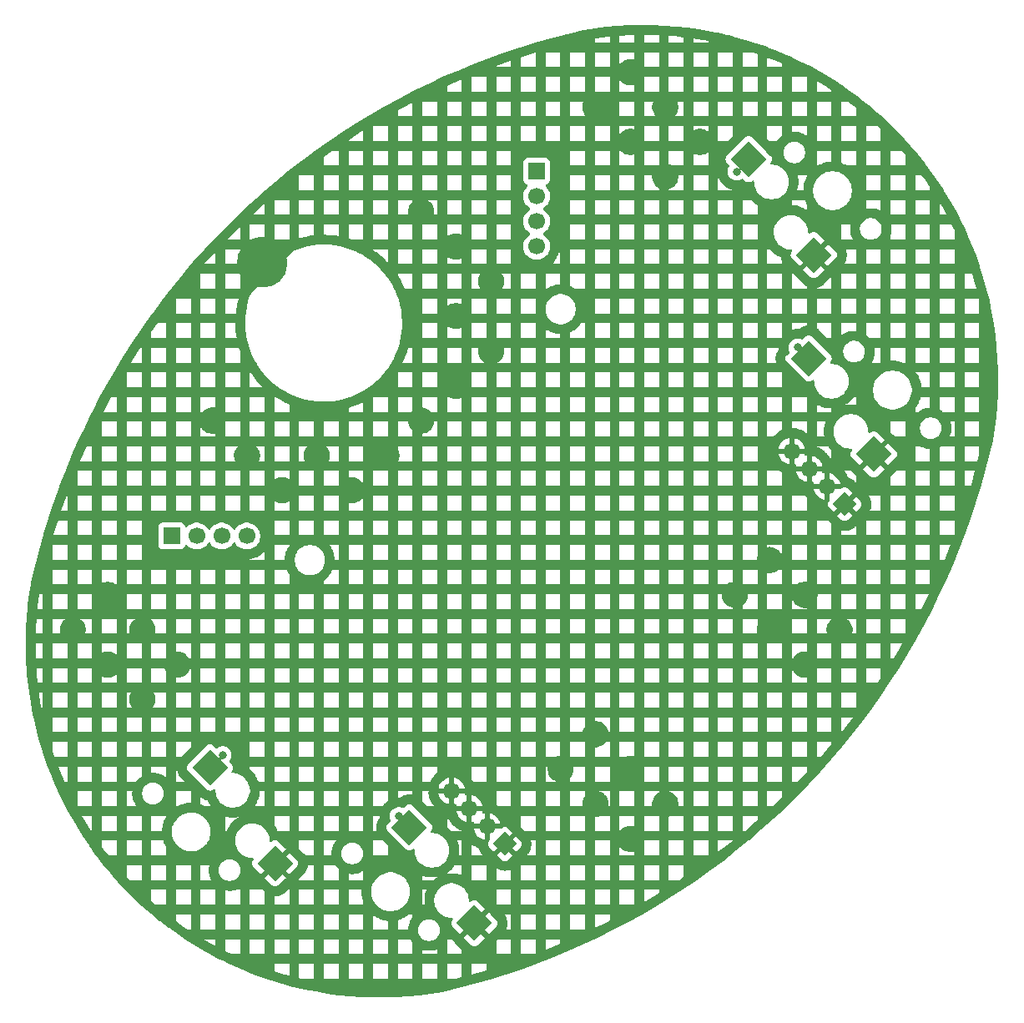
<source format=gbr>
G04 #@! TF.GenerationSoftware,KiCad,Pcbnew,9.0.2*
G04 #@! TF.CreationDate,2025-09-19T15:02:21-04:00*
G04 #@! TF.ProjectId,Trackball,54726163-6b62-4616-9c6c-2e6b69636164,rev?*
G04 #@! TF.SameCoordinates,Original*
G04 #@! TF.FileFunction,Copper,L2,Bot*
G04 #@! TF.FilePolarity,Positive*
%FSLAX46Y46*%
G04 Gerber Fmt 4.6, Leading zero omitted, Abs format (unit mm)*
G04 Created by KiCad (PCBNEW 9.0.2) date 2025-09-19 15:02:21*
%MOMM*%
%LPD*%
G01*
G04 APERTURE LIST*
G04 Aperture macros list*
%AMRotRect*
0 Rectangle, with rotation*
0 The origin of the aperture is its center*
0 $1 length*
0 $2 width*
0 $3 Rotation angle, in degrees counterclockwise*
0 Add horizontal line*
21,1,$1,$2,0,0,$3*%
G04 Aperture macros list end*
G04 #@! TA.AperFunction,SMDPad,CuDef*
%ADD10RotRect,2.600000X2.600000X315.000000*%
G04 #@! TD*
G04 #@! TA.AperFunction,ComponentPad*
%ADD11RotRect,1.700000X1.700000X225.000000*%
G04 #@! TD*
G04 #@! TA.AperFunction,ComponentPad*
%ADD12C,1.700000*%
G04 #@! TD*
G04 #@! TA.AperFunction,ComponentPad*
%ADD13R,1.700000X1.700000*%
G04 #@! TD*
G04 #@! TA.AperFunction,SMDPad,CuDef*
%ADD14RotRect,2.600000X2.600000X135.000000*%
G04 #@! TD*
G04 #@! TA.AperFunction,ComponentPad*
%ADD15C,5.000000*%
G04 #@! TD*
G04 #@! TA.AperFunction,ViaPad*
%ADD16C,0.800000*%
G04 #@! TD*
G04 #@! TA.AperFunction,Conductor*
%ADD17C,0.250000*%
G04 #@! TD*
G04 APERTURE END LIST*
D10*
X254005023Y-66129654D03*
X247393575Y-56406936D03*
X260086142Y-86352908D03*
X253474694Y-76630190D03*
D11*
X257135385Y-91415085D03*
D12*
X255339334Y-89619034D03*
X253543283Y-87822983D03*
X251747231Y-86026931D03*
D11*
X222651202Y-125899269D03*
D12*
X220855151Y-124103218D03*
X219059100Y-122307167D03*
X217263048Y-120511115D03*
D13*
X225879851Y-57625208D03*
D12*
X225879851Y-60165208D03*
X225879851Y-62705207D03*
X225879851Y-65245208D03*
D13*
X188854254Y-94650806D03*
D12*
X191394254Y-94650806D03*
X193934253Y-94650806D03*
X196474254Y-94650806D03*
D14*
X192734221Y-118137358D03*
X199345669Y-127860076D03*
D15*
X198125910Y-66889794D03*
D14*
X212957475Y-124218476D03*
X219568923Y-133941194D03*
D16*
X253068107Y-107689855D03*
X238925972Y-121831990D03*
X214177234Y-82941117D03*
X217712768Y-65263448D03*
X249532573Y-97083253D03*
X238925972Y-51121312D03*
X217712768Y-79405584D03*
X185892963Y-104154321D03*
X238925972Y-58192380D03*
X210641700Y-86476651D03*
X242461505Y-54656846D03*
X231854904Y-51121312D03*
X182357429Y-107689855D03*
X196499565Y-86476651D03*
X235390438Y-118296457D03*
X228319370Y-118296457D03*
X207106166Y-90012185D03*
X221248302Y-75870050D03*
X221248302Y-68798982D03*
X235390438Y-54656846D03*
X192964031Y-82941117D03*
X245997039Y-100618787D03*
X231854904Y-114760923D03*
X231854904Y-121831990D03*
X214177234Y-61727914D03*
X178821895Y-104154321D03*
X203570632Y-86476651D03*
X235390438Y-47585778D03*
X256603641Y-104154321D03*
X217712768Y-72334516D03*
X200035099Y-90012185D03*
X235390438Y-125367524D03*
X185892963Y-111225389D03*
X182357429Y-100618787D03*
X253068107Y-100618787D03*
X249532573Y-104154321D03*
X189428497Y-107689855D03*
X246173816Y-57662050D03*
X252361000Y-75516496D03*
X194024691Y-116882243D03*
X211879137Y-123069427D03*
D17*
X247393575Y-56442291D02*
X247393575Y-56406936D01*
X246173816Y-57662050D02*
X247393575Y-56442291D01*
X252361000Y-75516496D02*
X253474694Y-76630189D01*
X194024691Y-116882243D02*
X192769576Y-118137358D01*
X192769576Y-118137358D02*
X192734221Y-118137358D01*
X211879137Y-123069427D02*
X212957475Y-124147765D01*
X212957475Y-124147765D02*
X212957475Y-124218476D01*
G04 #@! TA.AperFunction,Conductor*
G36*
X237687584Y-42809912D02*
G01*
X237691732Y-42810014D01*
X238873942Y-42858741D01*
X238878024Y-42858976D01*
X240058040Y-42946776D01*
X240062118Y-42947147D01*
X241238561Y-43073919D01*
X241242624Y-43074425D01*
X242414266Y-43240038D01*
X242418289Y-43240675D01*
X243583777Y-43444936D01*
X243587791Y-43445708D01*
X244745891Y-43688401D01*
X244749886Y-43689308D01*
X245779764Y-43940953D01*
X245899304Y-43970162D01*
X245903335Y-43971218D01*
X246112361Y-44029681D01*
X247042807Y-44289919D01*
X247046784Y-44291103D01*
X248175079Y-44647310D01*
X248179015Y-44648624D01*
X249294936Y-45041956D01*
X249298815Y-45043396D01*
X250129298Y-45367375D01*
X250401122Y-45473417D01*
X250404933Y-45474976D01*
X251492503Y-45941253D01*
X251496201Y-45942913D01*
X252306123Y-46322334D01*
X252567670Y-46444860D01*
X252571412Y-46446689D01*
X252645965Y-46484670D01*
X253625670Y-46983782D01*
X253629352Y-46985735D01*
X254665262Y-47557392D01*
X254668870Y-47559461D01*
X255685366Y-48165098D01*
X255688868Y-48167264D01*
X256348088Y-48590182D01*
X256684748Y-48806164D01*
X256688214Y-48808469D01*
X256835846Y-48910227D01*
X257662431Y-49479962D01*
X257665822Y-49482384D01*
X258617247Y-50185686D01*
X258620557Y-50188218D01*
X258760232Y-50298793D01*
X259543825Y-50919133D01*
X259548238Y-50922626D01*
X259551462Y-50925266D01*
X260454340Y-51689945D01*
X260457476Y-51692691D01*
X260731777Y-51941041D01*
X261334621Y-52486853D01*
X261337609Y-52489650D01*
X261670242Y-52811461D01*
X262187965Y-53312340D01*
X262190912Y-53315286D01*
X263013614Y-54165664D01*
X263016456Y-54168700D01*
X263199239Y-54370586D01*
X263810582Y-55045818D01*
X263813327Y-55048953D01*
X264577984Y-55951815D01*
X264580621Y-55955035D01*
X265252303Y-56803492D01*
X265315042Y-56882742D01*
X265317568Y-56886044D01*
X265376662Y-56965987D01*
X266020895Y-57837515D01*
X266023316Y-57840907D01*
X266694776Y-58815091D01*
X266697084Y-58818561D01*
X267088567Y-59428789D01*
X267311274Y-59775936D01*
X267335966Y-59814424D01*
X267338155Y-59817963D01*
X267374750Y-59879384D01*
X267943758Y-60834416D01*
X267945832Y-60838031D01*
X268517488Y-61873955D01*
X268519440Y-61877636D01*
X269056539Y-62931918D01*
X269058360Y-62935643D01*
X269194704Y-63226690D01*
X269560292Y-64007097D01*
X269561997Y-64010899D01*
X270028225Y-65098375D01*
X270029803Y-65102232D01*
X270459803Y-66204502D01*
X270461234Y-66208356D01*
X270812609Y-67205259D01*
X270854561Y-67324283D01*
X270855881Y-67328236D01*
X271212093Y-68456571D01*
X271213281Y-68460565D01*
X271531966Y-69600002D01*
X271533022Y-69604033D01*
X271813859Y-70753412D01*
X271814781Y-70757476D01*
X272057448Y-71915487D01*
X272058236Y-71919580D01*
X272262485Y-73085036D01*
X272263136Y-73089152D01*
X272428725Y-74260678D01*
X272429240Y-74264813D01*
X272555998Y-75441192D01*
X272556376Y-75445342D01*
X272644163Y-76625281D01*
X272644403Y-76629442D01*
X272693119Y-77811603D01*
X272693222Y-77815769D01*
X272702819Y-78998922D01*
X272702784Y-79003089D01*
X272673248Y-80185913D01*
X272673075Y-80190077D01*
X272604440Y-81371282D01*
X272604129Y-81375438D01*
X272496472Y-82553679D01*
X272496025Y-82557822D01*
X272349455Y-83731932D01*
X272348870Y-83736058D01*
X272163427Y-84905468D01*
X272163086Y-84907510D01*
X272159297Y-84929100D01*
X272158287Y-84951393D01*
X271786995Y-86530099D01*
X271786313Y-86532861D01*
X271368241Y-88146074D01*
X271367496Y-88148821D01*
X270913099Y-89752171D01*
X270912292Y-89754900D01*
X270421810Y-91347551D01*
X270420942Y-91350261D01*
X269894598Y-92931481D01*
X269893668Y-92934171D01*
X269331780Y-94503010D01*
X269330791Y-94505678D01*
X268733578Y-96061520D01*
X268732528Y-96064165D01*
X268100357Y-97606060D01*
X268099248Y-97608681D01*
X267432400Y-99135937D01*
X267431232Y-99138532D01*
X266730055Y-100650354D01*
X266728828Y-100652922D01*
X265993713Y-102148468D01*
X265992429Y-102151008D01*
X265223707Y-103629607D01*
X265222366Y-103632117D01*
X264420436Y-105092996D01*
X264419038Y-105095475D01*
X263584347Y-106537822D01*
X263582894Y-106540269D01*
X262715818Y-107963435D01*
X262714310Y-107965848D01*
X261815334Y-109369038D01*
X261813772Y-109371417D01*
X260883295Y-110754007D01*
X260881679Y-110756350D01*
X259920270Y-112117492D01*
X259918603Y-112119797D01*
X258926689Y-113458892D01*
X258924969Y-113461160D01*
X257903033Y-114777555D01*
X257901263Y-114779783D01*
X256849840Y-116072783D01*
X256848019Y-116074970D01*
X255767729Y-117343816D01*
X255765860Y-117345962D01*
X254657150Y-118590131D01*
X254655233Y-118592234D01*
X253518729Y-119811021D01*
X253516765Y-119813081D01*
X252352963Y-121005956D01*
X252350952Y-121007970D01*
X251160595Y-122174168D01*
X251158540Y-122176137D01*
X249942078Y-123315221D01*
X249939979Y-123317142D01*
X248698149Y-124428421D01*
X248696007Y-124430295D01*
X247429368Y-125513267D01*
X247427184Y-125515092D01*
X246136426Y-126569169D01*
X246134202Y-126570944D01*
X244819941Y-127595622D01*
X244817677Y-127597346D01*
X243480652Y-128592049D01*
X243478350Y-128593722D01*
X242119143Y-129558015D01*
X242116803Y-129559635D01*
X240736227Y-130492944D01*
X240733852Y-130494511D01*
X239332519Y-131396423D01*
X239330109Y-131397936D01*
X237908751Y-132267976D01*
X237906307Y-132269434D01*
X236465703Y-133107129D01*
X236463227Y-133108532D01*
X235004040Y-133913497D01*
X235001532Y-133914844D01*
X233524540Y-134686645D01*
X233522004Y-134687934D01*
X232027958Y-135426182D01*
X232025392Y-135427414D01*
X230515051Y-136131733D01*
X230512458Y-136132906D01*
X228986615Y-136802926D01*
X228983997Y-136804041D01*
X227443386Y-137439442D01*
X227440743Y-137440497D01*
X225886227Y-138040920D01*
X225883561Y-138041916D01*
X224315779Y-138607115D01*
X224313091Y-138608049D01*
X222733051Y-139137661D01*
X222730343Y-139138535D01*
X221138705Y-139632340D01*
X221135977Y-139633153D01*
X219533589Y-140090886D01*
X219530845Y-140091637D01*
X217918497Y-140513074D01*
X217915735Y-140513762D01*
X216297821Y-140897835D01*
X216289016Y-140899596D01*
X215141041Y-141086966D01*
X215136977Y-141087562D01*
X213980473Y-141237806D01*
X213976391Y-141238269D01*
X212815591Y-141350736D01*
X212811496Y-141351065D01*
X211647690Y-141425631D01*
X211643587Y-141425827D01*
X210477943Y-141462417D01*
X210473836Y-141462479D01*
X209307619Y-141461053D01*
X209303512Y-141460981D01*
X208137961Y-141421542D01*
X208133858Y-141421336D01*
X206970232Y-141343925D01*
X206966139Y-141343586D01*
X205805620Y-141228282D01*
X205801539Y-141227809D01*
X204645405Y-141074738D01*
X204641342Y-141074132D01*
X203490854Y-140883463D01*
X203486813Y-140882726D01*
X202343101Y-140654646D01*
X202339086Y-140653777D01*
X201203442Y-140388542D01*
X201199458Y-140387543D01*
X200073042Y-140085426D01*
X200069092Y-140084297D01*
X198953131Y-139745624D01*
X198949221Y-139744367D01*
X198232007Y-139500906D01*
X201790984Y-139500906D01*
X202019614Y-139554304D01*
X203292984Y-139554304D01*
X204290984Y-139554304D01*
X205792984Y-139554304D01*
X206790984Y-139554304D01*
X208292984Y-139554304D01*
X209290984Y-139554304D01*
X210792984Y-139554304D01*
X211790984Y-139554304D01*
X213292984Y-139554304D01*
X214290984Y-139554304D01*
X215792984Y-139554304D01*
X216790984Y-139554304D01*
X217636542Y-139554304D01*
X217675630Y-139545024D01*
X218292984Y-139383660D01*
X218292984Y-139122267D01*
X219290984Y-139122267D01*
X220792984Y-138693210D01*
X220792984Y-138052304D01*
X219290984Y-138052304D01*
X219290984Y-139122267D01*
X218292984Y-139122267D01*
X218292984Y-138052304D01*
X216790984Y-138052304D01*
X216790984Y-139554304D01*
X215792984Y-139554304D01*
X215792984Y-138052304D01*
X214290984Y-138052304D01*
X214290984Y-139554304D01*
X213292984Y-139554304D01*
X213292984Y-138052304D01*
X211790984Y-138052304D01*
X211790984Y-139554304D01*
X210792984Y-139554304D01*
X210792984Y-138052304D01*
X209290984Y-138052304D01*
X209290984Y-139554304D01*
X208292984Y-139554304D01*
X208292984Y-138052304D01*
X206790984Y-138052304D01*
X206790984Y-139554304D01*
X205792984Y-139554304D01*
X205792984Y-138052304D01*
X204290984Y-138052304D01*
X204290984Y-139554304D01*
X203292984Y-139554304D01*
X203292984Y-138052304D01*
X201790984Y-138052304D01*
X201790984Y-139500906D01*
X198232007Y-139500906D01*
X197844929Y-139369511D01*
X197841061Y-139368128D01*
X196749528Y-138957456D01*
X196745707Y-138955947D01*
X196381542Y-138805209D01*
X199290984Y-138805209D01*
X200345291Y-139125171D01*
X200792984Y-139245246D01*
X200792984Y-138052304D01*
X199290984Y-138052304D01*
X199290984Y-138805209D01*
X196381542Y-138805209D01*
X195668142Y-138509913D01*
X195664373Y-138508280D01*
X194601937Y-138027366D01*
X194598223Y-138025611D01*
X194185386Y-137822273D01*
X193552020Y-137510316D01*
X193548376Y-137508447D01*
X192519536Y-136959327D01*
X192515944Y-136957334D01*
X192176688Y-136761796D01*
X194290984Y-136761796D01*
X194884860Y-137054304D01*
X195792984Y-137054304D01*
X196790984Y-137054304D01*
X198292984Y-137054304D01*
X199290984Y-137054304D01*
X200792984Y-137054304D01*
X201790984Y-137054304D01*
X203292984Y-137054304D01*
X204290984Y-137054304D01*
X205792984Y-137054304D01*
X206790984Y-137054304D01*
X208292984Y-137054304D01*
X209290984Y-137054304D01*
X210792984Y-137054304D01*
X211790984Y-137054304D01*
X213292984Y-137054304D01*
X213292984Y-136622294D01*
X214290984Y-136622294D01*
X214290984Y-137054304D01*
X215792984Y-137054304D01*
X215792984Y-136559000D01*
X215782392Y-136563884D01*
X215777854Y-136565869D01*
X215741637Y-136580869D01*
X215737033Y-136582670D01*
X215709552Y-136592808D01*
X215704878Y-136594429D01*
X215502713Y-136660117D01*
X215497976Y-136661554D01*
X215469760Y-136669511D01*
X215464968Y-136670761D01*
X215426850Y-136679910D01*
X215422022Y-136680969D01*
X215393303Y-136686681D01*
X215388435Y-136687551D01*
X215178500Y-136720802D01*
X215173600Y-136721480D01*
X215144512Y-136724923D01*
X215139588Y-136725407D01*
X215100509Y-136728483D01*
X215095571Y-136728775D01*
X215066287Y-136729926D01*
X215061338Y-136730023D01*
X214848764Y-136730023D01*
X214843815Y-136729926D01*
X214814531Y-136728775D01*
X214809593Y-136728483D01*
X214770514Y-136725407D01*
X214765590Y-136724923D01*
X214736502Y-136721480D01*
X214731602Y-136720802D01*
X214521667Y-136687551D01*
X214516799Y-136686681D01*
X214488080Y-136680969D01*
X214483252Y-136679910D01*
X214445134Y-136670761D01*
X214440342Y-136669511D01*
X214412126Y-136661554D01*
X214407389Y-136660117D01*
X214290984Y-136622294D01*
X213292984Y-136622294D01*
X213292984Y-135914696D01*
X213194128Y-135778634D01*
X213191299Y-135774575D01*
X213175016Y-135750206D01*
X213172346Y-135746034D01*
X213151865Y-135712609D01*
X213149365Y-135708345D01*
X213135053Y-135682789D01*
X213132721Y-135678426D01*
X213068459Y-135552304D01*
X211790984Y-135552304D01*
X211790984Y-137054304D01*
X210792984Y-137054304D01*
X210792984Y-135552304D01*
X209290984Y-135552304D01*
X209290984Y-137054304D01*
X208292984Y-137054304D01*
X208292984Y-135552304D01*
X206790984Y-135552304D01*
X206790984Y-137054304D01*
X205792984Y-137054304D01*
X205792984Y-135552304D01*
X204290984Y-135552304D01*
X204290984Y-137054304D01*
X203292984Y-137054304D01*
X203292984Y-135552304D01*
X201790984Y-135552304D01*
X201790984Y-137054304D01*
X200792984Y-137054304D01*
X200792984Y-135552304D01*
X199290984Y-135552304D01*
X199290984Y-137054304D01*
X198292984Y-137054304D01*
X198292984Y-135552304D01*
X196790984Y-135552304D01*
X196790984Y-137054304D01*
X195792984Y-137054304D01*
X195792984Y-135552304D01*
X194290984Y-135552304D01*
X194290984Y-136761796D01*
X192176688Y-136761796D01*
X191505544Y-136374967D01*
X191502019Y-136372858D01*
X190511153Y-135757872D01*
X190507699Y-135755650D01*
X190202725Y-135552304D01*
X192076771Y-135552304D01*
X193001972Y-136085564D01*
X193292984Y-136240885D01*
X193292984Y-135552304D01*
X192076771Y-135552304D01*
X190202725Y-135552304D01*
X189537380Y-135108675D01*
X189533999Y-135106340D01*
X188603585Y-134441162D01*
X188585299Y-134428088D01*
X188582000Y-134425648D01*
X187655926Y-133716842D01*
X187652705Y-133714293D01*
X187642310Y-133705785D01*
X189290984Y-133705785D01*
X190102839Y-134286201D01*
X190504932Y-134554304D01*
X190792984Y-134554304D01*
X191790984Y-134554304D01*
X193292984Y-134554304D01*
X194290984Y-134554304D01*
X195792984Y-134554304D01*
X196790984Y-134554304D01*
X198292984Y-134554304D01*
X199290984Y-134554304D01*
X200792984Y-134554304D01*
X201790984Y-134554304D01*
X203292984Y-134554304D01*
X204290984Y-134554304D01*
X205792984Y-134554304D01*
X206790984Y-134554304D01*
X208292984Y-134554304D01*
X209290984Y-134554304D01*
X210792984Y-134554304D01*
X210792984Y-133694164D01*
X210535319Y-133660243D01*
X210531237Y-133659638D01*
X210507122Y-133655656D01*
X210503060Y-133654916D01*
X210471023Y-133648541D01*
X210466996Y-133647671D01*
X210443245Y-133642132D01*
X210439251Y-133641132D01*
X210340942Y-133614790D01*
X211790984Y-133614790D01*
X211790984Y-134554304D01*
X212855651Y-134554304D01*
X212855651Y-134543941D01*
X213853651Y-134543941D01*
X213853651Y-134717305D01*
X213869356Y-134816460D01*
X213880772Y-134888540D01*
X213929997Y-135040038D01*
X213934343Y-135053414D01*
X214013049Y-135207883D01*
X214013051Y-135207886D01*
X214114951Y-135348139D01*
X214237534Y-135470722D01*
X214237537Y-135470724D01*
X214377791Y-135572625D01*
X214532260Y-135651331D01*
X214697133Y-135704901D01*
X214697134Y-135704901D01*
X214697139Y-135704903D01*
X214868369Y-135732023D01*
X214868372Y-135732023D01*
X215041730Y-135732023D01*
X215041733Y-135732023D01*
X215212963Y-135704903D01*
X215376620Y-135651728D01*
X216790984Y-135651728D01*
X216790984Y-137054304D01*
X218292984Y-137054304D01*
X218292984Y-136633537D01*
X217622556Y-135963109D01*
X217595242Y-135922233D01*
X217593086Y-135917029D01*
X217587885Y-135914875D01*
X217547008Y-135887561D01*
X217211751Y-135552304D01*
X216841643Y-135552304D01*
X216790984Y-135651728D01*
X215376620Y-135651728D01*
X215377842Y-135651331D01*
X215532311Y-135572625D01*
X215672565Y-135470724D01*
X215744042Y-135399247D01*
X218470079Y-135399247D01*
X218470079Y-135399249D01*
X219244055Y-136173225D01*
X219244074Y-136173242D01*
X219291453Y-136211422D01*
X219424331Y-136272105D01*
X219424330Y-136272105D01*
X219568923Y-136292894D01*
X219713515Y-136272105D01*
X219846392Y-136211422D01*
X219893771Y-136173242D01*
X219893790Y-136173225D01*
X220379601Y-135687415D01*
X221790984Y-135687415D01*
X221790984Y-137054304D01*
X223292984Y-137054304D01*
X224290984Y-137054304D01*
X225670715Y-137054304D01*
X225792984Y-137007078D01*
X225792984Y-136621605D01*
X226790984Y-136621605D01*
X227071965Y-136513079D01*
X228292984Y-136009488D01*
X228292984Y-135552304D01*
X226790984Y-135552304D01*
X226790984Y-136621605D01*
X225792984Y-136621605D01*
X225792984Y-135552304D01*
X224290984Y-135552304D01*
X224290984Y-137054304D01*
X223292984Y-137054304D01*
X223292984Y-135552304D01*
X221926095Y-135552304D01*
X221790984Y-135687415D01*
X220379601Y-135687415D01*
X220667767Y-135399249D01*
X220667767Y-135399247D01*
X219568924Y-134300404D01*
X219568922Y-134300404D01*
X218470079Y-135399247D01*
X215744042Y-135399247D01*
X215795152Y-135348137D01*
X215897053Y-135207883D01*
X215975759Y-135053414D01*
X216029331Y-134888535D01*
X216056451Y-134717305D01*
X216056451Y-134543941D01*
X216029331Y-134372711D01*
X215975759Y-134207832D01*
X215897053Y-134053363D01*
X215795152Y-133913109D01*
X215795150Y-133913106D01*
X215672567Y-133790523D01*
X215532314Y-133688623D01*
X215532313Y-133688622D01*
X215532311Y-133688621D01*
X215377842Y-133609915D01*
X215377839Y-133609914D01*
X215377837Y-133609913D01*
X215212966Y-133556344D01*
X215212970Y-133556344D01*
X215147836Y-133546028D01*
X215041733Y-133529223D01*
X214868369Y-133529223D01*
X214697139Y-133556343D01*
X214697133Y-133556344D01*
X214532264Y-133609913D01*
X214532258Y-133609916D01*
X214377787Y-133688623D01*
X214237534Y-133790523D01*
X214114951Y-133913106D01*
X214013051Y-134053359D01*
X213934344Y-134207830D01*
X213934341Y-134207836D01*
X213880772Y-134372705D01*
X213880771Y-134372710D01*
X213880771Y-134372711D01*
X213853651Y-134543941D01*
X212855651Y-134543941D01*
X212855651Y-134524336D01*
X212855748Y-134519387D01*
X212856899Y-134490103D01*
X212857191Y-134485165D01*
X212860267Y-134446086D01*
X212860751Y-134441162D01*
X212864194Y-134412074D01*
X212864872Y-134407174D01*
X212898123Y-134197239D01*
X212898993Y-134192371D01*
X212904705Y-134163652D01*
X212905764Y-134158824D01*
X212914913Y-134120706D01*
X212916163Y-134115914D01*
X212924120Y-134087698D01*
X212925557Y-134082961D01*
X212991245Y-133880796D01*
X212992866Y-133876122D01*
X213003004Y-133848641D01*
X213004805Y-133844037D01*
X213019805Y-133807820D01*
X213021790Y-133803282D01*
X213034060Y-133776667D01*
X213036219Y-133772216D01*
X213132721Y-133582820D01*
X213135053Y-133578457D01*
X213149365Y-133552901D01*
X213151865Y-133548637D01*
X213172346Y-133515212D01*
X213175016Y-133511040D01*
X213191299Y-133486671D01*
X213194128Y-133482612D01*
X213292984Y-133346549D01*
X213292984Y-133052304D01*
X212921770Y-133052304D01*
X212754581Y-133180594D01*
X212751266Y-133183053D01*
X212731397Y-133197290D01*
X212728004Y-133199638D01*
X212700842Y-133217785D01*
X212697375Y-133220020D01*
X212676664Y-133232897D01*
X212673135Y-133235012D01*
X212421769Y-133380139D01*
X212418163Y-133382143D01*
X212396602Y-133393667D01*
X212392925Y-133395556D01*
X212363628Y-133410000D01*
X212359907Y-133411759D01*
X212337697Y-133421821D01*
X212333919Y-133423459D01*
X212065780Y-133534526D01*
X212061949Y-133536040D01*
X212039107Y-133544638D01*
X212035221Y-133546028D01*
X212004289Y-133556528D01*
X212000366Y-133557789D01*
X211976995Y-133564879D01*
X211973028Y-133566012D01*
X211790984Y-133614790D01*
X210340942Y-133614790D01*
X210158900Y-133566012D01*
X210154933Y-133564879D01*
X210131562Y-133557789D01*
X210127639Y-133556528D01*
X210096707Y-133546028D01*
X210092821Y-133544638D01*
X210069979Y-133536040D01*
X210066148Y-133534526D01*
X209798009Y-133423459D01*
X209794231Y-133421821D01*
X209772021Y-133411759D01*
X209768300Y-133410000D01*
X209739003Y-133395556D01*
X209735326Y-133393667D01*
X209713765Y-133382143D01*
X209710159Y-133380139D01*
X209458793Y-133235012D01*
X209455264Y-133232897D01*
X209434553Y-133220020D01*
X209431086Y-133217785D01*
X209403924Y-133199638D01*
X209400531Y-133197290D01*
X209380662Y-133183053D01*
X209377347Y-133180594D01*
X209290984Y-133114324D01*
X209290984Y-134554304D01*
X208292984Y-134554304D01*
X208292984Y-133052304D01*
X206790984Y-133052304D01*
X206790984Y-134554304D01*
X205792984Y-134554304D01*
X205792984Y-133052304D01*
X204290984Y-133052304D01*
X204290984Y-134554304D01*
X203292984Y-134554304D01*
X203292984Y-133052304D01*
X201790984Y-133052304D01*
X201790984Y-134554304D01*
X200792984Y-134554304D01*
X200792984Y-133052304D01*
X199290984Y-133052304D01*
X199290984Y-134554304D01*
X198292984Y-134554304D01*
X198292984Y-133052304D01*
X196790984Y-133052304D01*
X196790984Y-134554304D01*
X195792984Y-134554304D01*
X195792984Y-133052304D01*
X194290984Y-133052304D01*
X194290984Y-134554304D01*
X193292984Y-134554304D01*
X193292984Y-133052304D01*
X191790984Y-133052304D01*
X191790984Y-134554304D01*
X190792984Y-134554304D01*
X190792984Y-133052304D01*
X189290984Y-133052304D01*
X189290984Y-133705785D01*
X187642310Y-133705785D01*
X186750206Y-132975659D01*
X186747070Y-132973006D01*
X185869121Y-132205340D01*
X185866074Y-132202586D01*
X185312434Y-131685694D01*
X186790984Y-131685694D01*
X187212548Y-132054304D01*
X188292984Y-132054304D01*
X189290984Y-132054304D01*
X190792984Y-132054304D01*
X191790984Y-132054304D01*
X193292984Y-132054304D01*
X193292984Y-130605053D01*
X194290984Y-130605053D01*
X194290984Y-132054304D01*
X195792984Y-132054304D01*
X196790984Y-132054304D01*
X198292984Y-132054304D01*
X198292984Y-131208737D01*
X199290984Y-131208737D01*
X199290984Y-132054304D01*
X200792984Y-132054304D01*
X201790984Y-132054304D01*
X203292984Y-132054304D01*
X204290984Y-132054304D01*
X205792984Y-132054304D01*
X206790984Y-132054304D01*
X208292984Y-132054304D01*
X208292984Y-131789660D01*
X208272974Y-131741352D01*
X208271460Y-131737521D01*
X208262862Y-131714679D01*
X208261472Y-131710793D01*
X208250972Y-131679861D01*
X208249711Y-131675938D01*
X208242621Y-131652567D01*
X208241488Y-131648600D01*
X208166368Y-131368249D01*
X208165368Y-131364255D01*
X208159829Y-131340504D01*
X208158959Y-131336477D01*
X208152584Y-131304440D01*
X208151844Y-131300378D01*
X208147862Y-131276263D01*
X208147257Y-131272181D01*
X208109372Y-130984411D01*
X208108901Y-130980320D01*
X208106509Y-130956043D01*
X208106172Y-130951935D01*
X208104034Y-130919341D01*
X208103832Y-130915219D01*
X208103032Y-130890797D01*
X208102964Y-130886672D01*
X208102964Y-130612740D01*
X209100964Y-130612740D01*
X209100964Y-130870331D01*
X209134584Y-131125703D01*
X209134585Y-131125709D01*
X209134586Y-131125711D01*
X209201254Y-131374520D01*
X209299828Y-131612498D01*
X209299829Y-131612499D01*
X209299834Y-131612510D01*
X209428623Y-131835579D01*
X209585424Y-132039924D01*
X209585443Y-132039945D01*
X209767554Y-132222056D01*
X209767564Y-132222065D01*
X209767570Y-132222071D01*
X209767573Y-132222073D01*
X209767575Y-132222075D01*
X209971920Y-132378876D01*
X210194989Y-132507665D01*
X210194993Y-132507666D01*
X210195002Y-132507672D01*
X210432980Y-132606246D01*
X210681789Y-132672914D01*
X210681795Y-132672914D01*
X210681796Y-132672915D01*
X210711098Y-132676772D01*
X210937171Y-132706536D01*
X210937178Y-132706536D01*
X211194750Y-132706536D01*
X211194757Y-132706536D01*
X211450139Y-132672914D01*
X211698948Y-132606246D01*
X211936926Y-132507672D01*
X212160002Y-132378879D01*
X212160002Y-132378878D01*
X212160007Y-132378876D01*
X212304533Y-132267976D01*
X212364358Y-132222071D01*
X212532125Y-132054304D01*
X214290984Y-132054304D01*
X214537395Y-132054304D01*
X214511056Y-131854235D01*
X214510585Y-131850144D01*
X214508193Y-131825867D01*
X214507856Y-131821759D01*
X214505718Y-131789165D01*
X214505516Y-131785043D01*
X214504716Y-131760621D01*
X214504648Y-131756496D01*
X214504648Y-131510682D01*
X215502648Y-131510682D01*
X215502648Y-131740155D01*
X215532598Y-131967650D01*
X215532600Y-131967657D01*
X215591990Y-132189306D01*
X215679804Y-132401307D01*
X215679805Y-132401308D01*
X215679810Y-132401319D01*
X215794534Y-132600027D01*
X215794539Y-132600034D01*
X215934221Y-132782071D01*
X215934240Y-132782092D01*
X216096474Y-132944326D01*
X216096495Y-132944345D01*
X216278532Y-133084027D01*
X216278539Y-133084032D01*
X216477247Y-133198756D01*
X216477251Y-133198757D01*
X216477260Y-133198763D01*
X216689261Y-133286577D01*
X216910910Y-133345967D01*
X216910914Y-133345967D01*
X216910916Y-133345968D01*
X216969546Y-133353686D01*
X217138414Y-133375919D01*
X217138421Y-133375919D01*
X217273109Y-133375919D01*
X217341230Y-133395921D01*
X217387723Y-133449577D01*
X217397827Y-133519851D01*
X217368333Y-133584431D01*
X217362204Y-133591014D01*
X217336891Y-133616326D01*
X217336874Y-133616345D01*
X217298694Y-133663724D01*
X217238011Y-133796601D01*
X217217222Y-133941194D01*
X217238011Y-134085786D01*
X217298694Y-134218663D01*
X217336874Y-134266042D01*
X217336891Y-134266061D01*
X218110868Y-135040038D01*
X218110870Y-135040038D01*
X219209714Y-133941193D01*
X219928133Y-133941193D01*
X219928133Y-133941195D01*
X221026976Y-135040038D01*
X221026978Y-135040038D01*
X221800954Y-134266061D01*
X221800971Y-134266042D01*
X221839151Y-134218663D01*
X221899834Y-134085786D01*
X221920623Y-133941194D01*
X221899834Y-133796601D01*
X221839151Y-133663724D01*
X221800971Y-133616345D01*
X221800954Y-133616326D01*
X221236932Y-133052304D01*
X222628157Y-133052304D01*
X222635815Y-133061807D01*
X222640559Y-133068086D01*
X222667490Y-133106145D01*
X222671834Y-133112710D01*
X222704618Y-133165784D01*
X222708542Y-133172605D01*
X222730516Y-133213716D01*
X222734008Y-133220769D01*
X222822458Y-133414448D01*
X222825899Y-133422757D01*
X222844519Y-133472678D01*
X222847359Y-133481210D01*
X222867451Y-133549632D01*
X222869676Y-133558348D01*
X222881005Y-133610423D01*
X222882603Y-133619276D01*
X222913541Y-133834456D01*
X222914502Y-133843400D01*
X222918303Y-133896551D01*
X222918624Y-133905539D01*
X222918624Y-133976849D01*
X222918303Y-133985837D01*
X222914502Y-134038988D01*
X222913541Y-134047932D01*
X222882603Y-134263112D01*
X222881005Y-134271965D01*
X222869676Y-134324040D01*
X222867451Y-134332756D01*
X222847359Y-134401178D01*
X222844519Y-134409710D01*
X222825899Y-134459631D01*
X222822458Y-134467940D01*
X222783017Y-134554304D01*
X223292984Y-134554304D01*
X224290984Y-134554304D01*
X225792984Y-134554304D01*
X226790984Y-134554304D01*
X228292984Y-134554304D01*
X229290984Y-134554304D01*
X230792984Y-134554304D01*
X230792984Y-134430086D01*
X231790984Y-134430086D01*
X233071065Y-133797564D01*
X233292984Y-133681600D01*
X233292984Y-133052304D01*
X231790984Y-133052304D01*
X231790984Y-134430086D01*
X230792984Y-134430086D01*
X230792984Y-133052304D01*
X229290984Y-133052304D01*
X229290984Y-134554304D01*
X228292984Y-134554304D01*
X228292984Y-133052304D01*
X226790984Y-133052304D01*
X226790984Y-134554304D01*
X225792984Y-134554304D01*
X225792984Y-133052304D01*
X224290984Y-133052304D01*
X224290984Y-134554304D01*
X223292984Y-134554304D01*
X223292984Y-133052304D01*
X222628157Y-133052304D01*
X221236932Y-133052304D01*
X221026978Y-132842350D01*
X221026976Y-132842350D01*
X219928133Y-133941193D01*
X219209714Y-133941193D01*
X219389318Y-133761589D01*
X220667767Y-132483140D01*
X220667767Y-132483139D01*
X220238932Y-132054304D01*
X221790984Y-132054304D01*
X223292984Y-132054304D01*
X224290984Y-132054304D01*
X225792984Y-132054304D01*
X226790984Y-132054304D01*
X228292984Y-132054304D01*
X229290984Y-132054304D01*
X230792984Y-132054304D01*
X231790984Y-132054304D01*
X233292984Y-132054304D01*
X234290984Y-132054304D01*
X235792984Y-132054304D01*
X235792984Y-131763518D01*
X236790984Y-131763518D01*
X237396137Y-131411629D01*
X238292984Y-130862652D01*
X238292984Y-130552304D01*
X236790984Y-130552304D01*
X236790984Y-131763518D01*
X235792984Y-131763518D01*
X235792984Y-130552304D01*
X234290984Y-130552304D01*
X234290984Y-132054304D01*
X233292984Y-132054304D01*
X233292984Y-130552304D01*
X231790984Y-130552304D01*
X231790984Y-132054304D01*
X230792984Y-132054304D01*
X230792984Y-130552304D01*
X229290984Y-130552304D01*
X229290984Y-132054304D01*
X228292984Y-132054304D01*
X228292984Y-130552304D01*
X226790984Y-130552304D01*
X226790984Y-132054304D01*
X225792984Y-132054304D01*
X225792984Y-130552304D01*
X224290984Y-130552304D01*
X224290984Y-132054304D01*
X223292984Y-132054304D01*
X223292984Y-130552304D01*
X221790984Y-130552304D01*
X221790984Y-132054304D01*
X220238932Y-132054304D01*
X219893790Y-131709162D01*
X219893771Y-131709145D01*
X219846392Y-131670965D01*
X219713514Y-131610282D01*
X219713515Y-131610282D01*
X219568923Y-131589493D01*
X219424330Y-131610282D01*
X219291453Y-131670965D01*
X219244074Y-131709145D01*
X219244064Y-131709154D01*
X219218742Y-131734476D01*
X219156429Y-131768500D01*
X219085613Y-131763434D01*
X219028778Y-131720886D01*
X219003969Y-131654365D01*
X219003648Y-131645379D01*
X219003648Y-131510692D01*
X219003648Y-131510685D01*
X218973696Y-131283181D01*
X218914306Y-131061532D01*
X218826492Y-130849531D01*
X218826486Y-130849522D01*
X218826485Y-130849518D01*
X218711761Y-130650810D01*
X218711756Y-130650803D01*
X218572074Y-130468766D01*
X218572055Y-130468745D01*
X218409821Y-130306511D01*
X218409800Y-130306492D01*
X218227763Y-130166810D01*
X218227756Y-130166805D01*
X218029048Y-130052081D01*
X218029040Y-130052077D01*
X218029036Y-130052075D01*
X217817035Y-129964261D01*
X217595386Y-129904871D01*
X217595379Y-129904869D01*
X217367884Y-129874919D01*
X217367882Y-129874919D01*
X217138414Y-129874919D01*
X217138411Y-129874919D01*
X216910916Y-129904869D01*
X216689261Y-129964261D01*
X216477258Y-130052076D01*
X216477247Y-130052081D01*
X216278539Y-130166805D01*
X216278532Y-130166810D01*
X216096495Y-130306492D01*
X216096474Y-130306511D01*
X215934240Y-130468745D01*
X215934221Y-130468766D01*
X215794539Y-130650803D01*
X215794534Y-130650810D01*
X215679810Y-130849518D01*
X215679805Y-130849529D01*
X215679804Y-130849531D01*
X215645763Y-130931712D01*
X215591990Y-131061532D01*
X215532598Y-131283187D01*
X215502648Y-131510682D01*
X214504648Y-131510682D01*
X214504648Y-131494342D01*
X214504716Y-131490217D01*
X214505516Y-131465795D01*
X214505718Y-131461673D01*
X214507856Y-131429079D01*
X214508193Y-131424971D01*
X214510585Y-131400694D01*
X214511056Y-131396603D01*
X214545271Y-131136711D01*
X214545877Y-131132625D01*
X214549860Y-131108509D01*
X214550598Y-131104454D01*
X214556972Y-131072418D01*
X214557843Y-131068387D01*
X214563382Y-131044637D01*
X214564382Y-131040644D01*
X214632223Y-130787453D01*
X214633357Y-130783483D01*
X214640448Y-130760111D01*
X214641708Y-130756191D01*
X214652208Y-130725259D01*
X214653598Y-130721374D01*
X214662196Y-130698531D01*
X214663710Y-130694699D01*
X214722692Y-130552304D01*
X214290984Y-130552304D01*
X214290984Y-132054304D01*
X212532125Y-132054304D01*
X212546499Y-132039930D01*
X212665764Y-131884501D01*
X212703304Y-131835579D01*
X212744909Y-131763518D01*
X212832100Y-131612498D01*
X212930674Y-131374520D01*
X212997342Y-131125711D01*
X213030964Y-130870329D01*
X213030964Y-130612743D01*
X212997342Y-130357361D01*
X212930674Y-130108552D01*
X212832100Y-129870574D01*
X212832094Y-129870565D01*
X212832093Y-129870561D01*
X212703304Y-129647492D01*
X212631798Y-129554304D01*
X214290984Y-129554304D01*
X215440581Y-129554304D01*
X219290984Y-129554304D01*
X220792984Y-129554304D01*
X221790984Y-129554304D01*
X223292984Y-129554304D01*
X224290984Y-129554304D01*
X225792984Y-129554304D01*
X226790984Y-129554304D01*
X228292984Y-129554304D01*
X229290984Y-129554304D01*
X230792984Y-129554304D01*
X231790984Y-129554304D01*
X233292984Y-129554304D01*
X234290984Y-129554304D01*
X235792984Y-129554304D01*
X236790984Y-129554304D01*
X238292984Y-129554304D01*
X239290984Y-129554304D01*
X240342731Y-129554304D01*
X240792984Y-129249920D01*
X240792984Y-128052304D01*
X239290984Y-128052304D01*
X239290984Y-129554304D01*
X238292984Y-129554304D01*
X238292984Y-128052304D01*
X236790984Y-128052304D01*
X236790984Y-129554304D01*
X235792984Y-129554304D01*
X235792984Y-128052304D01*
X234290984Y-128052304D01*
X234290984Y-129554304D01*
X233292984Y-129554304D01*
X233292984Y-128052304D01*
X231790984Y-128052304D01*
X231790984Y-129554304D01*
X230792984Y-129554304D01*
X230792984Y-128052304D01*
X229290984Y-128052304D01*
X229290984Y-129554304D01*
X228292984Y-129554304D01*
X228292984Y-128052304D01*
X226790984Y-128052304D01*
X226790984Y-129554304D01*
X225792984Y-129554304D01*
X225792984Y-128052304D01*
X224290984Y-128052304D01*
X224290984Y-129554304D01*
X223292984Y-129554304D01*
X223292984Y-128463872D01*
X223177948Y-128516408D01*
X223169639Y-128519849D01*
X223119718Y-128538469D01*
X223111186Y-128541309D01*
X223042764Y-128561401D01*
X223034048Y-128563626D01*
X222981973Y-128574955D01*
X222973120Y-128576553D01*
X222757940Y-128607491D01*
X222748996Y-128608452D01*
X222695845Y-128612253D01*
X222686857Y-128612574D01*
X222615547Y-128612574D01*
X222606559Y-128612253D01*
X222553408Y-128608452D01*
X222544464Y-128607491D01*
X222329284Y-128576553D01*
X222320431Y-128574955D01*
X222268356Y-128563626D01*
X222259640Y-128561401D01*
X222191218Y-128541309D01*
X222182686Y-128538469D01*
X222132765Y-128519849D01*
X222124456Y-128516408D01*
X221930777Y-128427958D01*
X221923724Y-128424466D01*
X221882613Y-128402492D01*
X221875792Y-128398568D01*
X221822718Y-128365784D01*
X221816153Y-128361440D01*
X221790984Y-128343630D01*
X221790984Y-129554304D01*
X220792984Y-129554304D01*
X220792984Y-128052304D01*
X219290984Y-128052304D01*
X219290984Y-129554304D01*
X215440581Y-129554304D01*
X215450740Y-129545395D01*
X215453882Y-129542729D01*
X215472754Y-129527241D01*
X215475984Y-129524678D01*
X215683943Y-129365104D01*
X215687255Y-129362647D01*
X215707092Y-129348432D01*
X215710478Y-129346089D01*
X215737639Y-129327939D01*
X215741109Y-129325701D01*
X215761851Y-129312803D01*
X215765386Y-129310684D01*
X215792984Y-129294750D01*
X215792984Y-129237024D01*
X215790159Y-129237539D01*
X215766043Y-129241522D01*
X215761957Y-129242128D01*
X215502065Y-129276343D01*
X215497974Y-129276814D01*
X215473697Y-129279206D01*
X215469589Y-129279543D01*
X215436995Y-129281681D01*
X215432873Y-129281883D01*
X215408451Y-129282683D01*
X215404326Y-129282751D01*
X215142172Y-129282751D01*
X215138047Y-129282683D01*
X215113625Y-129281883D01*
X215109503Y-129281681D01*
X215076909Y-129279543D01*
X215072801Y-129279206D01*
X215048524Y-129276814D01*
X215044433Y-129276343D01*
X214784541Y-129242128D01*
X214780455Y-129241522D01*
X214756339Y-129237539D01*
X214752284Y-129236801D01*
X214720248Y-129230427D01*
X214716217Y-129229556D01*
X214692467Y-129224017D01*
X214688474Y-129223017D01*
X214435283Y-129155176D01*
X214431313Y-129154042D01*
X214407941Y-129146951D01*
X214404021Y-129145691D01*
X214373089Y-129135191D01*
X214369204Y-129133801D01*
X214346361Y-129125203D01*
X214342528Y-129123689D01*
X214290984Y-129102338D01*
X214290984Y-129554304D01*
X212631798Y-129554304D01*
X212546503Y-129443147D01*
X212546501Y-129443145D01*
X212546499Y-129443142D01*
X212546493Y-129443136D01*
X212546484Y-129443126D01*
X212364373Y-129261015D01*
X212364352Y-129260996D01*
X212160007Y-129104195D01*
X211936938Y-128975406D01*
X211936930Y-128975402D01*
X211936926Y-128975400D01*
X211698948Y-128876826D01*
X211525097Y-128830243D01*
X216790984Y-128830243D01*
X216790984Y-128914047D01*
X217024332Y-128883327D01*
X217028423Y-128882856D01*
X217052700Y-128880464D01*
X217056808Y-128880127D01*
X217089402Y-128877989D01*
X217093524Y-128877787D01*
X217117946Y-128876987D01*
X217122071Y-128876919D01*
X217384225Y-128876919D01*
X217388350Y-128876987D01*
X217412772Y-128877787D01*
X217416894Y-128877989D01*
X217449488Y-128880127D01*
X217453596Y-128880464D01*
X217477873Y-128882856D01*
X217481964Y-128883327D01*
X217741856Y-128917542D01*
X217745942Y-128918148D01*
X217770058Y-128922131D01*
X217774113Y-128922869D01*
X217806149Y-128929243D01*
X217810180Y-128930114D01*
X217833930Y-128935653D01*
X217837923Y-128936653D01*
X218091114Y-129004494D01*
X218095084Y-129005628D01*
X218118456Y-129012719D01*
X218122376Y-129013979D01*
X218153308Y-129024479D01*
X218157193Y-129025869D01*
X218180036Y-129034467D01*
X218183868Y-129035981D01*
X218292984Y-129081178D01*
X218292984Y-128052304D01*
X217569029Y-128052304D01*
X217552579Y-128076921D01*
X217550236Y-128080307D01*
X217536021Y-128100144D01*
X217533564Y-128103456D01*
X217373990Y-128311415D01*
X217371427Y-128314645D01*
X217355939Y-128333517D01*
X217353273Y-128336659D01*
X217331737Y-128361217D01*
X217328968Y-128364273D01*
X217312278Y-128382093D01*
X217309409Y-128385056D01*
X217124054Y-128570411D01*
X217121091Y-128573280D01*
X217103271Y-128589970D01*
X217100215Y-128592739D01*
X217075657Y-128614275D01*
X217072515Y-128616941D01*
X217053643Y-128632429D01*
X217050413Y-128634992D01*
X216842454Y-128794566D01*
X216839142Y-128797023D01*
X216819305Y-128811238D01*
X216815919Y-128813581D01*
X216790984Y-128830243D01*
X211525097Y-128830243D01*
X211450139Y-128810158D01*
X211450137Y-128810157D01*
X211450131Y-128810156D01*
X211194759Y-128776536D01*
X211194757Y-128776536D01*
X210937171Y-128776536D01*
X210937168Y-128776536D01*
X210681796Y-128810156D01*
X210572850Y-128839348D01*
X210432980Y-128876826D01*
X210202494Y-128972297D01*
X210195000Y-128975401D01*
X210194989Y-128975406D01*
X209971920Y-129104195D01*
X209767575Y-129260996D01*
X209767554Y-129261015D01*
X209585443Y-129443126D01*
X209585424Y-129443147D01*
X209428623Y-129647492D01*
X209299834Y-129870561D01*
X209299829Y-129870572D01*
X209299828Y-129870574D01*
X209224648Y-130052075D01*
X209201254Y-130108552D01*
X209134584Y-130357368D01*
X209100964Y-130612740D01*
X208102964Y-130612740D01*
X208102964Y-130596400D01*
X208103032Y-130592275D01*
X208103832Y-130567853D01*
X208104034Y-130563731D01*
X208104784Y-130552304D01*
X206790984Y-130552304D01*
X206790984Y-132054304D01*
X205792984Y-132054304D01*
X205792984Y-130552304D01*
X204290984Y-130552304D01*
X204290984Y-132054304D01*
X203292984Y-132054304D01*
X203292984Y-130552304D01*
X201790984Y-130552304D01*
X201790984Y-132054304D01*
X200792984Y-132054304D01*
X200792984Y-130552304D01*
X200621724Y-130552304D01*
X200366763Y-130807265D01*
X200364345Y-130809620D01*
X200349843Y-130823365D01*
X200347363Y-130825654D01*
X200327480Y-130843513D01*
X200324941Y-130845732D01*
X200309729Y-130858677D01*
X200307131Y-130860829D01*
X200225056Y-130926968D01*
X200218777Y-130931712D01*
X200180718Y-130958643D01*
X200174153Y-130962987D01*
X200121079Y-130995771D01*
X200114258Y-130999695D01*
X200073147Y-131021669D01*
X200066094Y-131025161D01*
X199872415Y-131113611D01*
X199864106Y-131117052D01*
X199814185Y-131135672D01*
X199805653Y-131138512D01*
X199737231Y-131158604D01*
X199728515Y-131160829D01*
X199676440Y-131172158D01*
X199667587Y-131173756D01*
X199452407Y-131204694D01*
X199443463Y-131205655D01*
X199390312Y-131209456D01*
X199381324Y-131209777D01*
X199310014Y-131209777D01*
X199301026Y-131209456D01*
X199290984Y-131208737D01*
X198292984Y-131208737D01*
X198292984Y-130775674D01*
X198069614Y-130552304D01*
X196790984Y-130552304D01*
X196790984Y-132054304D01*
X195792984Y-132054304D01*
X195792984Y-130552304D01*
X195361617Y-130552304D01*
X195279459Y-130578999D01*
X195274722Y-130580436D01*
X195246506Y-130588393D01*
X195241714Y-130589643D01*
X195203596Y-130598792D01*
X195198768Y-130599851D01*
X195170049Y-130605563D01*
X195165181Y-130606433D01*
X194955246Y-130639684D01*
X194950346Y-130640362D01*
X194921258Y-130643805D01*
X194916334Y-130644289D01*
X194877255Y-130647365D01*
X194872317Y-130647657D01*
X194843033Y-130648808D01*
X194838084Y-130648905D01*
X194625510Y-130648905D01*
X194620561Y-130648808D01*
X194591277Y-130647657D01*
X194586339Y-130647365D01*
X194547260Y-130644289D01*
X194542336Y-130643805D01*
X194513248Y-130640362D01*
X194508348Y-130639684D01*
X194298413Y-130606433D01*
X194293545Y-130605563D01*
X194290984Y-130605053D01*
X193292984Y-130605053D01*
X193292984Y-130552304D01*
X191790984Y-130552304D01*
X191790984Y-132054304D01*
X190792984Y-132054304D01*
X190792984Y-130552304D01*
X189290984Y-130552304D01*
X189290984Y-132054304D01*
X188292984Y-132054304D01*
X188292984Y-130552304D01*
X186790984Y-130552304D01*
X186790984Y-131685694D01*
X185312434Y-131685694D01*
X185013650Y-131406742D01*
X185010693Y-131403890D01*
X184184637Y-130580655D01*
X184181775Y-130577708D01*
X183383005Y-129727997D01*
X183380241Y-129724959D01*
X182950441Y-129236795D01*
X184290984Y-129236795D01*
X184589457Y-129554304D01*
X185792984Y-129554304D01*
X186790984Y-129554304D01*
X188292984Y-129554304D01*
X189290984Y-129554304D01*
X190792984Y-129554304D01*
X191790984Y-129554304D01*
X192887555Y-129554304D01*
X192812965Y-129407912D01*
X192810806Y-129403461D01*
X192798536Y-129376846D01*
X192796551Y-129372308D01*
X192781551Y-129336091D01*
X192779750Y-129331487D01*
X192769612Y-129304006D01*
X192767991Y-129299332D01*
X192702303Y-129097167D01*
X192700866Y-129092430D01*
X192692909Y-129064214D01*
X192691659Y-129059422D01*
X192682510Y-129021304D01*
X192681451Y-129016476D01*
X192675739Y-128987757D01*
X192674869Y-128982889D01*
X192641618Y-128772954D01*
X192640940Y-128768054D01*
X192637497Y-128738966D01*
X192637013Y-128734042D01*
X192633937Y-128694963D01*
X192633645Y-128690025D01*
X192632494Y-128660741D01*
X192632397Y-128655792D01*
X192632397Y-128462823D01*
X193630397Y-128462823D01*
X193630397Y-128636187D01*
X193657517Y-128807417D01*
X193657518Y-128807422D01*
X193704445Y-128951849D01*
X193711089Y-128972296D01*
X193789795Y-129126765D01*
X193789797Y-129126768D01*
X193891697Y-129267021D01*
X194014280Y-129389604D01*
X194039479Y-129407912D01*
X194154537Y-129491507D01*
X194309006Y-129570213D01*
X194473879Y-129623783D01*
X194473880Y-129623783D01*
X194473885Y-129623785D01*
X194645115Y-129650905D01*
X194645118Y-129650905D01*
X194818476Y-129650905D01*
X194818479Y-129650905D01*
X194989709Y-129623785D01*
X195154588Y-129570213D01*
X195309057Y-129491507D01*
X195449311Y-129389606D01*
X195520788Y-129318129D01*
X198246825Y-129318129D01*
X198246825Y-129318131D01*
X199020801Y-130092107D01*
X199020820Y-130092124D01*
X199068199Y-130130304D01*
X199201077Y-130190987D01*
X199201076Y-130190987D01*
X199345669Y-130211776D01*
X199490261Y-130190987D01*
X199623138Y-130130304D01*
X199670517Y-130092124D01*
X199670536Y-130092107D01*
X200379600Y-129383044D01*
X201790984Y-129383044D01*
X201790984Y-129554304D01*
X203292984Y-129554304D01*
X204290984Y-129554304D01*
X205792984Y-129554304D01*
X205792984Y-128916898D01*
X206790984Y-128916898D01*
X206790984Y-129554304D01*
X208292984Y-129554304D01*
X208292984Y-128634708D01*
X208292288Y-128635154D01*
X208258863Y-128655635D01*
X208254599Y-128658135D01*
X208229043Y-128672447D01*
X208224680Y-128674779D01*
X208035284Y-128771281D01*
X208030833Y-128773440D01*
X208004218Y-128785710D01*
X207999680Y-128787695D01*
X207963463Y-128802695D01*
X207958859Y-128804496D01*
X207931378Y-128814634D01*
X207926704Y-128816255D01*
X207724539Y-128881943D01*
X207719802Y-128883380D01*
X207691586Y-128891337D01*
X207686794Y-128892587D01*
X207648676Y-128901736D01*
X207643848Y-128902795D01*
X207615129Y-128908507D01*
X207610261Y-128909377D01*
X207400326Y-128942628D01*
X207395426Y-128943306D01*
X207366338Y-128946749D01*
X207361414Y-128947233D01*
X207322335Y-128950309D01*
X207317397Y-128950601D01*
X207288113Y-128951752D01*
X207283164Y-128951849D01*
X207070590Y-128951849D01*
X207065641Y-128951752D01*
X207036357Y-128950601D01*
X207031419Y-128950309D01*
X206992340Y-128947233D01*
X206987416Y-128946749D01*
X206958328Y-128943306D01*
X206953428Y-128942628D01*
X206790984Y-128916898D01*
X205792984Y-128916898D01*
X205792984Y-128435750D01*
X205792625Y-128435431D01*
X205771102Y-128415536D01*
X205767534Y-128412105D01*
X205617221Y-128261792D01*
X205613790Y-128258224D01*
X205593895Y-128236701D01*
X205590609Y-128233004D01*
X205565151Y-128203196D01*
X205562012Y-128199370D01*
X205543881Y-128176370D01*
X205540896Y-128172427D01*
X205453621Y-128052304D01*
X204290984Y-128052304D01*
X204290984Y-129554304D01*
X203292984Y-129554304D01*
X203292984Y-128052304D01*
X202677995Y-128052304D01*
X202659349Y-128181994D01*
X202657751Y-128190847D01*
X202646422Y-128242922D01*
X202644197Y-128251638D01*
X202624105Y-128320060D01*
X202621265Y-128328592D01*
X202602645Y-128378513D01*
X202599204Y-128386822D01*
X202510754Y-128580501D01*
X202507262Y-128587554D01*
X202485288Y-128628665D01*
X202481364Y-128635486D01*
X202448580Y-128688560D01*
X202444236Y-128695125D01*
X202417305Y-128733184D01*
X202412561Y-128739463D01*
X202346422Y-128821538D01*
X202344270Y-128824136D01*
X202331325Y-128839348D01*
X202329106Y-128841887D01*
X202311247Y-128861770D01*
X202308958Y-128864250D01*
X202295213Y-128878752D01*
X202292858Y-128881171D01*
X201790984Y-129383044D01*
X200379600Y-129383044D01*
X200444513Y-129318131D01*
X200444513Y-129318129D01*
X199345670Y-128219286D01*
X199345668Y-128219286D01*
X198246825Y-129318129D01*
X195520788Y-129318129D01*
X195571898Y-129267019D01*
X195673799Y-129126765D01*
X195752505Y-128972296D01*
X195806077Y-128807417D01*
X195833197Y-128636187D01*
X195833197Y-128462823D01*
X195806077Y-128291593D01*
X195752505Y-128126714D01*
X195673799Y-127972245D01*
X195571898Y-127831991D01*
X195571896Y-127831988D01*
X195449313Y-127709405D01*
X195309060Y-127607505D01*
X195309059Y-127607504D01*
X195309057Y-127607503D01*
X195154588Y-127528797D01*
X195154585Y-127528796D01*
X195154583Y-127528795D01*
X194989712Y-127475226D01*
X194989716Y-127475226D01*
X194957838Y-127470177D01*
X194818479Y-127448105D01*
X194645115Y-127448105D01*
X194473885Y-127475225D01*
X194473879Y-127475226D01*
X194309010Y-127528795D01*
X194309004Y-127528798D01*
X194154533Y-127607505D01*
X194014280Y-127709405D01*
X193891697Y-127831988D01*
X193789797Y-127972241D01*
X193711090Y-128126712D01*
X193711087Y-128126718D01*
X193657518Y-128291587D01*
X193657517Y-128291592D01*
X193657517Y-128291593D01*
X193630397Y-128462823D01*
X192632397Y-128462823D01*
X192632397Y-128443218D01*
X192632494Y-128438269D01*
X192633645Y-128408985D01*
X192633937Y-128404047D01*
X192637013Y-128364968D01*
X192637497Y-128360044D01*
X192640940Y-128330956D01*
X192641618Y-128326056D01*
X192674869Y-128116121D01*
X192675739Y-128111253D01*
X192681451Y-128082534D01*
X192682510Y-128077706D01*
X192688607Y-128052304D01*
X191790984Y-128052304D01*
X191790984Y-129554304D01*
X190792984Y-129554304D01*
X190792984Y-128052304D01*
X189290984Y-128052304D01*
X189290984Y-129554304D01*
X188292984Y-129554304D01*
X188292984Y-128052304D01*
X186790984Y-128052304D01*
X186790984Y-129554304D01*
X185792984Y-129554304D01*
X185792984Y-128052304D01*
X184290984Y-128052304D01*
X184290984Y-129236795D01*
X182950441Y-129236795D01*
X182877582Y-129154042D01*
X182609574Y-128849640D01*
X182606942Y-128846551D01*
X182165904Y-128311415D01*
X181865225Y-127946584D01*
X181862664Y-127943372D01*
X181150667Y-127019694D01*
X181148213Y-127016400D01*
X181048740Y-126878265D01*
X180561148Y-126201158D01*
X181790984Y-126201158D01*
X181949788Y-126421687D01*
X182437428Y-127054304D01*
X183292984Y-127054304D01*
X184290984Y-127054304D01*
X185792984Y-127054304D01*
X186790984Y-127054304D01*
X188292984Y-127054304D01*
X188292984Y-126170161D01*
X188204107Y-126016223D01*
X188202103Y-126012617D01*
X188190579Y-125991056D01*
X188188690Y-125987379D01*
X188174246Y-125958082D01*
X188172487Y-125954361D01*
X188162425Y-125932151D01*
X188160787Y-125928373D01*
X188049720Y-125660234D01*
X188048206Y-125656403D01*
X188039608Y-125633561D01*
X188038218Y-125629675D01*
X188027718Y-125598743D01*
X188026457Y-125594820D01*
X188019367Y-125571449D01*
X188018235Y-125567483D01*
X188014168Y-125552304D01*
X186790984Y-125552304D01*
X186790984Y-127054304D01*
X185792984Y-127054304D01*
X185792984Y-125552304D01*
X184290984Y-125552304D01*
X184290984Y-127054304D01*
X183292984Y-127054304D01*
X183292984Y-125552304D01*
X181790984Y-125552304D01*
X181790984Y-126201158D01*
X180561148Y-126201158D01*
X180466710Y-126070014D01*
X180464407Y-126066704D01*
X179814075Y-125098542D01*
X179811871Y-125095141D01*
X179193475Y-124106347D01*
X179191363Y-124102844D01*
X179190626Y-124101576D01*
X178605550Y-123094457D01*
X178603550Y-123090882D01*
X178582790Y-123052304D01*
X179735248Y-123052304D01*
X180047170Y-123589231D01*
X180650461Y-124553873D01*
X180650751Y-124554304D01*
X180792984Y-124554304D01*
X181790984Y-124554304D01*
X183292984Y-124554304D01*
X184290984Y-124554304D01*
X185792984Y-124554304D01*
X186790984Y-124554304D01*
X187879710Y-124554304D01*
X187879710Y-124531622D01*
X188877710Y-124531622D01*
X188877710Y-124789213D01*
X188911330Y-125044585D01*
X188911331Y-125044591D01*
X188911332Y-125044593D01*
X188978000Y-125293402D01*
X189076574Y-125531380D01*
X189076575Y-125531381D01*
X189076580Y-125531392D01*
X189205369Y-125754461D01*
X189362170Y-125958806D01*
X189362189Y-125958827D01*
X189544300Y-126140938D01*
X189544310Y-126140947D01*
X189544316Y-126140953D01*
X189544319Y-126140955D01*
X189544321Y-126140957D01*
X189748666Y-126297758D01*
X189971735Y-126426547D01*
X189971739Y-126426548D01*
X189971748Y-126426554D01*
X190209726Y-126525128D01*
X190458535Y-126591796D01*
X190458541Y-126591796D01*
X190458542Y-126591797D01*
X190479309Y-126594531D01*
X190713917Y-126625418D01*
X190713924Y-126625418D01*
X190971496Y-126625418D01*
X190971503Y-126625418D01*
X191226885Y-126591796D01*
X191475694Y-126525128D01*
X191713672Y-126426554D01*
X191936748Y-126297761D01*
X191936748Y-126297760D01*
X191936753Y-126297758D01*
X192062643Y-126201158D01*
X192141104Y-126140953D01*
X192323245Y-125958812D01*
X192419444Y-125833443D01*
X192480050Y-125754461D01*
X192556643Y-125621799D01*
X192608846Y-125531380D01*
X192651020Y-125429564D01*
X195279394Y-125429564D01*
X195279394Y-125659037D01*
X195309344Y-125886532D01*
X195309346Y-125886539D01*
X195368736Y-126108188D01*
X195456550Y-126320189D01*
X195456551Y-126320190D01*
X195456556Y-126320201D01*
X195571280Y-126518909D01*
X195571285Y-126518916D01*
X195710967Y-126700953D01*
X195710986Y-126700974D01*
X195873220Y-126863208D01*
X195873241Y-126863227D01*
X196055278Y-127002909D01*
X196055285Y-127002914D01*
X196253993Y-127117638D01*
X196253997Y-127117639D01*
X196254006Y-127117645D01*
X196466007Y-127205459D01*
X196687656Y-127264849D01*
X196687660Y-127264849D01*
X196687662Y-127264850D01*
X196746292Y-127272568D01*
X196915160Y-127294801D01*
X196915167Y-127294801D01*
X197049855Y-127294801D01*
X197117976Y-127314803D01*
X197164469Y-127368459D01*
X197174573Y-127438733D01*
X197145079Y-127503313D01*
X197138950Y-127509896D01*
X197113637Y-127535208D01*
X197113620Y-127535227D01*
X197075440Y-127582606D01*
X197014757Y-127715483D01*
X196993968Y-127860076D01*
X197014757Y-128004668D01*
X197075440Y-128137545D01*
X197113620Y-128184924D01*
X197113637Y-128184943D01*
X197887614Y-128958920D01*
X197887616Y-128958920D01*
X198986460Y-127860075D01*
X199704879Y-127860075D01*
X199704879Y-127860077D01*
X200803722Y-128958920D01*
X200803724Y-128958920D01*
X201577700Y-128184943D01*
X201577717Y-128184924D01*
X201615897Y-128137545D01*
X201676580Y-128004668D01*
X201697369Y-127860076D01*
X201676580Y-127715483D01*
X201615897Y-127582606D01*
X201577717Y-127535227D01*
X201577700Y-127535208D01*
X200803724Y-126761232D01*
X200803722Y-126761232D01*
X199704879Y-127860075D01*
X198986460Y-127860075D01*
X199166064Y-127680471D01*
X200444513Y-126402022D01*
X200444513Y-126402021D01*
X200379600Y-126337108D01*
X201790984Y-126337108D01*
X202292858Y-126838982D01*
X202295213Y-126841400D01*
X202308958Y-126855902D01*
X202311247Y-126858382D01*
X202329106Y-126878265D01*
X202331325Y-126880804D01*
X202344270Y-126896016D01*
X202346422Y-126898614D01*
X202412561Y-126980689D01*
X202417305Y-126986968D01*
X202444236Y-127025027D01*
X202448580Y-127031592D01*
X202462609Y-127054304D01*
X203292984Y-127054304D01*
X204290984Y-127054304D01*
X205084044Y-127054304D01*
X205082577Y-127041910D01*
X205082093Y-127036986D01*
X205079017Y-126997907D01*
X205078725Y-126992969D01*
X205077574Y-126963685D01*
X205077477Y-126958736D01*
X205077477Y-126765767D01*
X206075477Y-126765767D01*
X206075477Y-126939131D01*
X206100661Y-127098137D01*
X206102598Y-127110366D01*
X206152793Y-127264850D01*
X206156169Y-127275240D01*
X206203667Y-127368459D01*
X206234877Y-127429712D01*
X206336777Y-127569965D01*
X206459360Y-127692548D01*
X206459363Y-127692550D01*
X206599617Y-127794451D01*
X206754086Y-127873157D01*
X206918959Y-127926727D01*
X206918960Y-127926727D01*
X206918965Y-127926729D01*
X207090195Y-127953849D01*
X207090198Y-127953849D01*
X207263556Y-127953849D01*
X207263559Y-127953849D01*
X207434789Y-127926729D01*
X207599668Y-127873157D01*
X207754137Y-127794451D01*
X207894391Y-127692550D01*
X208016978Y-127569963D01*
X208118879Y-127429709D01*
X208197585Y-127275240D01*
X208251157Y-127110361D01*
X208260036Y-127054304D01*
X209290984Y-127054304D01*
X210792984Y-127054304D01*
X210792984Y-126022976D01*
X210322312Y-125552304D01*
X209290984Y-125552304D01*
X209290984Y-127054304D01*
X208260036Y-127054304D01*
X208278277Y-126939131D01*
X208278277Y-126765767D01*
X208251157Y-126594537D01*
X208197585Y-126429658D01*
X208118879Y-126275189D01*
X208042571Y-126170161D01*
X208016976Y-126134932D01*
X207894393Y-126012349D01*
X207754140Y-125910449D01*
X207754139Y-125910448D01*
X207754137Y-125910447D01*
X207599668Y-125831741D01*
X207599665Y-125831740D01*
X207599663Y-125831739D01*
X207434792Y-125778170D01*
X207434796Y-125778170D01*
X207386135Y-125770463D01*
X207263559Y-125751049D01*
X207090195Y-125751049D01*
X206918965Y-125778169D01*
X206918959Y-125778170D01*
X206754090Y-125831739D01*
X206754084Y-125831742D01*
X206599613Y-125910449D01*
X206459360Y-126012349D01*
X206336777Y-126134932D01*
X206234877Y-126275185D01*
X206156170Y-126429656D01*
X206156167Y-126429662D01*
X206102598Y-126594531D01*
X206102597Y-126594536D01*
X206102597Y-126594537D01*
X206075477Y-126765767D01*
X205077477Y-126765767D01*
X205077477Y-126746162D01*
X205077574Y-126741213D01*
X205078725Y-126711929D01*
X205079017Y-126706991D01*
X205082093Y-126667912D01*
X205082577Y-126662988D01*
X205086020Y-126633900D01*
X205086698Y-126629000D01*
X205119949Y-126419065D01*
X205120819Y-126414197D01*
X205126531Y-126385478D01*
X205127590Y-126380650D01*
X205136739Y-126342532D01*
X205137989Y-126337740D01*
X205145946Y-126309524D01*
X205147383Y-126304787D01*
X205213071Y-126102622D01*
X205214692Y-126097948D01*
X205224830Y-126070467D01*
X205226631Y-126065863D01*
X205241631Y-126029646D01*
X205243616Y-126025108D01*
X205255886Y-125998493D01*
X205258045Y-125994042D01*
X205354547Y-125804646D01*
X205356879Y-125800283D01*
X205371191Y-125774727D01*
X205373691Y-125770463D01*
X205394172Y-125737038D01*
X205396842Y-125732866D01*
X205413125Y-125708497D01*
X205415954Y-125704438D01*
X205526486Y-125552304D01*
X204290984Y-125552304D01*
X204290984Y-127054304D01*
X203292984Y-127054304D01*
X203292984Y-125552304D01*
X201790984Y-125552304D01*
X201790984Y-126337108D01*
X200379600Y-126337108D01*
X199670536Y-125628044D01*
X199670517Y-125628027D01*
X199623138Y-125589847D01*
X199490260Y-125529164D01*
X199490261Y-125529164D01*
X199345669Y-125508375D01*
X199201076Y-125529164D01*
X199068199Y-125589847D01*
X199020820Y-125628027D01*
X199020810Y-125628036D01*
X198995488Y-125653358D01*
X198933175Y-125687382D01*
X198862359Y-125682316D01*
X198805524Y-125639768D01*
X198780715Y-125573247D01*
X198780394Y-125564261D01*
X198780394Y-125429574D01*
X198780394Y-125429567D01*
X198758161Y-125260699D01*
X198750443Y-125202069D01*
X198750442Y-125202067D01*
X198750442Y-125202063D01*
X198691052Y-124980414D01*
X198603238Y-124768413D01*
X198603232Y-124768404D01*
X198603231Y-124768400D01*
X198488507Y-124569692D01*
X198488502Y-124569685D01*
X198348820Y-124387648D01*
X198348801Y-124387627D01*
X198186567Y-124225393D01*
X198186546Y-124225374D01*
X198004509Y-124085692D01*
X198004502Y-124085687D01*
X197814761Y-123976140D01*
X199290984Y-123976140D01*
X199292666Y-123978408D01*
X199306881Y-123998245D01*
X199309224Y-124001631D01*
X199327374Y-124028792D01*
X199329612Y-124032262D01*
X199342510Y-124053004D01*
X199344629Y-124056540D01*
X199475706Y-124283571D01*
X199477711Y-124287179D01*
X199489234Y-124308739D01*
X199491122Y-124312414D01*
X199505566Y-124341711D01*
X199507325Y-124345432D01*
X199517387Y-124367642D01*
X199519025Y-124371420D01*
X199586684Y-124534763D01*
X199667587Y-124546396D01*
X199676440Y-124547994D01*
X199705445Y-124554304D01*
X200792984Y-124554304D01*
X201790984Y-124554304D01*
X203292984Y-124554304D01*
X204290984Y-124554304D01*
X205792984Y-124554304D01*
X206790984Y-124554304D01*
X208292984Y-124554304D01*
X209290984Y-124554304D01*
X209645978Y-124554304D01*
X209644907Y-124549380D01*
X209643310Y-124540530D01*
X209612352Y-124325212D01*
X209611391Y-124316268D01*
X209607590Y-124263118D01*
X209607269Y-124254130D01*
X209607269Y-124218476D01*
X210605269Y-124218476D01*
X210626078Y-124363210D01*
X210686821Y-124496219D01*
X210725041Y-124543648D01*
X210725046Y-124543653D01*
X210725055Y-124543663D01*
X212632287Y-126450895D01*
X212632296Y-126450903D01*
X212632303Y-126450910D01*
X212679732Y-126489130D01*
X212812741Y-126549873D01*
X212957475Y-126570682D01*
X213102209Y-126549873D01*
X213235218Y-126489130D01*
X213282647Y-126450910D01*
X213307654Y-126425902D01*
X213369964Y-126391878D01*
X213440779Y-126396942D01*
X213497616Y-126439487D01*
X213522428Y-126506007D01*
X213522749Y-126514998D01*
X213522749Y-126648987D01*
X213552699Y-126876482D01*
X213552701Y-126876489D01*
X213612091Y-127098138D01*
X213699905Y-127310139D01*
X213699906Y-127310140D01*
X213699911Y-127310151D01*
X213814635Y-127508859D01*
X213814640Y-127508866D01*
X213954322Y-127690903D01*
X213954341Y-127690924D01*
X214116575Y-127853158D01*
X214116596Y-127853177D01*
X214298633Y-127992859D01*
X214298640Y-127992864D01*
X214497348Y-128107588D01*
X214497352Y-128107589D01*
X214497361Y-128107595D01*
X214709362Y-128195409D01*
X214931011Y-128254799D01*
X214931015Y-128254799D01*
X214931017Y-128254800D01*
X214984127Y-128261792D01*
X215158515Y-128284751D01*
X215158522Y-128284751D01*
X215387976Y-128284751D01*
X215387983Y-128284751D01*
X215593594Y-128257681D01*
X215615480Y-128254800D01*
X215615480Y-128254799D01*
X215615487Y-128254799D01*
X215837136Y-128195409D01*
X216049137Y-128107595D01*
X216247861Y-127992862D01*
X216429910Y-127853170D01*
X216592168Y-127690912D01*
X216731860Y-127508863D01*
X216846593Y-127310139D01*
X216934407Y-127098138D01*
X216993797Y-126876489D01*
X217023749Y-126648985D01*
X217023749Y-126419517D01*
X216999900Y-126238367D01*
X216993798Y-126192019D01*
X216993797Y-126192017D01*
X216993797Y-126192013D01*
X216934407Y-125970364D01*
X216846593Y-125758363D01*
X216846587Y-125758354D01*
X216846586Y-125758350D01*
X216731862Y-125559642D01*
X216731857Y-125559635D01*
X216726232Y-125552304D01*
X217841468Y-125552304D01*
X217862687Y-125603531D01*
X217864201Y-125607363D01*
X217872799Y-125630206D01*
X217874189Y-125634091D01*
X217884689Y-125665023D01*
X217885949Y-125668943D01*
X217893040Y-125692315D01*
X217894174Y-125696285D01*
X217962015Y-125949476D01*
X217963015Y-125953469D01*
X217968554Y-125977219D01*
X217969425Y-125981250D01*
X217975799Y-126013286D01*
X217976537Y-126017341D01*
X217980520Y-126041457D01*
X217981126Y-126045543D01*
X218015341Y-126305435D01*
X218015812Y-126309526D01*
X218018204Y-126333803D01*
X218018541Y-126337911D01*
X218020679Y-126370505D01*
X218020881Y-126374627D01*
X218021681Y-126399049D01*
X218021749Y-126403174D01*
X218021749Y-126665328D01*
X218021681Y-126669453D01*
X218020881Y-126693875D01*
X218020679Y-126697997D01*
X218018541Y-126730591D01*
X218018204Y-126734699D01*
X218015812Y-126758976D01*
X218015341Y-126763067D01*
X217981126Y-127022959D01*
X217980520Y-127027045D01*
X217976537Y-127051161D01*
X217975965Y-127054304D01*
X218292984Y-127054304D01*
X219290984Y-127054304D01*
X220474349Y-127054304D01*
X220340409Y-126920364D01*
X220338054Y-126917945D01*
X220324309Y-126903443D01*
X220322020Y-126900963D01*
X220304161Y-126881080D01*
X220301942Y-126878541D01*
X220288997Y-126863329D01*
X220286845Y-126860731D01*
X220220706Y-126778656D01*
X220215962Y-126772377D01*
X220189031Y-126734318D01*
X220184687Y-126727753D01*
X220151903Y-126674679D01*
X220147979Y-126667858D01*
X220126005Y-126626747D01*
X220122513Y-126619694D01*
X220034063Y-126426015D01*
X220030622Y-126417706D01*
X220012002Y-126367785D01*
X220009162Y-126359253D01*
X219991555Y-126299295D01*
X219974670Y-126293066D01*
X219970063Y-126291263D01*
X219933846Y-126276262D01*
X219929314Y-126274280D01*
X219902699Y-126262011D01*
X219898245Y-126259851D01*
X219672861Y-126145012D01*
X219668498Y-126142680D01*
X219642942Y-126128368D01*
X219638678Y-126125868D01*
X219605253Y-126105387D01*
X219601080Y-126102716D01*
X219576710Y-126086432D01*
X219572651Y-126083604D01*
X219368009Y-125934921D01*
X219364067Y-125931936D01*
X219341067Y-125913805D01*
X219337243Y-125910667D01*
X219307435Y-125885210D01*
X219303736Y-125881923D01*
X219290984Y-125870135D01*
X219290984Y-127054304D01*
X218292984Y-127054304D01*
X218292984Y-125552304D01*
X217841468Y-125552304D01*
X216726232Y-125552304D01*
X216592175Y-125377598D01*
X216592156Y-125377577D01*
X216429922Y-125215343D01*
X216429901Y-125215324D01*
X216247864Y-125075642D01*
X216247857Y-125075637D01*
X216049149Y-124960913D01*
X216049141Y-124960909D01*
X216049137Y-124960907D01*
X215837136Y-124873093D01*
X215630725Y-124817786D01*
X215615480Y-124813701D01*
X215387985Y-124783751D01*
X215387983Y-124783751D01*
X215253997Y-124783751D01*
X215185876Y-124763749D01*
X215139383Y-124710093D01*
X215129279Y-124639819D01*
X215158773Y-124575239D01*
X215164902Y-124568656D01*
X215189894Y-124543663D01*
X215189894Y-124543662D01*
X215189909Y-124543648D01*
X215228129Y-124496219D01*
X215288872Y-124363210D01*
X215306837Y-124238258D01*
X216790984Y-124238258D01*
X216815919Y-124254921D01*
X216819305Y-124257264D01*
X216839142Y-124271479D01*
X216842454Y-124273936D01*
X217050413Y-124433510D01*
X217053643Y-124436073D01*
X217072515Y-124451561D01*
X217075657Y-124454227D01*
X217100215Y-124475763D01*
X217103271Y-124478532D01*
X217121091Y-124495222D01*
X217124054Y-124498091D01*
X217180267Y-124554304D01*
X218292984Y-124554304D01*
X218292984Y-124535485D01*
X218210774Y-124508774D01*
X218206100Y-124507153D01*
X218178619Y-124497015D01*
X218174012Y-124495212D01*
X218137795Y-124480211D01*
X218133263Y-124478229D01*
X218106648Y-124465960D01*
X218102194Y-124463800D01*
X217876810Y-124348961D01*
X217872447Y-124346629D01*
X217846891Y-124332317D01*
X217842627Y-124329817D01*
X217809202Y-124309336D01*
X217805029Y-124306665D01*
X217780659Y-124290381D01*
X217776600Y-124287553D01*
X217571958Y-124138870D01*
X217568016Y-124135885D01*
X217545016Y-124117754D01*
X217541192Y-124114616D01*
X217511384Y-124089159D01*
X217507685Y-124085872D01*
X217486162Y-124065977D01*
X217482594Y-124062546D01*
X217303721Y-123883673D01*
X217300290Y-123880105D01*
X217280395Y-123858582D01*
X217277108Y-123854883D01*
X217251651Y-123825075D01*
X217248513Y-123821251D01*
X217230382Y-123798251D01*
X217227397Y-123794309D01*
X217078714Y-123589667D01*
X217075886Y-123585608D01*
X217059602Y-123561238D01*
X217056931Y-123557065D01*
X217036450Y-123523640D01*
X217033950Y-123519376D01*
X217019638Y-123493820D01*
X217017306Y-123489457D01*
X216902467Y-123264073D01*
X216900307Y-123259619D01*
X216888038Y-123233004D01*
X216886056Y-123228472D01*
X216871055Y-123192255D01*
X216869250Y-123187644D01*
X216859113Y-123160163D01*
X216857494Y-123155493D01*
X216823966Y-123052304D01*
X216790984Y-123052304D01*
X216790984Y-124238258D01*
X215306837Y-124238258D01*
X215309681Y-124218476D01*
X215288872Y-124073742D01*
X215228129Y-123940733D01*
X215189909Y-123893304D01*
X215189902Y-123893297D01*
X215189894Y-123893288D01*
X213282662Y-121986056D01*
X213282652Y-121986047D01*
X213282647Y-121986042D01*
X213235218Y-121947822D01*
X213102209Y-121887079D01*
X212957475Y-121866270D01*
X212812740Y-121887079D01*
X212679731Y-121947822D01*
X212632306Y-121986039D01*
X212632297Y-121986047D01*
X212400503Y-122217841D01*
X212338191Y-122251866D01*
X212267375Y-122246801D01*
X212263189Y-122245153D01*
X212144144Y-122195842D01*
X212144139Y-122195841D01*
X212144137Y-122195840D01*
X212032735Y-122173681D01*
X211968618Y-122160927D01*
X211968616Y-122160927D01*
X211789658Y-122160927D01*
X211789655Y-122160927D01*
X211658908Y-122186934D01*
X211614137Y-122195840D01*
X211614136Y-122195840D01*
X211614133Y-122195841D01*
X211448799Y-122264326D01*
X211300006Y-122363746D01*
X211299999Y-122363751D01*
X211173461Y-122490289D01*
X211173456Y-122490296D01*
X211074036Y-122639089D01*
X211005551Y-122804423D01*
X210970637Y-122979945D01*
X210970637Y-123158908D01*
X210976353Y-123187644D01*
X211005550Y-123334427D01*
X211005551Y-123334429D01*
X211005552Y-123334434D01*
X211054863Y-123453479D01*
X211062453Y-123524069D01*
X211030674Y-123587556D01*
X211027551Y-123590793D01*
X210725046Y-123893298D01*
X210725038Y-123893307D01*
X210686821Y-123940732D01*
X210626078Y-124073741D01*
X210624360Y-124085690D01*
X210605269Y-124218476D01*
X209607269Y-124218476D01*
X209607269Y-124182822D01*
X209607590Y-124173834D01*
X209611391Y-124120684D01*
X209612352Y-124111740D01*
X209643310Y-123896422D01*
X209644907Y-123887572D01*
X209656234Y-123835501D01*
X209658459Y-123826784D01*
X209678550Y-123758361D01*
X209681390Y-123749829D01*
X209700011Y-123699902D01*
X209703453Y-123691590D01*
X209791965Y-123497777D01*
X209795456Y-123490726D01*
X209817430Y-123449614D01*
X209821355Y-123442792D01*
X209854139Y-123389718D01*
X209858483Y-123383154D01*
X209885413Y-123345096D01*
X209890158Y-123338816D01*
X209956335Y-123256694D01*
X209958486Y-123254096D01*
X209971431Y-123238884D01*
X209973650Y-123236345D01*
X209975259Y-123234553D01*
X209975039Y-123232319D01*
X209974585Y-123226154D01*
X209972789Y-123189584D01*
X209972637Y-123183403D01*
X209972637Y-123052304D01*
X209290984Y-123052304D01*
X209290984Y-124554304D01*
X208292984Y-124554304D01*
X208292984Y-123052304D01*
X206790984Y-123052304D01*
X206790984Y-124554304D01*
X205792984Y-124554304D01*
X205792984Y-123052304D01*
X204290984Y-123052304D01*
X204290984Y-124554304D01*
X203292984Y-124554304D01*
X203292984Y-123052304D01*
X201790984Y-123052304D01*
X201790984Y-124554304D01*
X200792984Y-124554304D01*
X200792984Y-123052304D01*
X199290984Y-123052304D01*
X199290984Y-123976140D01*
X197814761Y-123976140D01*
X197805794Y-123970963D01*
X197805786Y-123970959D01*
X197805782Y-123970957D01*
X197593781Y-123883143D01*
X197372132Y-123823753D01*
X197372125Y-123823751D01*
X197144630Y-123793801D01*
X197144628Y-123793801D01*
X196915160Y-123793801D01*
X196915157Y-123793801D01*
X196687662Y-123823751D01*
X196477345Y-123880105D01*
X196466007Y-123883143D01*
X196326976Y-123940732D01*
X196254004Y-123970958D01*
X196253993Y-123970963D01*
X196055285Y-124085687D01*
X196055278Y-124085692D01*
X195873241Y-124225374D01*
X195873220Y-124225393D01*
X195710986Y-124387627D01*
X195710967Y-124387648D01*
X195571285Y-124569685D01*
X195571280Y-124569692D01*
X195456556Y-124768400D01*
X195456551Y-124768411D01*
X195368736Y-124980414D01*
X195309344Y-125202069D01*
X195279394Y-125429564D01*
X192651020Y-125429564D01*
X192707420Y-125293402D01*
X192774088Y-125044593D01*
X192807710Y-124789211D01*
X192807710Y-124554304D01*
X194290984Y-124554304D01*
X194465009Y-124554304D01*
X194540763Y-124371420D01*
X194542401Y-124367642D01*
X194552463Y-124345432D01*
X194554222Y-124341711D01*
X194568666Y-124312414D01*
X194570554Y-124308739D01*
X194582077Y-124287179D01*
X194584082Y-124283571D01*
X194715159Y-124056540D01*
X194717278Y-124053004D01*
X194730176Y-124032262D01*
X194732414Y-124028792D01*
X194750564Y-124001631D01*
X194752907Y-123998245D01*
X194767122Y-123978408D01*
X194769579Y-123975096D01*
X194929153Y-123767137D01*
X194931716Y-123763907D01*
X194947204Y-123745035D01*
X194949870Y-123741893D01*
X194971406Y-123717335D01*
X194974175Y-123714279D01*
X194990865Y-123696459D01*
X194993734Y-123693496D01*
X195179089Y-123508141D01*
X195182052Y-123505272D01*
X195199872Y-123488582D01*
X195202928Y-123485813D01*
X195227486Y-123464277D01*
X195230628Y-123461611D01*
X195249500Y-123446123D01*
X195252730Y-123443560D01*
X195460689Y-123283986D01*
X195464001Y-123281529D01*
X195483838Y-123267314D01*
X195487224Y-123264971D01*
X195514385Y-123246821D01*
X195517855Y-123244583D01*
X195538597Y-123231685D01*
X195542133Y-123229566D01*
X195745247Y-123112297D01*
X195634770Y-123141899D01*
X195630777Y-123142899D01*
X195607027Y-123148438D01*
X195602996Y-123149309D01*
X195570960Y-123155683D01*
X195566905Y-123156421D01*
X195542789Y-123160404D01*
X195538703Y-123161010D01*
X195278811Y-123195225D01*
X195274720Y-123195696D01*
X195250443Y-123198088D01*
X195246335Y-123198425D01*
X195213741Y-123200563D01*
X195209619Y-123200765D01*
X195185197Y-123201565D01*
X195181072Y-123201633D01*
X194918918Y-123201633D01*
X194914793Y-123201565D01*
X194890371Y-123200765D01*
X194886249Y-123200563D01*
X194853655Y-123198425D01*
X194849547Y-123198088D01*
X194825270Y-123195696D01*
X194821179Y-123195225D01*
X194561287Y-123161010D01*
X194557201Y-123160404D01*
X194533085Y-123156421D01*
X194529030Y-123155683D01*
X194496994Y-123149309D01*
X194492963Y-123148438D01*
X194469213Y-123142899D01*
X194465220Y-123141899D01*
X194290984Y-123095213D01*
X194290984Y-124554304D01*
X192807710Y-124554304D01*
X192807710Y-124531625D01*
X192774088Y-124276243D01*
X192707420Y-124027434D01*
X192608846Y-123789456D01*
X192608840Y-123789447D01*
X192608839Y-123789443D01*
X192480050Y-123566374D01*
X192323249Y-123362029D01*
X192323247Y-123362027D01*
X192323245Y-123362024D01*
X192323239Y-123362018D01*
X192323230Y-123362008D01*
X192141119Y-123179897D01*
X192141098Y-123179878D01*
X191936753Y-123023077D01*
X191713684Y-122894288D01*
X191713676Y-122894284D01*
X191713672Y-122894282D01*
X191475694Y-122795708D01*
X191226885Y-122729040D01*
X191226883Y-122729039D01*
X191226877Y-122729038D01*
X190971505Y-122695418D01*
X190971503Y-122695418D01*
X190713917Y-122695418D01*
X190713914Y-122695418D01*
X190458542Y-122729038D01*
X190209726Y-122795708D01*
X189971746Y-122894283D01*
X189971735Y-122894288D01*
X189748666Y-123023077D01*
X189544321Y-123179878D01*
X189544300Y-123179897D01*
X189362189Y-123362008D01*
X189362170Y-123362029D01*
X189205369Y-123566374D01*
X189076580Y-123789443D01*
X189076575Y-123789454D01*
X189076574Y-123789456D01*
X189037548Y-123883673D01*
X188978000Y-124027434D01*
X188911330Y-124276250D01*
X188877710Y-124531622D01*
X187879710Y-124531622D01*
X187879710Y-124515282D01*
X187879778Y-124511157D01*
X187880578Y-124486735D01*
X187880780Y-124482613D01*
X187882918Y-124450019D01*
X187883255Y-124445911D01*
X187885647Y-124421634D01*
X187886118Y-124417543D01*
X187924003Y-124129773D01*
X187924608Y-124125691D01*
X187928590Y-124101576D01*
X187929330Y-124097514D01*
X187935705Y-124065477D01*
X187936575Y-124061450D01*
X187942114Y-124037699D01*
X187943114Y-124033705D01*
X188018234Y-123753354D01*
X188019367Y-123749387D01*
X188026457Y-123726016D01*
X188027718Y-123722093D01*
X188038218Y-123691161D01*
X188039608Y-123687275D01*
X188048206Y-123664433D01*
X188049720Y-123660602D01*
X188160787Y-123392463D01*
X188162425Y-123388685D01*
X188172487Y-123366475D01*
X188174246Y-123362754D01*
X188188690Y-123333457D01*
X188190579Y-123329780D01*
X188202103Y-123308219D01*
X188204107Y-123304613D01*
X188292984Y-123150673D01*
X188292984Y-123052304D01*
X186790984Y-123052304D01*
X186790984Y-124554304D01*
X185792984Y-124554304D01*
X185792984Y-123052304D01*
X184290984Y-123052304D01*
X184290984Y-124554304D01*
X183292984Y-124554304D01*
X183292984Y-123052304D01*
X181790984Y-123052304D01*
X181790984Y-124554304D01*
X180792984Y-124554304D01*
X180792984Y-123052304D01*
X179735248Y-123052304D01*
X178582790Y-123052304D01*
X178564823Y-123018917D01*
X178212258Y-122363749D01*
X178050901Y-122063901D01*
X178049014Y-122060253D01*
X178046059Y-122054304D01*
X179290984Y-122054304D01*
X180792984Y-122054304D01*
X181790984Y-122054304D01*
X183292984Y-122054304D01*
X184290984Y-122054304D01*
X185290756Y-122054304D01*
X189290984Y-122054304D01*
X189430633Y-122054304D01*
X189486905Y-122021815D01*
X189490511Y-122019811D01*
X189512072Y-122008287D01*
X189515749Y-122006398D01*
X189545046Y-121991954D01*
X189548767Y-121990195D01*
X189570977Y-121980133D01*
X189574755Y-121978495D01*
X189842894Y-121867428D01*
X189846725Y-121865914D01*
X189869567Y-121857316D01*
X189873453Y-121855926D01*
X189894437Y-121848803D01*
X191790984Y-121848803D01*
X191811967Y-121855926D01*
X191815853Y-121857316D01*
X191838695Y-121865914D01*
X191842526Y-121867428D01*
X192110665Y-121978495D01*
X192114443Y-121980133D01*
X192136653Y-121990195D01*
X192140374Y-121991954D01*
X192169671Y-122006398D01*
X192173348Y-122008287D01*
X192194909Y-122019811D01*
X192198515Y-122021815D01*
X192254787Y-122054304D01*
X192814209Y-122054304D01*
X192789680Y-122022338D01*
X192787223Y-122019026D01*
X192773008Y-121999189D01*
X192770665Y-121995803D01*
X192752515Y-121968642D01*
X192750277Y-121965172D01*
X192737379Y-121944430D01*
X192735260Y-121940894D01*
X192604183Y-121713863D01*
X192602178Y-121710255D01*
X192590655Y-121688695D01*
X192588767Y-121685020D01*
X192574323Y-121655723D01*
X192572564Y-121652002D01*
X192562502Y-121629792D01*
X192560864Y-121626015D01*
X192493425Y-121463205D01*
X192412168Y-121451523D01*
X192403317Y-121449926D01*
X192351246Y-121438599D01*
X192342529Y-121436374D01*
X192274106Y-121416283D01*
X192265574Y-121413443D01*
X192215647Y-121394822D01*
X192207335Y-121391380D01*
X192013522Y-121302868D01*
X192006471Y-121299377D01*
X191965359Y-121277403D01*
X191958537Y-121273478D01*
X191905463Y-121240694D01*
X191898899Y-121236350D01*
X191860841Y-121209420D01*
X191854561Y-121204675D01*
X191790984Y-121153442D01*
X191790984Y-121848803D01*
X189894437Y-121848803D01*
X189904385Y-121845426D01*
X189908308Y-121844165D01*
X189931679Y-121837075D01*
X189935646Y-121835942D01*
X190215997Y-121760822D01*
X190219991Y-121759822D01*
X190243742Y-121754283D01*
X190247769Y-121753413D01*
X190279806Y-121747038D01*
X190283868Y-121746298D01*
X190307983Y-121742316D01*
X190312065Y-121741711D01*
X190599835Y-121703826D01*
X190603926Y-121703355D01*
X190628203Y-121700963D01*
X190632311Y-121700626D01*
X190664905Y-121698488D01*
X190669027Y-121698286D01*
X190693449Y-121697486D01*
X190697574Y-121697418D01*
X190792984Y-121697418D01*
X190792984Y-120552304D01*
X189290984Y-120552304D01*
X189290984Y-122054304D01*
X185290756Y-122054304D01*
X185192700Y-121919342D01*
X185189871Y-121915283D01*
X185173588Y-121890914D01*
X185170918Y-121886742D01*
X185150437Y-121853317D01*
X185147937Y-121849053D01*
X185133625Y-121823497D01*
X185131293Y-121819134D01*
X185034791Y-121629738D01*
X185032632Y-121625287D01*
X185020362Y-121598672D01*
X185018377Y-121594134D01*
X185003377Y-121557917D01*
X185001576Y-121553313D01*
X184991438Y-121525832D01*
X184989817Y-121521158D01*
X184924129Y-121318993D01*
X184922692Y-121314256D01*
X184914735Y-121286040D01*
X184913485Y-121281248D01*
X184904336Y-121243130D01*
X184903277Y-121238302D01*
X184897565Y-121209583D01*
X184896695Y-121204715D01*
X184863444Y-120994780D01*
X184862766Y-120989880D01*
X184859323Y-120960792D01*
X184858839Y-120955868D01*
X184855763Y-120916789D01*
X184855471Y-120911851D01*
X184854320Y-120882567D01*
X184854223Y-120877618D01*
X184854223Y-120684649D01*
X185852223Y-120684649D01*
X185852223Y-120858013D01*
X185876927Y-121013987D01*
X185879344Y-121029248D01*
X185924078Y-121166925D01*
X185932915Y-121194122D01*
X186011621Y-121348591D01*
X186011623Y-121348594D01*
X186113523Y-121488847D01*
X186236106Y-121611430D01*
X186297070Y-121655723D01*
X186376363Y-121713333D01*
X186530832Y-121792039D01*
X186695705Y-121845609D01*
X186695706Y-121845609D01*
X186695711Y-121845611D01*
X186866941Y-121872731D01*
X186866944Y-121872731D01*
X187040302Y-121872731D01*
X187040305Y-121872731D01*
X187211535Y-121845611D01*
X187376414Y-121792039D01*
X187530883Y-121713333D01*
X187671137Y-121611432D01*
X187793724Y-121488845D01*
X187895625Y-121348591D01*
X187974331Y-121194122D01*
X188027903Y-121029243D01*
X188055023Y-120858013D01*
X188055023Y-120684649D01*
X188027903Y-120513419D01*
X187974331Y-120348540D01*
X187895625Y-120194071D01*
X187793724Y-120053817D01*
X187793722Y-120053814D01*
X187671139Y-119931231D01*
X187530886Y-119829331D01*
X187530885Y-119829330D01*
X187530883Y-119829329D01*
X187376414Y-119750623D01*
X187376411Y-119750622D01*
X187376409Y-119750621D01*
X187211538Y-119697052D01*
X187211542Y-119697052D01*
X187179664Y-119692003D01*
X187040305Y-119669931D01*
X186866941Y-119669931D01*
X186695711Y-119697051D01*
X186695705Y-119697052D01*
X186530836Y-119750621D01*
X186530830Y-119750624D01*
X186376359Y-119829331D01*
X186236106Y-119931231D01*
X186113523Y-120053814D01*
X186011623Y-120194067D01*
X185932916Y-120348538D01*
X185932913Y-120348544D01*
X185879344Y-120513413D01*
X185879343Y-120513418D01*
X185879343Y-120513419D01*
X185852223Y-120684649D01*
X184854223Y-120684649D01*
X184854223Y-120665044D01*
X184854320Y-120660095D01*
X184855471Y-120630811D01*
X184855763Y-120625873D01*
X184858839Y-120586794D01*
X184859323Y-120581870D01*
X184862766Y-120552782D01*
X184862832Y-120552304D01*
X184290984Y-120552304D01*
X184290984Y-122054304D01*
X183292984Y-122054304D01*
X183292984Y-120552304D01*
X181790984Y-120552304D01*
X181790984Y-122054304D01*
X180792984Y-122054304D01*
X180792984Y-120552304D01*
X179290984Y-120552304D01*
X179290984Y-122054304D01*
X178046059Y-122054304D01*
X177957517Y-121876079D01*
X177530119Y-121015772D01*
X177528384Y-121012131D01*
X177043827Y-119951324D01*
X177042204Y-119947613D01*
X176592469Y-118871539D01*
X176590949Y-118867727D01*
X176578920Y-118836085D01*
X176280970Y-118052304D01*
X177348647Y-118052304D01*
X177518761Y-118499800D01*
X177957526Y-119549630D01*
X177959662Y-119554304D01*
X178292984Y-119554304D01*
X179290984Y-119554304D01*
X180792984Y-119554304D01*
X181790984Y-119554304D01*
X183292984Y-119554304D01*
X184290984Y-119554304D01*
X185242843Y-119554304D01*
X189290984Y-119554304D01*
X190182176Y-119554304D01*
X189786644Y-119158772D01*
X189784289Y-119156354D01*
X189770544Y-119141852D01*
X189768255Y-119139372D01*
X189750396Y-119119489D01*
X189748177Y-119116950D01*
X189735232Y-119101738D01*
X189733081Y-119099140D01*
X189666904Y-119017018D01*
X189662159Y-119010738D01*
X189635229Y-118972680D01*
X189630885Y-118966116D01*
X189598101Y-118913042D01*
X189594176Y-118906220D01*
X189572202Y-118865108D01*
X189568711Y-118858057D01*
X189480199Y-118664244D01*
X189476757Y-118655932D01*
X189458136Y-118606005D01*
X189455296Y-118597473D01*
X189435205Y-118529050D01*
X189432980Y-118520333D01*
X189421653Y-118468262D01*
X189420056Y-118459412D01*
X189389098Y-118244094D01*
X189388137Y-118235150D01*
X189384336Y-118182000D01*
X189384015Y-118173012D01*
X189384015Y-118137358D01*
X190382015Y-118137358D01*
X190402824Y-118282092D01*
X190463567Y-118415101D01*
X190501787Y-118462530D01*
X190501792Y-118462535D01*
X190501801Y-118462545D01*
X192409033Y-120369777D01*
X192409042Y-120369785D01*
X192409049Y-120369792D01*
X192456478Y-120408012D01*
X192589487Y-120468755D01*
X192734221Y-120489564D01*
X192878955Y-120468755D01*
X193011964Y-120408012D01*
X193059393Y-120369792D01*
X193084400Y-120344784D01*
X193146710Y-120310760D01*
X193217525Y-120315824D01*
X193274362Y-120358369D01*
X193299174Y-120424889D01*
X193299495Y-120433880D01*
X193299495Y-120567869D01*
X193329445Y-120795364D01*
X193346231Y-120858009D01*
X193388837Y-121017020D01*
X193476651Y-121229021D01*
X193476652Y-121229022D01*
X193476657Y-121229033D01*
X193591381Y-121427741D01*
X193591386Y-121427748D01*
X193731068Y-121609785D01*
X193731087Y-121609806D01*
X193893321Y-121772040D01*
X193893342Y-121772059D01*
X194075379Y-121911741D01*
X194075386Y-121911746D01*
X194274094Y-122026470D01*
X194274098Y-122026471D01*
X194274107Y-122026477D01*
X194486108Y-122114291D01*
X194707757Y-122173681D01*
X194707761Y-122173681D01*
X194707763Y-122173682D01*
X194766393Y-122181400D01*
X194935261Y-122203633D01*
X194935268Y-122203633D01*
X195164722Y-122203633D01*
X195164729Y-122203633D01*
X195388534Y-122174168D01*
X195392226Y-122173682D01*
X195392226Y-122173681D01*
X195392233Y-122173681D01*
X195613882Y-122114291D01*
X195758703Y-122054304D01*
X197285781Y-122054304D01*
X198292984Y-122054304D01*
X199290984Y-122054304D01*
X200792984Y-122054304D01*
X201790984Y-122054304D01*
X203292984Y-122054304D01*
X204290984Y-122054304D01*
X205792984Y-122054304D01*
X206790984Y-122054304D01*
X208292984Y-122054304D01*
X209290984Y-122054304D01*
X210264493Y-122054304D01*
X210357271Y-121915451D01*
X210360835Y-121910391D01*
X210382668Y-121880955D01*
X210386473Y-121876079D01*
X210417564Y-121838198D01*
X210421604Y-121833516D01*
X210446188Y-121806394D01*
X210450449Y-121801919D01*
X210611629Y-121640739D01*
X210616104Y-121636478D01*
X210643226Y-121611894D01*
X210647908Y-121607854D01*
X210678197Y-121582994D01*
X214290984Y-121582994D01*
X214762294Y-122054304D01*
X215477190Y-122054304D01*
X215455599Y-122029023D01*
X215452461Y-122025199D01*
X215434330Y-122002199D01*
X215431345Y-121998257D01*
X215282662Y-121793615D01*
X215279834Y-121789556D01*
X215263550Y-121765186D01*
X215260879Y-121761013D01*
X215240398Y-121727588D01*
X215237898Y-121723324D01*
X215223586Y-121697768D01*
X215221254Y-121693405D01*
X215106415Y-121468021D01*
X215104255Y-121463567D01*
X215091986Y-121436952D01*
X215090004Y-121432420D01*
X215075003Y-121396203D01*
X215073198Y-121391592D01*
X215063061Y-121364111D01*
X215061442Y-121359441D01*
X214983275Y-121118868D01*
X214981838Y-121114132D01*
X214973883Y-121085924D01*
X214972634Y-121081137D01*
X214963484Y-121043023D01*
X214962424Y-121038189D01*
X214956711Y-121009465D01*
X214955841Y-121004598D01*
X214907944Y-120702211D01*
X214911123Y-120648299D01*
X214938195Y-120552304D01*
X214290984Y-120552304D01*
X214290984Y-121582994D01*
X210678197Y-121582994D01*
X210685789Y-121576763D01*
X210690665Y-121572958D01*
X210720101Y-121551125D01*
X210725161Y-121547561D01*
X210792984Y-121502242D01*
X210792984Y-121162927D01*
X211790984Y-121162927D01*
X211993113Y-121162927D01*
X211999294Y-121163079D01*
X212035864Y-121164875D01*
X212042029Y-121165329D01*
X212058248Y-121166925D01*
X212077816Y-121151158D01*
X212084095Y-121146414D01*
X212122153Y-121119484D01*
X212128717Y-121115140D01*
X212181791Y-121082356D01*
X212188613Y-121078431D01*
X212229725Y-121056457D01*
X212236776Y-121052966D01*
X212430589Y-120964454D01*
X212438901Y-120961012D01*
X212488828Y-120942391D01*
X212497360Y-120939551D01*
X212565783Y-120919460D01*
X212574500Y-120917235D01*
X212626571Y-120905908D01*
X212635421Y-120904311D01*
X212850739Y-120873353D01*
X212859683Y-120872392D01*
X212912833Y-120868591D01*
X212921821Y-120868270D01*
X212993129Y-120868270D01*
X213002117Y-120868591D01*
X213055267Y-120872392D01*
X213064211Y-120873353D01*
X213279529Y-120904311D01*
X213288379Y-120905908D01*
X213292984Y-120906909D01*
X213292984Y-120552304D01*
X211790984Y-120552304D01*
X211790984Y-121162927D01*
X210792984Y-121162927D01*
X210792984Y-120552304D01*
X209290984Y-120552304D01*
X209290984Y-122054304D01*
X208292984Y-122054304D01*
X208292984Y-120552304D01*
X206790984Y-120552304D01*
X206790984Y-122054304D01*
X205792984Y-122054304D01*
X205792984Y-120552304D01*
X204290984Y-120552304D01*
X204290984Y-122054304D01*
X203292984Y-122054304D01*
X203292984Y-120552304D01*
X201790984Y-120552304D01*
X201790984Y-122054304D01*
X200792984Y-122054304D01*
X200792984Y-120552304D01*
X199290984Y-120552304D01*
X199290984Y-122054304D01*
X198292984Y-122054304D01*
X198292984Y-120552304D01*
X197798495Y-120552304D01*
X197798495Y-120584210D01*
X197798427Y-120588335D01*
X197797627Y-120612757D01*
X197797425Y-120616879D01*
X197795287Y-120649473D01*
X197794950Y-120653581D01*
X197792558Y-120677858D01*
X197792087Y-120681949D01*
X197757872Y-120941841D01*
X197757266Y-120945927D01*
X197753283Y-120970043D01*
X197752545Y-120974098D01*
X197746171Y-121006134D01*
X197745300Y-121010165D01*
X197739761Y-121033915D01*
X197738761Y-121037908D01*
X197670920Y-121291099D01*
X197669786Y-121295069D01*
X197662695Y-121318441D01*
X197661435Y-121322361D01*
X197650935Y-121353293D01*
X197649545Y-121357178D01*
X197640947Y-121380021D01*
X197639433Y-121383853D01*
X197539126Y-121626014D01*
X197537488Y-121629792D01*
X197527426Y-121652002D01*
X197525667Y-121655723D01*
X197511223Y-121685020D01*
X197509335Y-121688695D01*
X197497812Y-121710255D01*
X197495807Y-121713863D01*
X197364730Y-121940894D01*
X197362611Y-121944430D01*
X197349713Y-121965172D01*
X197347475Y-121968642D01*
X197329325Y-121995803D01*
X197326982Y-121999189D01*
X197312767Y-122019026D01*
X197310310Y-122022338D01*
X197285781Y-122054304D01*
X195758703Y-122054304D01*
X195825883Y-122026477D01*
X196024607Y-121911744D01*
X196206656Y-121772052D01*
X196368914Y-121609794D01*
X196508606Y-121427745D01*
X196623339Y-121229021D01*
X196711153Y-121017020D01*
X196770543Y-120795371D01*
X196800495Y-120567867D01*
X196800495Y-120338399D01*
X196789794Y-120257115D01*
X215928350Y-120257115D01*
X216832345Y-120257115D01*
X216797123Y-120318122D01*
X216763048Y-120445289D01*
X216763048Y-120576941D01*
X216797123Y-120704108D01*
X216832345Y-120765115D01*
X215928350Y-120765115D01*
X215938488Y-120829119D01*
X216004538Y-121032401D01*
X216004541Y-121032407D01*
X216101584Y-121222865D01*
X216227225Y-121395794D01*
X216378368Y-121546937D01*
X216551297Y-121672578D01*
X216741755Y-121769621D01*
X216741761Y-121769624D01*
X216945046Y-121835675D01*
X217009048Y-121845811D01*
X217009048Y-120941817D01*
X217070055Y-120977040D01*
X217197222Y-121011115D01*
X217328874Y-121011115D01*
X217456041Y-120977040D01*
X217517048Y-120941817D01*
X217517048Y-121845811D01*
X217581043Y-121835676D01*
X217583088Y-121835185D01*
X217583890Y-121835225D01*
X217585937Y-121834901D01*
X217586005Y-121835330D01*
X217653997Y-121838726D01*
X217711734Y-121880040D01*
X217737970Y-121946012D01*
X217735236Y-121984266D01*
X217735314Y-121984279D01*
X217735170Y-121985184D01*
X217735033Y-121987109D01*
X217734541Y-121989158D01*
X217724402Y-122053167D01*
X218628397Y-122053167D01*
X218593175Y-122114174D01*
X218559100Y-122241341D01*
X218559100Y-122372993D01*
X218593175Y-122500160D01*
X218628397Y-122561167D01*
X217724402Y-122561167D01*
X217734540Y-122625171D01*
X217800590Y-122828453D01*
X217800593Y-122828459D01*
X217897636Y-123018917D01*
X218023277Y-123191846D01*
X218174420Y-123342989D01*
X218347349Y-123468630D01*
X218537807Y-123565673D01*
X218537813Y-123565676D01*
X218741098Y-123631727D01*
X218805100Y-123641863D01*
X218805100Y-122737869D01*
X218866107Y-122773092D01*
X218993274Y-122807167D01*
X219124926Y-122807167D01*
X219252093Y-122773092D01*
X219313100Y-122737869D01*
X219313100Y-123641863D01*
X219377101Y-123631727D01*
X219379147Y-123631236D01*
X219379948Y-123631276D01*
X219381989Y-123630953D01*
X219382056Y-123631381D01*
X219450055Y-123634782D01*
X219507790Y-123676101D01*
X219534020Y-123742074D01*
X219531287Y-123780317D01*
X219531365Y-123780330D01*
X219531222Y-123781230D01*
X219531085Y-123783153D01*
X219530593Y-123785202D01*
X219520453Y-123849218D01*
X220424448Y-123849218D01*
X220389226Y-123910225D01*
X220355151Y-124037392D01*
X220355151Y-124169044D01*
X220389226Y-124296211D01*
X220424448Y-124357218D01*
X219520453Y-124357218D01*
X219530591Y-124421222D01*
X219596641Y-124624504D01*
X219596644Y-124624510D01*
X219693687Y-124814968D01*
X219819328Y-124987897D01*
X219970471Y-125139040D01*
X220143400Y-125264681D01*
X220333858Y-125361724D01*
X220333864Y-125361727D01*
X220537149Y-125427778D01*
X220601151Y-125437914D01*
X220601151Y-124533920D01*
X220662158Y-124569143D01*
X220789325Y-124603218D01*
X220920977Y-124603218D01*
X221048144Y-124569143D01*
X221109151Y-124533920D01*
X221109151Y-125480930D01*
X221089149Y-125549051D01*
X221043629Y-125589211D01*
X221017370Y-125621798D01*
X220956686Y-125754676D01*
X220935897Y-125899269D01*
X220956686Y-126043861D01*
X221017369Y-126176738D01*
X221055549Y-126224117D01*
X221055566Y-126224136D01*
X221511345Y-126679915D01*
X221511347Y-126679915D01*
X222167044Y-126024217D01*
X222185277Y-126092262D01*
X222251103Y-126206276D01*
X222344195Y-126299368D01*
X222458209Y-126365194D01*
X222526253Y-126383426D01*
X221870556Y-127039124D01*
X221870556Y-127039126D01*
X222326334Y-127494904D01*
X222326353Y-127494921D01*
X222373732Y-127533101D01*
X222506610Y-127593784D01*
X222506609Y-127593784D01*
X222651202Y-127614573D01*
X222795794Y-127593784D01*
X222928671Y-127533101D01*
X222976050Y-127494921D01*
X222976069Y-127494904D01*
X223416670Y-127054304D01*
X224828055Y-127054304D01*
X225792984Y-127054304D01*
X226790984Y-127054304D01*
X228292984Y-127054304D01*
X229290984Y-127054304D01*
X230792984Y-127054304D01*
X231790984Y-127054304D01*
X233292984Y-127054304D01*
X234290984Y-127054304D01*
X235792984Y-127054304D01*
X236790984Y-127054304D01*
X238292984Y-127054304D01*
X239290984Y-127054304D01*
X240792984Y-127054304D01*
X241790984Y-127054304D01*
X243292984Y-127054304D01*
X243292984Y-126742544D01*
X244290984Y-126742544D01*
X245512800Y-125789941D01*
X245792984Y-125561133D01*
X245792984Y-125552304D01*
X244290984Y-125552304D01*
X244290984Y-126742544D01*
X243292984Y-126742544D01*
X243292984Y-125552304D01*
X241790984Y-125552304D01*
X241790984Y-127054304D01*
X240792984Y-127054304D01*
X240792984Y-125552304D01*
X239290984Y-125552304D01*
X239290984Y-127054304D01*
X238292984Y-127054304D01*
X238292984Y-125552304D01*
X236790984Y-125552304D01*
X236790984Y-127054304D01*
X235792984Y-127054304D01*
X235792984Y-126630967D01*
X235710375Y-126657809D01*
X235691150Y-126662425D01*
X235504591Y-126691973D01*
X235484880Y-126693524D01*
X235295996Y-126693524D01*
X235276285Y-126691973D01*
X235089726Y-126662425D01*
X235070501Y-126657809D01*
X234890862Y-126599441D01*
X234872595Y-126591875D01*
X234704298Y-126506123D01*
X234687440Y-126495792D01*
X234534629Y-126384769D01*
X234519595Y-126371928D01*
X234386034Y-126238367D01*
X234373193Y-126223333D01*
X234290984Y-126110181D01*
X234290984Y-127054304D01*
X233292984Y-127054304D01*
X233292984Y-125552304D01*
X231790984Y-125552304D01*
X231790984Y-127054304D01*
X230792984Y-127054304D01*
X230792984Y-125552304D01*
X229290984Y-125552304D01*
X229290984Y-127054304D01*
X228292984Y-127054304D01*
X228292984Y-125552304D01*
X226790984Y-125552304D01*
X226790984Y-127054304D01*
X225792984Y-127054304D01*
X225792984Y-125552304D01*
X225323365Y-125552304D01*
X225326888Y-125568498D01*
X225328486Y-125577351D01*
X225359424Y-125792531D01*
X225360385Y-125801475D01*
X225364186Y-125854626D01*
X225364507Y-125863614D01*
X225364507Y-125934924D01*
X225364186Y-125943912D01*
X225360385Y-125997063D01*
X225359424Y-126006007D01*
X225328486Y-126221187D01*
X225326888Y-126230040D01*
X225315559Y-126282115D01*
X225313334Y-126290831D01*
X225293242Y-126359253D01*
X225290402Y-126367785D01*
X225271782Y-126417706D01*
X225268341Y-126426015D01*
X225179891Y-126619694D01*
X225176399Y-126626747D01*
X225154425Y-126667858D01*
X225150501Y-126674679D01*
X225117717Y-126727753D01*
X225113373Y-126734318D01*
X225086442Y-126772377D01*
X225081698Y-126778656D01*
X225015559Y-126860731D01*
X225013407Y-126863329D01*
X225000462Y-126878541D01*
X224998243Y-126881080D01*
X224980384Y-126900963D01*
X224978095Y-126903443D01*
X224964350Y-126917945D01*
X224961995Y-126920364D01*
X224828055Y-127054304D01*
X223416670Y-127054304D01*
X223431848Y-127039126D01*
X223431848Y-127039124D01*
X222776150Y-126383426D01*
X222844195Y-126365194D01*
X222958209Y-126299368D01*
X223051301Y-126206276D01*
X223117127Y-126092262D01*
X223135359Y-126024217D01*
X223791057Y-126679915D01*
X223791059Y-126679915D01*
X224246837Y-126224136D01*
X224246854Y-126224117D01*
X224285034Y-126176738D01*
X224345717Y-126043861D01*
X224366506Y-125899269D01*
X224345717Y-125754676D01*
X224285034Y-125621799D01*
X224246854Y-125574420D01*
X224246837Y-125574401D01*
X223791059Y-125118623D01*
X223791057Y-125118623D01*
X223135359Y-125774320D01*
X223117127Y-125706276D01*
X223051301Y-125592262D01*
X222958209Y-125499170D01*
X222844195Y-125433344D01*
X222776149Y-125415111D01*
X223431848Y-124759413D01*
X223431848Y-124759412D01*
X222976069Y-124303633D01*
X222976050Y-124303616D01*
X222928671Y-124265436D01*
X222813698Y-124212930D01*
X224290984Y-124212930D01*
X224306685Y-124236429D01*
X224308839Y-124241630D01*
X224314043Y-124243786D01*
X224354919Y-124271099D01*
X224638125Y-124554304D01*
X225792984Y-124554304D01*
X226790984Y-124554304D01*
X228292984Y-124554304D01*
X229290984Y-124554304D01*
X230792984Y-124554304D01*
X230792984Y-123157990D01*
X231790984Y-123157990D01*
X231790984Y-124554304D01*
X233292984Y-124554304D01*
X234290984Y-124554304D01*
X234342251Y-124554304D01*
X236790984Y-124554304D01*
X238292984Y-124554304D01*
X238292984Y-123107629D01*
X239290984Y-123107629D01*
X239290984Y-124554304D01*
X240792984Y-124554304D01*
X241790984Y-124554304D01*
X243292984Y-124554304D01*
X244290984Y-124554304D01*
X245792984Y-124554304D01*
X246790984Y-124554304D01*
X247015227Y-124554304D01*
X248039946Y-123678174D01*
X248292984Y-123451737D01*
X248292984Y-123052304D01*
X246790984Y-123052304D01*
X246790984Y-124554304D01*
X245792984Y-124554304D01*
X245792984Y-123052304D01*
X244290984Y-123052304D01*
X244290984Y-124554304D01*
X243292984Y-124554304D01*
X243292984Y-123052304D01*
X241790984Y-123052304D01*
X241790984Y-124554304D01*
X240792984Y-124554304D01*
X240792984Y-123052304D01*
X239451737Y-123052304D01*
X239443816Y-123056340D01*
X239425548Y-123063907D01*
X239290984Y-123107629D01*
X238292984Y-123107629D01*
X238292984Y-123052304D01*
X236790984Y-123052304D01*
X236790984Y-124554304D01*
X234342251Y-124554304D01*
X234373193Y-124511715D01*
X234386034Y-124496681D01*
X234519595Y-124363120D01*
X234534629Y-124350279D01*
X234687440Y-124239256D01*
X234704298Y-124228925D01*
X234872595Y-124143173D01*
X234890862Y-124135607D01*
X235070501Y-124077239D01*
X235089726Y-124072623D01*
X235276285Y-124043075D01*
X235295996Y-124041524D01*
X235484880Y-124041524D01*
X235504591Y-124043075D01*
X235691150Y-124072623D01*
X235710375Y-124077239D01*
X235792984Y-124104080D01*
X235792984Y-123052304D01*
X234290984Y-123052304D01*
X234290984Y-124554304D01*
X233292984Y-124554304D01*
X233292984Y-123052304D01*
X232380669Y-123052304D01*
X232372748Y-123056340D01*
X232354480Y-123063907D01*
X232174841Y-123122275D01*
X232155616Y-123126891D01*
X231969057Y-123156439D01*
X231949346Y-123157990D01*
X231790984Y-123157990D01*
X230792984Y-123157990D01*
X230792984Y-123052304D01*
X229290984Y-123052304D01*
X229290984Y-124554304D01*
X228292984Y-124554304D01*
X228292984Y-123052304D01*
X226790984Y-123052304D01*
X226790984Y-124554304D01*
X225792984Y-124554304D01*
X225792984Y-123052304D01*
X224290984Y-123052304D01*
X224290984Y-124212930D01*
X222813698Y-124212930D01*
X222795793Y-124204753D01*
X222795794Y-124204753D01*
X222651202Y-124183964D01*
X222506609Y-124204753D01*
X222373731Y-124265437D01*
X222340791Y-124291981D01*
X222299078Y-124338417D01*
X222232863Y-124357218D01*
X221285854Y-124357218D01*
X221321076Y-124296211D01*
X221355151Y-124169044D01*
X221355151Y-124037392D01*
X221321076Y-123910225D01*
X221285854Y-123849218D01*
X222189848Y-123849218D01*
X222179710Y-123785213D01*
X222113660Y-123581931D01*
X222113657Y-123581925D01*
X222016614Y-123391467D01*
X221890973Y-123218538D01*
X221739830Y-123067395D01*
X221566901Y-122941754D01*
X221376443Y-122844711D01*
X221376437Y-122844708D01*
X221173155Y-122778658D01*
X221109151Y-122768520D01*
X221109151Y-123672515D01*
X221048144Y-123637293D01*
X220920977Y-123603218D01*
X220789325Y-123603218D01*
X220662158Y-123637293D01*
X220601151Y-123672515D01*
X220601151Y-122768520D01*
X220537135Y-122778660D01*
X220535086Y-122779152D01*
X220534284Y-122779111D01*
X220532263Y-122779432D01*
X220532195Y-122779007D01*
X220464178Y-122775597D01*
X220406450Y-122734270D01*
X220380228Y-122668293D01*
X220382965Y-122630067D01*
X220382886Y-122630055D01*
X220383032Y-122629130D01*
X220383170Y-122627210D01*
X220383659Y-122625171D01*
X220393798Y-122561167D01*
X219489803Y-122561167D01*
X219525025Y-122500160D01*
X219559100Y-122372993D01*
X219559100Y-122241341D01*
X219525025Y-122114174D01*
X219489803Y-122053167D01*
X220393797Y-122053167D01*
X220383659Y-121989162D01*
X220366634Y-121936763D01*
X221790984Y-121936763D01*
X221807603Y-121944425D01*
X221812057Y-121946585D01*
X222023467Y-122054304D01*
X223292984Y-122054304D01*
X224290984Y-122054304D01*
X225792984Y-122054304D01*
X226790984Y-122054304D01*
X228292984Y-122054304D01*
X229290984Y-122054304D01*
X230547586Y-122054304D01*
X230530455Y-121946143D01*
X230528904Y-121926432D01*
X230528904Y-121737548D01*
X230530455Y-121717837D01*
X230560003Y-121531278D01*
X230564619Y-121512053D01*
X230622987Y-121332414D01*
X230630553Y-121314147D01*
X230716305Y-121145850D01*
X230726635Y-121128993D01*
X230792984Y-121037670D01*
X230792984Y-120552304D01*
X232207462Y-120552304D01*
X232354480Y-120600073D01*
X232372747Y-120607639D01*
X232541044Y-120693391D01*
X232557902Y-120703722D01*
X232710713Y-120814745D01*
X232725747Y-120827586D01*
X232859308Y-120961147D01*
X232872149Y-120976181D01*
X232983172Y-121128992D01*
X232993503Y-121145850D01*
X233079255Y-121314147D01*
X233086821Y-121332414D01*
X233145189Y-121512053D01*
X233149805Y-121531278D01*
X233179353Y-121717837D01*
X233180904Y-121737548D01*
X233180904Y-121926432D01*
X233179353Y-121946143D01*
X233162222Y-122054304D01*
X233292984Y-122054304D01*
X234290984Y-122054304D01*
X235792984Y-122054304D01*
X236790984Y-122054304D01*
X237618654Y-122054304D01*
X237601523Y-121946143D01*
X237599972Y-121926432D01*
X237599972Y-121737548D01*
X237601523Y-121717837D01*
X237631071Y-121531278D01*
X237635687Y-121512053D01*
X237694055Y-121332414D01*
X237701621Y-121314147D01*
X237787373Y-121145850D01*
X237797704Y-121128992D01*
X237908727Y-120976181D01*
X237921568Y-120961147D01*
X238055129Y-120827586D01*
X238070163Y-120814745D01*
X238222974Y-120703722D01*
X238239832Y-120693392D01*
X238292984Y-120666309D01*
X238292984Y-120556350D01*
X239290984Y-120556350D01*
X239425548Y-120600073D01*
X239443815Y-120607639D01*
X239612112Y-120693391D01*
X239628970Y-120703722D01*
X239781781Y-120814745D01*
X239796815Y-120827586D01*
X239930376Y-120961147D01*
X239943217Y-120976181D01*
X240054240Y-121128992D01*
X240064571Y-121145850D01*
X240150323Y-121314147D01*
X240157889Y-121332414D01*
X240216257Y-121512053D01*
X240220873Y-121531278D01*
X240250421Y-121717837D01*
X240251972Y-121737548D01*
X240251972Y-121926432D01*
X240250421Y-121946143D01*
X240233290Y-122054304D01*
X240792984Y-122054304D01*
X241790984Y-122054304D01*
X243292984Y-122054304D01*
X244290984Y-122054304D01*
X245792984Y-122054304D01*
X246790984Y-122054304D01*
X248292984Y-122054304D01*
X249290984Y-122054304D01*
X249828537Y-122054304D01*
X250469208Y-121454385D01*
X250792984Y-121137180D01*
X250792984Y-120552304D01*
X249290984Y-120552304D01*
X249290984Y-122054304D01*
X248292984Y-122054304D01*
X248292984Y-120552304D01*
X246790984Y-120552304D01*
X246790984Y-122054304D01*
X245792984Y-122054304D01*
X245792984Y-120552304D01*
X244290984Y-120552304D01*
X244290984Y-122054304D01*
X243292984Y-122054304D01*
X243292984Y-120552304D01*
X241790984Y-120552304D01*
X241790984Y-122054304D01*
X240792984Y-122054304D01*
X240792984Y-120552304D01*
X239290984Y-120552304D01*
X239290984Y-120556350D01*
X238292984Y-120556350D01*
X238292984Y-120552304D01*
X236790984Y-120552304D01*
X236790984Y-122054304D01*
X235792984Y-122054304D01*
X235792984Y-120552304D01*
X234290984Y-120552304D01*
X234290984Y-122054304D01*
X233292984Y-122054304D01*
X233292984Y-120552304D01*
X232207462Y-120552304D01*
X230792984Y-120552304D01*
X229290984Y-120552304D01*
X229290984Y-122054304D01*
X228292984Y-122054304D01*
X228292984Y-120552304D01*
X226790984Y-120552304D01*
X226790984Y-122054304D01*
X225792984Y-122054304D01*
X225792984Y-120552304D01*
X224290984Y-120552304D01*
X224290984Y-122054304D01*
X223292984Y-122054304D01*
X223292984Y-120552304D01*
X221790984Y-120552304D01*
X221790984Y-121936763D01*
X220366634Y-121936763D01*
X220317609Y-121785880D01*
X220317606Y-121785874D01*
X220220563Y-121595416D01*
X220094922Y-121422487D01*
X219943779Y-121271344D01*
X219770850Y-121145703D01*
X219580392Y-121048660D01*
X219580386Y-121048657D01*
X219377104Y-120982607D01*
X219313100Y-120972469D01*
X219313100Y-121876464D01*
X219252093Y-121841242D01*
X219124926Y-121807167D01*
X218993274Y-121807167D01*
X218866107Y-121841242D01*
X218805100Y-121876464D01*
X218805100Y-120972469D01*
X218741083Y-120982609D01*
X218739030Y-120983102D01*
X218738227Y-120983061D01*
X218736212Y-120983381D01*
X218736144Y-120982957D01*
X218668122Y-120979544D01*
X218610395Y-120938216D01*
X218584176Y-120872238D01*
X218586912Y-120834015D01*
X218586834Y-120834003D01*
X218586979Y-120833085D01*
X218587117Y-120831163D01*
X218587607Y-120829120D01*
X218597746Y-120765115D01*
X217693751Y-120765115D01*
X217728973Y-120704108D01*
X217763048Y-120576941D01*
X217763048Y-120445289D01*
X217728973Y-120318122D01*
X217693751Y-120257115D01*
X218597745Y-120257115D01*
X218587607Y-120193110D01*
X218521557Y-119989828D01*
X218521554Y-119989822D01*
X218424511Y-119799364D01*
X218298870Y-119626435D01*
X218147727Y-119475292D01*
X217974798Y-119349651D01*
X217884967Y-119303880D01*
X219290984Y-119303880D01*
X219302510Y-119324462D01*
X219304842Y-119328825D01*
X219419681Y-119554209D01*
X219419727Y-119554304D01*
X220792984Y-119554304D01*
X221790984Y-119554304D01*
X223292984Y-119554304D01*
X224290984Y-119554304D01*
X225792984Y-119554304D01*
X226790984Y-119554304D01*
X227899599Y-119554304D01*
X227819794Y-119528374D01*
X227801527Y-119520808D01*
X227633230Y-119435056D01*
X227616372Y-119424725D01*
X227463561Y-119313702D01*
X227448527Y-119300861D01*
X227347756Y-119200090D01*
X229290984Y-119200090D01*
X229290984Y-119554304D01*
X230792984Y-119554304D01*
X231790984Y-119554304D01*
X233292984Y-119554304D01*
X236790984Y-119554304D01*
X238292984Y-119554304D01*
X239290984Y-119554304D01*
X240792984Y-119554304D01*
X241790984Y-119554304D01*
X243292984Y-119554304D01*
X244290984Y-119554304D01*
X245792984Y-119554304D01*
X246790984Y-119554304D01*
X248292984Y-119554304D01*
X249290984Y-119554304D01*
X250792984Y-119554304D01*
X251790984Y-119554304D01*
X252374940Y-119554304D01*
X252795585Y-119123150D01*
X253292984Y-118589740D01*
X253292984Y-118052304D01*
X251790984Y-118052304D01*
X251790984Y-119554304D01*
X250792984Y-119554304D01*
X250792984Y-118052304D01*
X249290984Y-118052304D01*
X249290984Y-119554304D01*
X248292984Y-119554304D01*
X248292984Y-118052304D01*
X246790984Y-118052304D01*
X246790984Y-119554304D01*
X245792984Y-119554304D01*
X245792984Y-118052304D01*
X244290984Y-118052304D01*
X244290984Y-119554304D01*
X243292984Y-119554304D01*
X243292984Y-118052304D01*
X241790984Y-118052304D01*
X241790984Y-119554304D01*
X240792984Y-119554304D01*
X240792984Y-118052304D01*
X239290984Y-118052304D01*
X239290984Y-119554304D01*
X238292984Y-119554304D01*
X238292984Y-118052304D01*
X236790984Y-118052304D01*
X236790984Y-119554304D01*
X233292984Y-119554304D01*
X233292984Y-118052304D01*
X231790984Y-118052304D01*
X231790984Y-119554304D01*
X230792984Y-119554304D01*
X230792984Y-118052304D01*
X229623229Y-118052304D01*
X229643819Y-118182304D01*
X229645370Y-118202015D01*
X229645370Y-118390899D01*
X229643819Y-118410610D01*
X229614271Y-118597169D01*
X229609655Y-118616394D01*
X229551287Y-118796033D01*
X229543721Y-118814300D01*
X229457969Y-118982597D01*
X229447638Y-118999455D01*
X229336615Y-119152266D01*
X229323774Y-119167300D01*
X229290984Y-119200090D01*
X227347756Y-119200090D01*
X227314966Y-119167300D01*
X227302125Y-119152266D01*
X227191102Y-118999455D01*
X227180771Y-118982597D01*
X227095019Y-118814300D01*
X227087453Y-118796033D01*
X227029085Y-118616394D01*
X227024469Y-118597169D01*
X226994921Y-118410610D01*
X226993370Y-118390899D01*
X226993370Y-118202015D01*
X226994921Y-118182304D01*
X227015511Y-118052304D01*
X226790984Y-118052304D01*
X226790984Y-119554304D01*
X225792984Y-119554304D01*
X225792984Y-118052304D01*
X224290984Y-118052304D01*
X224290984Y-119554304D01*
X223292984Y-119554304D01*
X223292984Y-118052304D01*
X221790984Y-118052304D01*
X221790984Y-119554304D01*
X220792984Y-119554304D01*
X220792984Y-118052304D01*
X219290984Y-118052304D01*
X219290984Y-119303880D01*
X217884967Y-119303880D01*
X217784340Y-119252608D01*
X217784334Y-119252605D01*
X217581052Y-119186555D01*
X217517048Y-119176417D01*
X217517048Y-120080412D01*
X217456041Y-120045190D01*
X217328874Y-120011115D01*
X217197222Y-120011115D01*
X217070055Y-120045190D01*
X217009048Y-120080412D01*
X217009048Y-119176417D01*
X216945043Y-119186555D01*
X216741761Y-119252605D01*
X216741755Y-119252608D01*
X216551297Y-119349651D01*
X216378368Y-119475292D01*
X216227225Y-119626435D01*
X216101584Y-119799364D01*
X216004541Y-119989822D01*
X216004538Y-119989828D01*
X215938488Y-120193110D01*
X215928350Y-120257115D01*
X196789794Y-120257115D01*
X196770543Y-120110895D01*
X196711153Y-119889246D01*
X196623339Y-119677245D01*
X196623333Y-119677236D01*
X196623332Y-119677232D01*
X196508608Y-119478524D01*
X196508603Y-119478517D01*
X196368921Y-119296480D01*
X196368902Y-119296459D01*
X196206668Y-119134225D01*
X196206647Y-119134206D01*
X196024610Y-118994524D01*
X196024603Y-118994519D01*
X195825895Y-118879795D01*
X195825887Y-118879791D01*
X195825883Y-118879789D01*
X195613882Y-118791975D01*
X195462496Y-118751411D01*
X195392226Y-118732583D01*
X195164731Y-118702633D01*
X195164729Y-118702633D01*
X195030743Y-118702633D01*
X194962622Y-118682631D01*
X194916129Y-118628975D01*
X194906025Y-118558701D01*
X194935519Y-118494121D01*
X194941648Y-118487538D01*
X194966640Y-118462545D01*
X194966640Y-118462544D01*
X194966655Y-118462530D01*
X195004875Y-118415101D01*
X195046191Y-118324632D01*
X196790984Y-118324632D01*
X196827160Y-118352392D01*
X196830389Y-118354955D01*
X196849261Y-118370443D01*
X196852403Y-118373109D01*
X196876961Y-118394645D01*
X196880017Y-118397414D01*
X196897837Y-118414104D01*
X196900800Y-118416973D01*
X197086155Y-118602328D01*
X197089024Y-118605291D01*
X197105714Y-118623111D01*
X197108483Y-118626167D01*
X197130019Y-118650725D01*
X197132685Y-118653867D01*
X197148173Y-118672739D01*
X197150736Y-118675969D01*
X197310310Y-118883928D01*
X197312767Y-118887240D01*
X197326982Y-118907077D01*
X197329325Y-118910463D01*
X197347475Y-118937624D01*
X197349713Y-118941094D01*
X197362611Y-118961836D01*
X197364730Y-118965372D01*
X197495807Y-119192403D01*
X197497812Y-119196011D01*
X197509335Y-119217571D01*
X197511223Y-119221246D01*
X197525667Y-119250543D01*
X197527426Y-119254264D01*
X197537488Y-119276474D01*
X197539126Y-119280252D01*
X197639433Y-119522413D01*
X197640947Y-119526245D01*
X197649545Y-119549088D01*
X197650935Y-119552973D01*
X197651387Y-119554304D01*
X198292984Y-119554304D01*
X199290984Y-119554304D01*
X200792984Y-119554304D01*
X201790984Y-119554304D01*
X203292984Y-119554304D01*
X204290984Y-119554304D01*
X205792984Y-119554304D01*
X206790984Y-119554304D01*
X208292984Y-119554304D01*
X209290984Y-119554304D01*
X210792984Y-119554304D01*
X211790984Y-119554304D01*
X213292984Y-119554304D01*
X214290984Y-119554304D01*
X215106369Y-119554304D01*
X215106415Y-119554209D01*
X215221254Y-119328825D01*
X215223586Y-119324462D01*
X215237898Y-119298906D01*
X215240398Y-119294642D01*
X215260879Y-119261217D01*
X215263550Y-119257044D01*
X215279834Y-119232674D01*
X215282662Y-119228615D01*
X215431345Y-119023973D01*
X215434330Y-119020031D01*
X215452461Y-118997031D01*
X215455599Y-118993207D01*
X215481056Y-118963399D01*
X215484343Y-118959700D01*
X215504238Y-118938177D01*
X215507669Y-118934609D01*
X215686542Y-118755736D01*
X215690110Y-118752305D01*
X215711633Y-118732410D01*
X215715332Y-118729123D01*
X215745140Y-118703666D01*
X215748964Y-118700528D01*
X215771964Y-118682397D01*
X215775906Y-118679413D01*
X215792984Y-118667004D01*
X215792984Y-118052304D01*
X214290984Y-118052304D01*
X214290984Y-119554304D01*
X213292984Y-119554304D01*
X213292984Y-118052304D01*
X211790984Y-118052304D01*
X211790984Y-119554304D01*
X210792984Y-119554304D01*
X210792984Y-118052304D01*
X209290984Y-118052304D01*
X209290984Y-119554304D01*
X208292984Y-119554304D01*
X208292984Y-118052304D01*
X206790984Y-118052304D01*
X206790984Y-119554304D01*
X205792984Y-119554304D01*
X205792984Y-118052304D01*
X204290984Y-118052304D01*
X204290984Y-119554304D01*
X203292984Y-119554304D01*
X203292984Y-118052304D01*
X201790984Y-118052304D01*
X201790984Y-119554304D01*
X200792984Y-119554304D01*
X200792984Y-118052304D01*
X199290984Y-118052304D01*
X199290984Y-119554304D01*
X198292984Y-119554304D01*
X198292984Y-118052304D01*
X196790984Y-118052304D01*
X196790984Y-118324632D01*
X195046191Y-118324632D01*
X195065618Y-118282092D01*
X195086427Y-118137358D01*
X195065618Y-117992624D01*
X195004875Y-117859615D01*
X194966655Y-117812186D01*
X194757614Y-117603145D01*
X194723591Y-117540836D01*
X194728655Y-117470020D01*
X194741942Y-117444057D01*
X194829793Y-117312579D01*
X194898278Y-117147243D01*
X194916765Y-117054304D01*
X196790984Y-117054304D01*
X198292984Y-117054304D01*
X199290984Y-117054304D01*
X200792984Y-117054304D01*
X201790984Y-117054304D01*
X203292984Y-117054304D01*
X204290984Y-117054304D01*
X205792984Y-117054304D01*
X206790984Y-117054304D01*
X208292984Y-117054304D01*
X209290984Y-117054304D01*
X210792984Y-117054304D01*
X211790984Y-117054304D01*
X213292984Y-117054304D01*
X214290984Y-117054304D01*
X215792984Y-117054304D01*
X216790984Y-117054304D01*
X218292984Y-117054304D01*
X219290984Y-117054304D01*
X220792984Y-117054304D01*
X221790984Y-117054304D01*
X223292984Y-117054304D01*
X224290984Y-117054304D01*
X225792984Y-117054304D01*
X226790984Y-117054304D01*
X227851297Y-117054304D01*
X229290984Y-117054304D01*
X230792984Y-117054304D01*
X230792984Y-116086923D01*
X231790984Y-116086923D01*
X231790984Y-117054304D01*
X233292984Y-117054304D01*
X234290984Y-117054304D01*
X234922365Y-117054304D01*
X236790984Y-117054304D01*
X238292984Y-117054304D01*
X239290984Y-117054304D01*
X240792984Y-117054304D01*
X241790984Y-117054304D01*
X243292984Y-117054304D01*
X244290984Y-117054304D01*
X245792984Y-117054304D01*
X246790984Y-117054304D01*
X248292984Y-117054304D01*
X249290984Y-117054304D01*
X250792984Y-117054304D01*
X251790984Y-117054304D01*
X253292984Y-117054304D01*
X254290984Y-117054304D01*
X254689000Y-117054304D01*
X255014247Y-116689318D01*
X255792984Y-115774659D01*
X255792984Y-115552304D01*
X254290984Y-115552304D01*
X254290984Y-117054304D01*
X253292984Y-117054304D01*
X253292984Y-115552304D01*
X251790984Y-115552304D01*
X251790984Y-117054304D01*
X250792984Y-117054304D01*
X250792984Y-115552304D01*
X249290984Y-115552304D01*
X249290984Y-117054304D01*
X248292984Y-117054304D01*
X248292984Y-115552304D01*
X246790984Y-115552304D01*
X246790984Y-117054304D01*
X245792984Y-117054304D01*
X245792984Y-115552304D01*
X244290984Y-115552304D01*
X244290984Y-117054304D01*
X243292984Y-117054304D01*
X243292984Y-115552304D01*
X241790984Y-115552304D01*
X241790984Y-117054304D01*
X240792984Y-117054304D01*
X240792984Y-115552304D01*
X239290984Y-115552304D01*
X239290984Y-117054304D01*
X238292984Y-117054304D01*
X238292984Y-115552304D01*
X236790984Y-115552304D01*
X236790984Y-117054304D01*
X234922365Y-117054304D01*
X235070501Y-117006172D01*
X235089726Y-117001556D01*
X235276285Y-116972008D01*
X235295996Y-116970457D01*
X235484880Y-116970457D01*
X235504591Y-116972008D01*
X235691150Y-117001556D01*
X235710375Y-117006172D01*
X235792984Y-117033013D01*
X235792984Y-115552304D01*
X234290984Y-115552304D01*
X234290984Y-117054304D01*
X233292984Y-117054304D01*
X233292984Y-115552304D01*
X232918958Y-115552304D01*
X232872149Y-115616732D01*
X232859308Y-115631766D01*
X232725747Y-115765327D01*
X232710713Y-115778168D01*
X232557902Y-115889191D01*
X232541044Y-115899522D01*
X232372747Y-115985274D01*
X232354480Y-115992840D01*
X232174841Y-116051208D01*
X232155616Y-116055824D01*
X231969057Y-116085372D01*
X231949346Y-116086923D01*
X231790984Y-116086923D01*
X230792984Y-116086923D01*
X230792984Y-115555241D01*
X230790850Y-115552304D01*
X229290984Y-115552304D01*
X229290984Y-117054304D01*
X227851297Y-117054304D01*
X227999433Y-117006172D01*
X228018658Y-117001556D01*
X228205217Y-116972008D01*
X228224928Y-116970457D01*
X228292984Y-116970457D01*
X228292984Y-115552304D01*
X226790984Y-115552304D01*
X226790984Y-117054304D01*
X225792984Y-117054304D01*
X225792984Y-115552304D01*
X224290984Y-115552304D01*
X224290984Y-117054304D01*
X223292984Y-117054304D01*
X223292984Y-115552304D01*
X221790984Y-115552304D01*
X221790984Y-117054304D01*
X220792984Y-117054304D01*
X220792984Y-115552304D01*
X219290984Y-115552304D01*
X219290984Y-117054304D01*
X218292984Y-117054304D01*
X218292984Y-115552304D01*
X216790984Y-115552304D01*
X216790984Y-117054304D01*
X215792984Y-117054304D01*
X215792984Y-115552304D01*
X214290984Y-115552304D01*
X214290984Y-117054304D01*
X213292984Y-117054304D01*
X213292984Y-115552304D01*
X211790984Y-115552304D01*
X211790984Y-117054304D01*
X210792984Y-117054304D01*
X210792984Y-115552304D01*
X209290984Y-115552304D01*
X209290984Y-117054304D01*
X208292984Y-117054304D01*
X208292984Y-115552304D01*
X206790984Y-115552304D01*
X206790984Y-117054304D01*
X205792984Y-117054304D01*
X205792984Y-115552304D01*
X204290984Y-115552304D01*
X204290984Y-117054304D01*
X203292984Y-117054304D01*
X203292984Y-115552304D01*
X201790984Y-115552304D01*
X201790984Y-117054304D01*
X200792984Y-117054304D01*
X200792984Y-115552304D01*
X199290984Y-115552304D01*
X199290984Y-117054304D01*
X198292984Y-117054304D01*
X198292984Y-115552304D01*
X196790984Y-115552304D01*
X196790984Y-117054304D01*
X194916765Y-117054304D01*
X194933191Y-116971722D01*
X194933191Y-116792764D01*
X194898278Y-116617243D01*
X194829793Y-116451907D01*
X194730369Y-116303108D01*
X194603826Y-116176565D01*
X194455027Y-116077141D01*
X194338120Y-116028716D01*
X194289694Y-116008657D01*
X194289692Y-116008656D01*
X194289691Y-116008656D01*
X194172141Y-115985274D01*
X194114172Y-115973743D01*
X194114170Y-115973743D01*
X193935212Y-115973743D01*
X193935209Y-115973743D01*
X193804462Y-115999750D01*
X193759691Y-116008656D01*
X193759690Y-116008656D01*
X193759687Y-116008657D01*
X193594351Y-116077142D01*
X193594350Y-116077143D01*
X193462882Y-116164987D01*
X193395129Y-116186202D01*
X193326663Y-116167419D01*
X193303789Y-116149320D01*
X193059393Y-115904924D01*
X193011964Y-115866704D01*
X192878955Y-115805961D01*
X192734221Y-115785152D01*
X192589486Y-115805961D01*
X192456477Y-115866704D01*
X192409052Y-115904921D01*
X192409033Y-115904938D01*
X190501801Y-117812170D01*
X190501784Y-117812189D01*
X190463567Y-117859614D01*
X190402824Y-117992623D01*
X190388433Y-118092716D01*
X190382015Y-118137358D01*
X189384015Y-118137358D01*
X189384015Y-118101704D01*
X189384336Y-118092716D01*
X189387226Y-118052304D01*
X189290984Y-118052304D01*
X189290984Y-119554304D01*
X185242843Y-119554304D01*
X185317642Y-119451353D01*
X185320627Y-119447410D01*
X185338758Y-119424410D01*
X185341897Y-119420584D01*
X185367355Y-119390776D01*
X185370641Y-119387079D01*
X185390536Y-119365556D01*
X185393967Y-119361988D01*
X185544280Y-119211675D01*
X185547848Y-119208244D01*
X185569371Y-119188349D01*
X185573068Y-119185063D01*
X185602876Y-119159605D01*
X185606702Y-119156466D01*
X185629702Y-119138335D01*
X185633645Y-119135350D01*
X185792984Y-119019582D01*
X185792984Y-118674823D01*
X186790984Y-118674823D01*
X186808165Y-118673471D01*
X186813103Y-118673179D01*
X186842387Y-118672028D01*
X186847336Y-118671931D01*
X187059910Y-118671931D01*
X187064859Y-118672028D01*
X187094143Y-118673179D01*
X187099081Y-118673471D01*
X187138160Y-118676547D01*
X187143084Y-118677031D01*
X187172172Y-118680474D01*
X187177072Y-118681152D01*
X187387007Y-118714403D01*
X187391875Y-118715273D01*
X187420594Y-118720985D01*
X187425422Y-118722044D01*
X187463540Y-118731193D01*
X187468332Y-118732443D01*
X187496548Y-118740400D01*
X187501285Y-118741837D01*
X187703450Y-118807525D01*
X187708124Y-118809146D01*
X187735605Y-118819284D01*
X187740209Y-118821085D01*
X187776426Y-118836085D01*
X187780964Y-118838070D01*
X187807579Y-118850340D01*
X187812030Y-118852499D01*
X188001426Y-118949001D01*
X188005789Y-118951333D01*
X188031345Y-118965645D01*
X188035609Y-118968145D01*
X188069034Y-118988626D01*
X188073206Y-118991296D01*
X188097575Y-119007579D01*
X188101634Y-119010408D01*
X188273601Y-119135350D01*
X188277544Y-119138335D01*
X188292984Y-119150506D01*
X188292984Y-118052304D01*
X186790984Y-118052304D01*
X186790984Y-118674823D01*
X185792984Y-118674823D01*
X185792984Y-118052304D01*
X184290984Y-118052304D01*
X184290984Y-119554304D01*
X183292984Y-119554304D01*
X183292984Y-118052304D01*
X181790984Y-118052304D01*
X181790984Y-119554304D01*
X180792984Y-119554304D01*
X180792984Y-118052304D01*
X179290984Y-118052304D01*
X179290984Y-119554304D01*
X178292984Y-119554304D01*
X178292984Y-118052304D01*
X177348647Y-118052304D01*
X176280970Y-118052304D01*
X176176554Y-117777631D01*
X176175158Y-117773770D01*
X176027940Y-117344908D01*
X175796506Y-116670714D01*
X175795242Y-116666825D01*
X175780009Y-116617243D01*
X175742124Y-116493928D01*
X176790984Y-116493928D01*
X176983346Y-117054304D01*
X178292984Y-117054304D01*
X179290984Y-117054304D01*
X180792984Y-117054304D01*
X181790984Y-117054304D01*
X183292984Y-117054304D01*
X184290984Y-117054304D01*
X185792984Y-117054304D01*
X186790984Y-117054304D01*
X188292984Y-117054304D01*
X189290984Y-117054304D01*
X189848284Y-117054304D01*
X190792984Y-116109604D01*
X190792984Y-115552304D01*
X189290984Y-115552304D01*
X189290984Y-117054304D01*
X188292984Y-117054304D01*
X188292984Y-115552304D01*
X186790984Y-115552304D01*
X186790984Y-117054304D01*
X185792984Y-117054304D01*
X185792984Y-115552304D01*
X184290984Y-115552304D01*
X184290984Y-117054304D01*
X183292984Y-117054304D01*
X183292984Y-115552304D01*
X181790984Y-115552304D01*
X181790984Y-117054304D01*
X180792984Y-117054304D01*
X180792984Y-115552304D01*
X179290984Y-115552304D01*
X179290984Y-117054304D01*
X178292984Y-117054304D01*
X178292984Y-115552304D01*
X176790984Y-115552304D01*
X176790984Y-116493928D01*
X175742124Y-116493928D01*
X175452754Y-115552028D01*
X175451612Y-115548082D01*
X175181421Y-114554304D01*
X176790984Y-114554304D01*
X178292984Y-114554304D01*
X179290984Y-114554304D01*
X180792984Y-114554304D01*
X181790984Y-114554304D01*
X183292984Y-114554304D01*
X184290984Y-114554304D01*
X185792984Y-114554304D01*
X186790984Y-114554304D01*
X188292984Y-114554304D01*
X189290984Y-114554304D01*
X190792984Y-114554304D01*
X191790984Y-114554304D01*
X193292984Y-114554304D01*
X194290984Y-114554304D01*
X195792984Y-114554304D01*
X196790984Y-114554304D01*
X198292984Y-114554304D01*
X199290984Y-114554304D01*
X200792984Y-114554304D01*
X201790984Y-114554304D01*
X203292984Y-114554304D01*
X204290984Y-114554304D01*
X205792984Y-114554304D01*
X206790984Y-114554304D01*
X208292984Y-114554304D01*
X209290984Y-114554304D01*
X210792984Y-114554304D01*
X211790984Y-114554304D01*
X213292984Y-114554304D01*
X214290984Y-114554304D01*
X215792984Y-114554304D01*
X216790984Y-114554304D01*
X218292984Y-114554304D01*
X219290984Y-114554304D01*
X220792984Y-114554304D01*
X221790984Y-114554304D01*
X223292984Y-114554304D01*
X224290984Y-114554304D01*
X225792984Y-114554304D01*
X226790984Y-114554304D01*
X228292984Y-114554304D01*
X229290984Y-114554304D01*
X230545100Y-114554304D01*
X230560003Y-114460211D01*
X230564619Y-114440986D01*
X230622987Y-114261347D01*
X230630553Y-114243080D01*
X230716305Y-114074783D01*
X230726635Y-114057926D01*
X230792984Y-113966603D01*
X230792984Y-113434923D01*
X231790984Y-113434923D01*
X231949346Y-113434923D01*
X231969057Y-113436474D01*
X232155616Y-113466022D01*
X232174841Y-113470638D01*
X232354480Y-113529006D01*
X232372747Y-113536572D01*
X232541044Y-113622324D01*
X232557902Y-113632655D01*
X232710713Y-113743678D01*
X232725747Y-113756519D01*
X232859308Y-113890080D01*
X232872149Y-113905114D01*
X232983172Y-114057925D01*
X232993503Y-114074783D01*
X233079255Y-114243080D01*
X233086821Y-114261347D01*
X233145189Y-114440986D01*
X233149805Y-114460211D01*
X233164708Y-114554304D01*
X233292984Y-114554304D01*
X234290984Y-114554304D01*
X235792984Y-114554304D01*
X236790984Y-114554304D01*
X238292984Y-114554304D01*
X239290984Y-114554304D01*
X240792984Y-114554304D01*
X241790984Y-114554304D01*
X243292984Y-114554304D01*
X244290984Y-114554304D01*
X245792984Y-114554304D01*
X246790984Y-114554304D01*
X248292984Y-114554304D01*
X249290984Y-114554304D01*
X250792984Y-114554304D01*
X251790984Y-114554304D01*
X253292984Y-114554304D01*
X254290984Y-114554304D01*
X255792984Y-114554304D01*
X256790984Y-114554304D01*
X256798302Y-114554304D01*
X257120726Y-114157799D01*
X257978937Y-113052304D01*
X256790984Y-113052304D01*
X256790984Y-114554304D01*
X255792984Y-114554304D01*
X255792984Y-113052304D01*
X254290984Y-113052304D01*
X254290984Y-114554304D01*
X253292984Y-114554304D01*
X253292984Y-113052304D01*
X251790984Y-113052304D01*
X251790984Y-114554304D01*
X250792984Y-114554304D01*
X250792984Y-113052304D01*
X249290984Y-113052304D01*
X249290984Y-114554304D01*
X248292984Y-114554304D01*
X248292984Y-113052304D01*
X246790984Y-113052304D01*
X246790984Y-114554304D01*
X245792984Y-114554304D01*
X245792984Y-113052304D01*
X244290984Y-113052304D01*
X244290984Y-114554304D01*
X243292984Y-114554304D01*
X243292984Y-113052304D01*
X241790984Y-113052304D01*
X241790984Y-114554304D01*
X240792984Y-114554304D01*
X240792984Y-113052304D01*
X239290984Y-113052304D01*
X239290984Y-114554304D01*
X238292984Y-114554304D01*
X238292984Y-113052304D01*
X236790984Y-113052304D01*
X236790984Y-114554304D01*
X235792984Y-114554304D01*
X235792984Y-113052304D01*
X234290984Y-113052304D01*
X234290984Y-114554304D01*
X233292984Y-114554304D01*
X233292984Y-113052304D01*
X231790984Y-113052304D01*
X231790984Y-113434923D01*
X230792984Y-113434923D01*
X230792984Y-113052304D01*
X229290984Y-113052304D01*
X229290984Y-114554304D01*
X228292984Y-114554304D01*
X228292984Y-113052304D01*
X226790984Y-113052304D01*
X226790984Y-114554304D01*
X225792984Y-114554304D01*
X225792984Y-113052304D01*
X224290984Y-113052304D01*
X224290984Y-114554304D01*
X223292984Y-114554304D01*
X223292984Y-113052304D01*
X221790984Y-113052304D01*
X221790984Y-114554304D01*
X220792984Y-114554304D01*
X220792984Y-113052304D01*
X219290984Y-113052304D01*
X219290984Y-114554304D01*
X218292984Y-114554304D01*
X218292984Y-113052304D01*
X216790984Y-113052304D01*
X216790984Y-114554304D01*
X215792984Y-114554304D01*
X215792984Y-113052304D01*
X214290984Y-113052304D01*
X214290984Y-114554304D01*
X213292984Y-114554304D01*
X213292984Y-113052304D01*
X211790984Y-113052304D01*
X211790984Y-114554304D01*
X210792984Y-114554304D01*
X210792984Y-113052304D01*
X209290984Y-113052304D01*
X209290984Y-114554304D01*
X208292984Y-114554304D01*
X208292984Y-113052304D01*
X206790984Y-113052304D01*
X206790984Y-114554304D01*
X205792984Y-114554304D01*
X205792984Y-113052304D01*
X204290984Y-113052304D01*
X204290984Y-114554304D01*
X203292984Y-114554304D01*
X203292984Y-113052304D01*
X201790984Y-113052304D01*
X201790984Y-114554304D01*
X200792984Y-114554304D01*
X200792984Y-113052304D01*
X199290984Y-113052304D01*
X199290984Y-114554304D01*
X198292984Y-114554304D01*
X198292984Y-113052304D01*
X196790984Y-113052304D01*
X196790984Y-114554304D01*
X195792984Y-114554304D01*
X195792984Y-113052304D01*
X194290984Y-113052304D01*
X194290984Y-114554304D01*
X193292984Y-114554304D01*
X193292984Y-113052304D01*
X191790984Y-113052304D01*
X191790984Y-114554304D01*
X190792984Y-114554304D01*
X190792984Y-113052304D01*
X189290984Y-113052304D01*
X189290984Y-114554304D01*
X188292984Y-114554304D01*
X188292984Y-113052304D01*
X186790984Y-113052304D01*
X186790984Y-114554304D01*
X185792984Y-114554304D01*
X185792984Y-113052304D01*
X184290984Y-113052304D01*
X184290984Y-114554304D01*
X183292984Y-114554304D01*
X183292984Y-113052304D01*
X181790984Y-113052304D01*
X181790984Y-114554304D01*
X180792984Y-114554304D01*
X180792984Y-113052304D01*
X179290984Y-113052304D01*
X179290984Y-114554304D01*
X178292984Y-114554304D01*
X178292984Y-113052304D01*
X176790984Y-113052304D01*
X176790984Y-114554304D01*
X175181421Y-114554304D01*
X175145648Y-114422728D01*
X175144635Y-114418747D01*
X174984532Y-113743678D01*
X174875512Y-113283998D01*
X174874635Y-113280012D01*
X174761082Y-112720585D01*
X174642633Y-112137042D01*
X174641895Y-112133070D01*
X174447277Y-110983160D01*
X174446672Y-110979193D01*
X174388666Y-110552304D01*
X175395837Y-110552304D01*
X175433665Y-110830699D01*
X175623519Y-111952465D01*
X175644191Y-112054304D01*
X175792984Y-112054304D01*
X176790984Y-112054304D01*
X178292984Y-112054304D01*
X179290984Y-112054304D01*
X180792984Y-112054304D01*
X181790984Y-112054304D01*
X183292984Y-112054304D01*
X184290984Y-112054304D01*
X184856178Y-112054304D01*
X186929748Y-112054304D01*
X188292984Y-112054304D01*
X189290984Y-112054304D01*
X190792984Y-112054304D01*
X191790984Y-112054304D01*
X193292984Y-112054304D01*
X194290984Y-112054304D01*
X195792984Y-112054304D01*
X196790984Y-112054304D01*
X198292984Y-112054304D01*
X199290984Y-112054304D01*
X200792984Y-112054304D01*
X201790984Y-112054304D01*
X203292984Y-112054304D01*
X204290984Y-112054304D01*
X205792984Y-112054304D01*
X206790984Y-112054304D01*
X208292984Y-112054304D01*
X209290984Y-112054304D01*
X210792984Y-112054304D01*
X211790984Y-112054304D01*
X213292984Y-112054304D01*
X214290984Y-112054304D01*
X215792984Y-112054304D01*
X216790984Y-112054304D01*
X218292984Y-112054304D01*
X219290984Y-112054304D01*
X220792984Y-112054304D01*
X221790984Y-112054304D01*
X223292984Y-112054304D01*
X224290984Y-112054304D01*
X225792984Y-112054304D01*
X226790984Y-112054304D01*
X228292984Y-112054304D01*
X229290984Y-112054304D01*
X230792984Y-112054304D01*
X231790984Y-112054304D01*
X233292984Y-112054304D01*
X234290984Y-112054304D01*
X235792984Y-112054304D01*
X236790984Y-112054304D01*
X238292984Y-112054304D01*
X239290984Y-112054304D01*
X240792984Y-112054304D01*
X241790984Y-112054304D01*
X243292984Y-112054304D01*
X244290984Y-112054304D01*
X245792984Y-112054304D01*
X246790984Y-112054304D01*
X248292984Y-112054304D01*
X249290984Y-112054304D01*
X250792984Y-112054304D01*
X251790984Y-112054304D01*
X253292984Y-112054304D01*
X254290984Y-112054304D01*
X255792984Y-112054304D01*
X256790984Y-112054304D01*
X258292984Y-112054304D01*
X258292984Y-110552304D01*
X256790984Y-110552304D01*
X256790984Y-112054304D01*
X255792984Y-112054304D01*
X255792984Y-110552304D01*
X254290984Y-110552304D01*
X254290984Y-112054304D01*
X253292984Y-112054304D01*
X253292984Y-110552304D01*
X251790984Y-110552304D01*
X251790984Y-112054304D01*
X250792984Y-112054304D01*
X250792984Y-110552304D01*
X249290984Y-110552304D01*
X249290984Y-112054304D01*
X248292984Y-112054304D01*
X248292984Y-110552304D01*
X246790984Y-110552304D01*
X246790984Y-112054304D01*
X245792984Y-112054304D01*
X245792984Y-110552304D01*
X244290984Y-110552304D01*
X244290984Y-112054304D01*
X243292984Y-112054304D01*
X243292984Y-110552304D01*
X241790984Y-110552304D01*
X241790984Y-112054304D01*
X240792984Y-112054304D01*
X240792984Y-110552304D01*
X239290984Y-110552304D01*
X239290984Y-112054304D01*
X238292984Y-112054304D01*
X238292984Y-110552304D01*
X236790984Y-110552304D01*
X236790984Y-112054304D01*
X235792984Y-112054304D01*
X235792984Y-110552304D01*
X234290984Y-110552304D01*
X234290984Y-112054304D01*
X233292984Y-112054304D01*
X233292984Y-110552304D01*
X231790984Y-110552304D01*
X231790984Y-112054304D01*
X230792984Y-112054304D01*
X230792984Y-110552304D01*
X229290984Y-110552304D01*
X229290984Y-112054304D01*
X228292984Y-112054304D01*
X228292984Y-110552304D01*
X226790984Y-110552304D01*
X226790984Y-112054304D01*
X225792984Y-112054304D01*
X225792984Y-110552304D01*
X224290984Y-110552304D01*
X224290984Y-112054304D01*
X223292984Y-112054304D01*
X223292984Y-110552304D01*
X221790984Y-110552304D01*
X221790984Y-112054304D01*
X220792984Y-112054304D01*
X220792984Y-110552304D01*
X219290984Y-110552304D01*
X219290984Y-112054304D01*
X218292984Y-112054304D01*
X218292984Y-110552304D01*
X216790984Y-110552304D01*
X216790984Y-112054304D01*
X215792984Y-112054304D01*
X215792984Y-110552304D01*
X214290984Y-110552304D01*
X214290984Y-112054304D01*
X213292984Y-112054304D01*
X213292984Y-110552304D01*
X211790984Y-110552304D01*
X211790984Y-112054304D01*
X210792984Y-112054304D01*
X210792984Y-110552304D01*
X209290984Y-110552304D01*
X209290984Y-112054304D01*
X208292984Y-112054304D01*
X208292984Y-110552304D01*
X206790984Y-110552304D01*
X206790984Y-112054304D01*
X205792984Y-112054304D01*
X205792984Y-110552304D01*
X204290984Y-110552304D01*
X204290984Y-112054304D01*
X203292984Y-112054304D01*
X203292984Y-110552304D01*
X201790984Y-110552304D01*
X201790984Y-112054304D01*
X200792984Y-112054304D01*
X200792984Y-110552304D01*
X199290984Y-110552304D01*
X199290984Y-112054304D01*
X198292984Y-112054304D01*
X198292984Y-110552304D01*
X196790984Y-110552304D01*
X196790984Y-112054304D01*
X195792984Y-112054304D01*
X195792984Y-110552304D01*
X194290984Y-110552304D01*
X194290984Y-112054304D01*
X193292984Y-112054304D01*
X193292984Y-110552304D01*
X191790984Y-110552304D01*
X191790984Y-112054304D01*
X190792984Y-112054304D01*
X190792984Y-110552304D01*
X189290984Y-110552304D01*
X189290984Y-112054304D01*
X188292984Y-112054304D01*
X188292984Y-110552304D01*
X187038214Y-110552304D01*
X187117314Y-110707546D01*
X187124880Y-110725813D01*
X187183248Y-110905452D01*
X187187864Y-110924677D01*
X187217412Y-111111236D01*
X187218963Y-111130947D01*
X187218963Y-111319831D01*
X187217412Y-111339542D01*
X187187864Y-111526101D01*
X187183248Y-111545326D01*
X187124880Y-111724965D01*
X187117314Y-111743232D01*
X187031562Y-111911529D01*
X187021231Y-111928387D01*
X186929748Y-112054304D01*
X184856178Y-112054304D01*
X184764695Y-111928387D01*
X184754364Y-111911529D01*
X184668612Y-111743232D01*
X184661046Y-111724965D01*
X184602678Y-111545326D01*
X184598062Y-111526101D01*
X184568514Y-111339542D01*
X184566963Y-111319831D01*
X184566963Y-111130947D01*
X184568514Y-111111236D01*
X184598062Y-110924677D01*
X184602678Y-110905452D01*
X184661046Y-110725813D01*
X184668612Y-110707546D01*
X184747712Y-110552304D01*
X184290984Y-110552304D01*
X184290984Y-112054304D01*
X183292984Y-112054304D01*
X183292984Y-110552304D01*
X181790984Y-110552304D01*
X181790984Y-112054304D01*
X180792984Y-112054304D01*
X180792984Y-110552304D01*
X179290984Y-110552304D01*
X179290984Y-112054304D01*
X178292984Y-112054304D01*
X178292984Y-110552304D01*
X176790984Y-110552304D01*
X176790984Y-112054304D01*
X175792984Y-112054304D01*
X175792984Y-110552304D01*
X175395837Y-110552304D01*
X174388666Y-110552304D01*
X174289631Y-109823473D01*
X174289155Y-109819476D01*
X174169877Y-108659319D01*
X174169532Y-108655336D01*
X174127342Y-108052304D01*
X175127782Y-108052304D01*
X175164103Y-108571474D01*
X175265151Y-109554304D01*
X175792984Y-109554304D01*
X176790984Y-109554304D01*
X178292984Y-109554304D01*
X179290984Y-109554304D01*
X180792984Y-109554304D01*
X180792984Y-108889441D01*
X181790984Y-108889441D01*
X181790984Y-109554304D01*
X183292984Y-109554304D01*
X184290984Y-109554304D01*
X185792984Y-109554304D01*
X186790984Y-109554304D01*
X188292984Y-109554304D01*
X188292984Y-109010604D01*
X189290984Y-109010604D01*
X189290984Y-109554304D01*
X190792984Y-109554304D01*
X191790984Y-109554304D01*
X193292984Y-109554304D01*
X194290984Y-109554304D01*
X195792984Y-109554304D01*
X196790984Y-109554304D01*
X198292984Y-109554304D01*
X199290984Y-109554304D01*
X200792984Y-109554304D01*
X201790984Y-109554304D01*
X203292984Y-109554304D01*
X204290984Y-109554304D01*
X205792984Y-109554304D01*
X206790984Y-109554304D01*
X208292984Y-109554304D01*
X209290984Y-109554304D01*
X210792984Y-109554304D01*
X211790984Y-109554304D01*
X213292984Y-109554304D01*
X214290984Y-109554304D01*
X215792984Y-109554304D01*
X216790984Y-109554304D01*
X218292984Y-109554304D01*
X219290984Y-109554304D01*
X220792984Y-109554304D01*
X221790984Y-109554304D01*
X223292984Y-109554304D01*
X224290984Y-109554304D01*
X225792984Y-109554304D01*
X226790984Y-109554304D01*
X228292984Y-109554304D01*
X229290984Y-109554304D01*
X230792984Y-109554304D01*
X231790984Y-109554304D01*
X233292984Y-109554304D01*
X234290984Y-109554304D01*
X235792984Y-109554304D01*
X236790984Y-109554304D01*
X238292984Y-109554304D01*
X239290984Y-109554304D01*
X240792984Y-109554304D01*
X241790984Y-109554304D01*
X243292984Y-109554304D01*
X244290984Y-109554304D01*
X245792984Y-109554304D01*
X246790984Y-109554304D01*
X248292984Y-109554304D01*
X249290984Y-109554304D01*
X250792984Y-109554304D01*
X251790984Y-109554304D01*
X253292984Y-109554304D01*
X253292984Y-108996767D01*
X253182260Y-109014304D01*
X253162549Y-109015855D01*
X252973665Y-109015855D01*
X252953954Y-109014304D01*
X252767395Y-108984756D01*
X252748170Y-108980140D01*
X252568531Y-108921772D01*
X252550264Y-108914206D01*
X252381967Y-108828454D01*
X252365109Y-108818123D01*
X252212298Y-108707100D01*
X252197264Y-108694259D01*
X252063703Y-108560698D01*
X252050862Y-108545664D01*
X251939839Y-108392853D01*
X251929508Y-108375995D01*
X251845229Y-108210588D01*
X254290984Y-108210588D01*
X254290984Y-109554304D01*
X255792984Y-109554304D01*
X256790984Y-109554304D01*
X258292984Y-109554304D01*
X259290984Y-109554304D01*
X260487726Y-109554304D01*
X260792984Y-109100723D01*
X260792984Y-108052304D01*
X259290984Y-108052304D01*
X259290984Y-109554304D01*
X258292984Y-109554304D01*
X258292984Y-108052304D01*
X256790984Y-108052304D01*
X256790984Y-109554304D01*
X255792984Y-109554304D01*
X255792984Y-108052304D01*
X254344579Y-108052304D01*
X254300024Y-108189431D01*
X254292457Y-108207698D01*
X254290984Y-108210588D01*
X251845229Y-108210588D01*
X251843756Y-108207698D01*
X251836190Y-108189431D01*
X251791635Y-108052304D01*
X251790984Y-108052304D01*
X251790984Y-109554304D01*
X250792984Y-109554304D01*
X250792984Y-108052304D01*
X249290984Y-108052304D01*
X249290984Y-109554304D01*
X248292984Y-109554304D01*
X248292984Y-108052304D01*
X246790984Y-108052304D01*
X246790984Y-109554304D01*
X245792984Y-109554304D01*
X245792984Y-108052304D01*
X244290984Y-108052304D01*
X244290984Y-109554304D01*
X243292984Y-109554304D01*
X243292984Y-108052304D01*
X241790984Y-108052304D01*
X241790984Y-109554304D01*
X240792984Y-109554304D01*
X240792984Y-108052304D01*
X239290984Y-108052304D01*
X239290984Y-109554304D01*
X238292984Y-109554304D01*
X238292984Y-108052304D01*
X236790984Y-108052304D01*
X236790984Y-109554304D01*
X235792984Y-109554304D01*
X235792984Y-108052304D01*
X234290984Y-108052304D01*
X234290984Y-109554304D01*
X233292984Y-109554304D01*
X233292984Y-108052304D01*
X231790984Y-108052304D01*
X231790984Y-109554304D01*
X230792984Y-109554304D01*
X230792984Y-108052304D01*
X229290984Y-108052304D01*
X229290984Y-109554304D01*
X228292984Y-109554304D01*
X228292984Y-108052304D01*
X226790984Y-108052304D01*
X226790984Y-109554304D01*
X225792984Y-109554304D01*
X225792984Y-108052304D01*
X224290984Y-108052304D01*
X224290984Y-109554304D01*
X223292984Y-109554304D01*
X223292984Y-108052304D01*
X221790984Y-108052304D01*
X221790984Y-109554304D01*
X220792984Y-109554304D01*
X220792984Y-108052304D01*
X219290984Y-108052304D01*
X219290984Y-109554304D01*
X218292984Y-109554304D01*
X218292984Y-108052304D01*
X216790984Y-108052304D01*
X216790984Y-109554304D01*
X215792984Y-109554304D01*
X215792984Y-108052304D01*
X214290984Y-108052304D01*
X214290984Y-109554304D01*
X213292984Y-109554304D01*
X213292984Y-108052304D01*
X211790984Y-108052304D01*
X211790984Y-109554304D01*
X210792984Y-109554304D01*
X210792984Y-108052304D01*
X209290984Y-108052304D01*
X209290984Y-109554304D01*
X208292984Y-109554304D01*
X208292984Y-108052304D01*
X206790984Y-108052304D01*
X206790984Y-109554304D01*
X205792984Y-109554304D01*
X205792984Y-108052304D01*
X204290984Y-108052304D01*
X204290984Y-109554304D01*
X203292984Y-109554304D01*
X203292984Y-108052304D01*
X201790984Y-108052304D01*
X201790984Y-109554304D01*
X200792984Y-109554304D01*
X200792984Y-108052304D01*
X199290984Y-108052304D01*
X199290984Y-109554304D01*
X198292984Y-109554304D01*
X198292984Y-108052304D01*
X196790984Y-108052304D01*
X196790984Y-109554304D01*
X195792984Y-109554304D01*
X195792984Y-108052304D01*
X194290984Y-108052304D01*
X194290984Y-109554304D01*
X193292984Y-109554304D01*
X193292984Y-108052304D01*
X191790984Y-108052304D01*
X191790984Y-109554304D01*
X190792984Y-109554304D01*
X190792984Y-108052304D01*
X190704969Y-108052304D01*
X190660414Y-108189431D01*
X190652848Y-108207698D01*
X190567096Y-108375995D01*
X190556765Y-108392853D01*
X190445742Y-108545664D01*
X190432901Y-108560698D01*
X190299340Y-108694259D01*
X190284306Y-108707100D01*
X190131495Y-108818123D01*
X190114637Y-108828454D01*
X189946340Y-108914206D01*
X189928073Y-108921772D01*
X189748434Y-108980140D01*
X189729209Y-108984756D01*
X189542650Y-109014304D01*
X189522939Y-109015855D01*
X189334055Y-109015855D01*
X189314344Y-109014304D01*
X189290984Y-109010604D01*
X188292984Y-109010604D01*
X188292984Y-108381030D01*
X188289898Y-108375995D01*
X188204146Y-108207698D01*
X188196580Y-108189431D01*
X188152025Y-108052304D01*
X186790984Y-108052304D01*
X186790984Y-109554304D01*
X185792984Y-109554304D01*
X185792984Y-108052304D01*
X184290984Y-108052304D01*
X184290984Y-109554304D01*
X183292984Y-109554304D01*
X183292984Y-108629547D01*
X183228272Y-108694259D01*
X183213238Y-108707100D01*
X183060427Y-108818123D01*
X183043569Y-108828454D01*
X182875272Y-108914206D01*
X182857005Y-108921772D01*
X182677366Y-108980140D01*
X182658141Y-108984756D01*
X182471582Y-109014304D01*
X182451871Y-109015855D01*
X182262987Y-109015855D01*
X182243276Y-109014304D01*
X182056717Y-108984756D01*
X182037492Y-108980140D01*
X181857853Y-108921772D01*
X181839586Y-108914206D01*
X181790984Y-108889441D01*
X180792984Y-108889441D01*
X180792984Y-108052304D01*
X179290984Y-108052304D01*
X179290984Y-109554304D01*
X178292984Y-109554304D01*
X178292984Y-108052304D01*
X176790984Y-108052304D01*
X176790984Y-109554304D01*
X175792984Y-109554304D01*
X175792984Y-108052304D01*
X175127782Y-108052304D01*
X174127342Y-108052304D01*
X174088131Y-107491858D01*
X174087916Y-107487834D01*
X174044486Y-106322357D01*
X174044401Y-106318277D01*
X174040844Y-105552304D01*
X175038855Y-105552304D01*
X175042324Y-106299414D01*
X175070454Y-107054304D01*
X175792984Y-107054304D01*
X176790984Y-107054304D01*
X178292984Y-107054304D01*
X179290984Y-107054304D01*
X180792984Y-107054304D01*
X184290984Y-107054304D01*
X185792984Y-107054304D01*
X186790984Y-107054304D01*
X188264122Y-107054304D01*
X188289898Y-107003715D01*
X188292984Y-106998679D01*
X188292984Y-106369105D01*
X189290984Y-106369105D01*
X189314344Y-106365406D01*
X189334055Y-106363855D01*
X189522939Y-106363855D01*
X189542650Y-106365406D01*
X189729209Y-106394954D01*
X189748434Y-106399570D01*
X189928073Y-106457938D01*
X189946340Y-106465504D01*
X190114637Y-106551256D01*
X190131495Y-106561587D01*
X190284306Y-106672610D01*
X190299340Y-106685451D01*
X190432901Y-106819012D01*
X190445742Y-106834046D01*
X190556765Y-106986857D01*
X190567096Y-107003715D01*
X190592872Y-107054304D01*
X190792984Y-107054304D01*
X191790984Y-107054304D01*
X193292984Y-107054304D01*
X194290984Y-107054304D01*
X195792984Y-107054304D01*
X196790984Y-107054304D01*
X198292984Y-107054304D01*
X199290984Y-107054304D01*
X200792984Y-107054304D01*
X201790984Y-107054304D01*
X203292984Y-107054304D01*
X204290984Y-107054304D01*
X205792984Y-107054304D01*
X206790984Y-107054304D01*
X208292984Y-107054304D01*
X209290984Y-107054304D01*
X210792984Y-107054304D01*
X211790984Y-107054304D01*
X213292984Y-107054304D01*
X214290984Y-107054304D01*
X215792984Y-107054304D01*
X216790984Y-107054304D01*
X218292984Y-107054304D01*
X219290984Y-107054304D01*
X220792984Y-107054304D01*
X221790984Y-107054304D01*
X223292984Y-107054304D01*
X224290984Y-107054304D01*
X225792984Y-107054304D01*
X226790984Y-107054304D01*
X228292984Y-107054304D01*
X229290984Y-107054304D01*
X230792984Y-107054304D01*
X231790984Y-107054304D01*
X233292984Y-107054304D01*
X234290984Y-107054304D01*
X235792984Y-107054304D01*
X236790984Y-107054304D01*
X238292984Y-107054304D01*
X239290984Y-107054304D01*
X240792984Y-107054304D01*
X241790984Y-107054304D01*
X243292984Y-107054304D01*
X244290984Y-107054304D01*
X245792984Y-107054304D01*
X246790984Y-107054304D01*
X248292984Y-107054304D01*
X249290984Y-107054304D01*
X250792984Y-107054304D01*
X251790984Y-107054304D01*
X251903732Y-107054304D01*
X254290984Y-107054304D01*
X255792984Y-107054304D01*
X256790984Y-107054304D01*
X258292984Y-107054304D01*
X259290984Y-107054304D01*
X260792984Y-107054304D01*
X261790984Y-107054304D01*
X262101073Y-107054304D01*
X262725506Y-106029396D01*
X263001602Y-105552304D01*
X261790984Y-105552304D01*
X261790984Y-107054304D01*
X260792984Y-107054304D01*
X260792984Y-105552304D01*
X259290984Y-105552304D01*
X259290984Y-107054304D01*
X258292984Y-107054304D01*
X258292984Y-105552304D01*
X256790984Y-105552304D01*
X256790984Y-107054304D01*
X255792984Y-107054304D01*
X255792984Y-105552304D01*
X254290984Y-105552304D01*
X254290984Y-107054304D01*
X251903732Y-107054304D01*
X251929508Y-107003715D01*
X251939839Y-106986857D01*
X252050862Y-106834046D01*
X252063703Y-106819012D01*
X252197264Y-106685451D01*
X252212298Y-106672610D01*
X252365109Y-106561587D01*
X252381967Y-106551256D01*
X252550264Y-106465504D01*
X252568531Y-106457938D01*
X252748170Y-106399570D01*
X252767395Y-106394954D01*
X252953954Y-106365406D01*
X252973665Y-106363855D01*
X253162549Y-106363855D01*
X253182260Y-106365406D01*
X253292984Y-106382942D01*
X253292984Y-105552304D01*
X251790984Y-105552304D01*
X251790984Y-107054304D01*
X250792984Y-107054304D01*
X250792984Y-105552304D01*
X249290984Y-105552304D01*
X249290984Y-107054304D01*
X248292984Y-107054304D01*
X248292984Y-105552304D01*
X246790984Y-105552304D01*
X246790984Y-107054304D01*
X245792984Y-107054304D01*
X245792984Y-105552304D01*
X244290984Y-105552304D01*
X244290984Y-107054304D01*
X243292984Y-107054304D01*
X243292984Y-105552304D01*
X241790984Y-105552304D01*
X241790984Y-107054304D01*
X240792984Y-107054304D01*
X240792984Y-105552304D01*
X239290984Y-105552304D01*
X239290984Y-107054304D01*
X238292984Y-107054304D01*
X238292984Y-105552304D01*
X236790984Y-105552304D01*
X236790984Y-107054304D01*
X235792984Y-107054304D01*
X235792984Y-105552304D01*
X234290984Y-105552304D01*
X234290984Y-107054304D01*
X233292984Y-107054304D01*
X233292984Y-105552304D01*
X231790984Y-105552304D01*
X231790984Y-107054304D01*
X230792984Y-107054304D01*
X230792984Y-105552304D01*
X229290984Y-105552304D01*
X229290984Y-107054304D01*
X228292984Y-107054304D01*
X228292984Y-105552304D01*
X226790984Y-105552304D01*
X226790984Y-107054304D01*
X225792984Y-107054304D01*
X225792984Y-105552304D01*
X224290984Y-105552304D01*
X224290984Y-107054304D01*
X223292984Y-107054304D01*
X223292984Y-105552304D01*
X221790984Y-105552304D01*
X221790984Y-107054304D01*
X220792984Y-107054304D01*
X220792984Y-105552304D01*
X219290984Y-105552304D01*
X219290984Y-107054304D01*
X218292984Y-107054304D01*
X218292984Y-105552304D01*
X216790984Y-105552304D01*
X216790984Y-107054304D01*
X215792984Y-107054304D01*
X215792984Y-105552304D01*
X214290984Y-105552304D01*
X214290984Y-107054304D01*
X213292984Y-107054304D01*
X213292984Y-105552304D01*
X211790984Y-105552304D01*
X211790984Y-107054304D01*
X210792984Y-107054304D01*
X210792984Y-105552304D01*
X209290984Y-105552304D01*
X209290984Y-107054304D01*
X208292984Y-107054304D01*
X208292984Y-105552304D01*
X206790984Y-105552304D01*
X206790984Y-107054304D01*
X205792984Y-107054304D01*
X205792984Y-105552304D01*
X204290984Y-105552304D01*
X204290984Y-107054304D01*
X203292984Y-107054304D01*
X203292984Y-105552304D01*
X201790984Y-105552304D01*
X201790984Y-107054304D01*
X200792984Y-107054304D01*
X200792984Y-105552304D01*
X199290984Y-105552304D01*
X199290984Y-107054304D01*
X198292984Y-107054304D01*
X198292984Y-105552304D01*
X196790984Y-105552304D01*
X196790984Y-107054304D01*
X195792984Y-107054304D01*
X195792984Y-105552304D01*
X194290984Y-105552304D01*
X194290984Y-107054304D01*
X193292984Y-107054304D01*
X193292984Y-105552304D01*
X191790984Y-105552304D01*
X191790984Y-107054304D01*
X190792984Y-107054304D01*
X190792984Y-105552304D01*
X189290984Y-105552304D01*
X189290984Y-106369105D01*
X188292984Y-106369105D01*
X188292984Y-105552304D01*
X186790984Y-105552304D01*
X186790984Y-107054304D01*
X185792984Y-107054304D01*
X185792984Y-105552304D01*
X184290984Y-105552304D01*
X184290984Y-107054304D01*
X180792984Y-107054304D01*
X180792984Y-106490268D01*
X181790984Y-106490268D01*
X181839586Y-106465504D01*
X181857853Y-106457938D01*
X182037492Y-106399570D01*
X182056717Y-106394954D01*
X182243276Y-106365406D01*
X182262987Y-106363855D01*
X182451871Y-106363855D01*
X182471582Y-106365406D01*
X182658141Y-106394954D01*
X182677366Y-106399570D01*
X182857005Y-106457938D01*
X182875272Y-106465504D01*
X183043569Y-106551256D01*
X183060427Y-106561587D01*
X183213238Y-106672610D01*
X183228272Y-106685451D01*
X183292984Y-106750163D01*
X183292984Y-105552304D01*
X181790984Y-105552304D01*
X181790984Y-106490268D01*
X180792984Y-106490268D01*
X180792984Y-105552304D01*
X179290984Y-105552304D01*
X179290984Y-107054304D01*
X178292984Y-107054304D01*
X178292984Y-105552304D01*
X176790984Y-105552304D01*
X176790984Y-107054304D01*
X175792984Y-107054304D01*
X175792984Y-105552304D01*
X175038855Y-105552304D01*
X174040844Y-105552304D01*
X174038985Y-105152042D01*
X174039032Y-105147999D01*
X174055636Y-104554304D01*
X175054025Y-104554304D01*
X175792984Y-104554304D01*
X176790984Y-104554304D01*
X177557618Y-104554304D01*
X177531610Y-104474258D01*
X177526994Y-104455033D01*
X177497446Y-104268474D01*
X177495895Y-104248763D01*
X177495895Y-104059879D01*
X177497446Y-104040168D01*
X177526994Y-103853609D01*
X177531610Y-103834384D01*
X177589978Y-103654745D01*
X177597544Y-103636478D01*
X177683296Y-103468181D01*
X177693627Y-103451323D01*
X177804650Y-103298512D01*
X177817491Y-103283478D01*
X177951052Y-103149917D01*
X177966086Y-103137076D01*
X178082765Y-103052304D01*
X179561025Y-103052304D01*
X179677704Y-103137076D01*
X179692738Y-103149917D01*
X179826299Y-103283478D01*
X179839140Y-103298512D01*
X179950163Y-103451323D01*
X179960494Y-103468181D01*
X180046246Y-103636478D01*
X180053812Y-103654745D01*
X180112180Y-103834384D01*
X180116796Y-103853609D01*
X180146344Y-104040168D01*
X180147895Y-104059879D01*
X180147895Y-104248763D01*
X180146344Y-104268474D01*
X180116796Y-104455033D01*
X180112180Y-104474258D01*
X180086172Y-104554304D01*
X180792984Y-104554304D01*
X181790984Y-104554304D01*
X183292984Y-104554304D01*
X184290984Y-104554304D01*
X184628686Y-104554304D01*
X184602678Y-104474258D01*
X184598062Y-104455033D01*
X184568514Y-104268474D01*
X184566963Y-104248763D01*
X184566963Y-104059879D01*
X184568514Y-104040168D01*
X184598062Y-103853609D01*
X184602678Y-103834384D01*
X184661046Y-103654745D01*
X184668612Y-103636478D01*
X184754364Y-103468181D01*
X184764695Y-103451323D01*
X184875718Y-103298512D01*
X184888559Y-103283478D01*
X184994942Y-103177095D01*
X186790984Y-103177095D01*
X186897367Y-103283478D01*
X186910208Y-103298512D01*
X187021231Y-103451323D01*
X187031562Y-103468181D01*
X187117314Y-103636478D01*
X187124880Y-103654745D01*
X187183248Y-103834384D01*
X187187864Y-103853609D01*
X187217412Y-104040168D01*
X187218963Y-104059879D01*
X187218963Y-104248763D01*
X187217412Y-104268474D01*
X187187864Y-104455033D01*
X187183248Y-104474258D01*
X187157240Y-104554304D01*
X188292984Y-104554304D01*
X189290984Y-104554304D01*
X190792984Y-104554304D01*
X191790984Y-104554304D01*
X193292984Y-104554304D01*
X194290984Y-104554304D01*
X195792984Y-104554304D01*
X196790984Y-104554304D01*
X198292984Y-104554304D01*
X199290984Y-104554304D01*
X200792984Y-104554304D01*
X201790984Y-104554304D01*
X203292984Y-104554304D01*
X204290984Y-104554304D01*
X205792984Y-104554304D01*
X206790984Y-104554304D01*
X208292984Y-104554304D01*
X209290984Y-104554304D01*
X210792984Y-104554304D01*
X211790984Y-104554304D01*
X213292984Y-104554304D01*
X214290984Y-104554304D01*
X215792984Y-104554304D01*
X216790984Y-104554304D01*
X218292984Y-104554304D01*
X219290984Y-104554304D01*
X220792984Y-104554304D01*
X221790984Y-104554304D01*
X223292984Y-104554304D01*
X224290984Y-104554304D01*
X225792984Y-104554304D01*
X226790984Y-104554304D01*
X228292984Y-104554304D01*
X229290984Y-104554304D01*
X230792984Y-104554304D01*
X231790984Y-104554304D01*
X233292984Y-104554304D01*
X234290984Y-104554304D01*
X235792984Y-104554304D01*
X236790984Y-104554304D01*
X238292984Y-104554304D01*
X239290984Y-104554304D01*
X240792984Y-104554304D01*
X241790984Y-104554304D01*
X243292984Y-104554304D01*
X244290984Y-104554304D01*
X245792984Y-104554304D01*
X246790984Y-104554304D01*
X248268296Y-104554304D01*
X251790984Y-104554304D01*
X253292984Y-104554304D01*
X254290984Y-104554304D01*
X255339364Y-104554304D01*
X255313356Y-104474258D01*
X255308740Y-104455033D01*
X255279192Y-104268474D01*
X255277641Y-104248763D01*
X255277641Y-104059879D01*
X255279192Y-104040168D01*
X255308740Y-103853609D01*
X255313356Y-103834384D01*
X255371724Y-103654745D01*
X255379290Y-103636478D01*
X255465042Y-103468181D01*
X255475373Y-103451323D01*
X255586396Y-103298512D01*
X255599237Y-103283478D01*
X255732798Y-103149917D01*
X255747832Y-103137076D01*
X255792984Y-103104271D01*
X255792984Y-103052304D01*
X257342771Y-103052304D01*
X257459450Y-103137076D01*
X257474484Y-103149917D01*
X257608045Y-103283478D01*
X257620886Y-103298512D01*
X257731909Y-103451323D01*
X257742240Y-103468181D01*
X257827992Y-103636478D01*
X257835558Y-103654745D01*
X257893926Y-103834384D01*
X257898542Y-103853609D01*
X257928090Y-104040168D01*
X257929641Y-104059879D01*
X257929641Y-104248763D01*
X257928090Y-104268474D01*
X257898542Y-104455033D01*
X257893926Y-104474258D01*
X257867918Y-104554304D01*
X258292984Y-104554304D01*
X259290984Y-104554304D01*
X260792984Y-104554304D01*
X261790984Y-104554304D01*
X263292984Y-104554304D01*
X263292984Y-103052304D01*
X261790984Y-103052304D01*
X261790984Y-104554304D01*
X260792984Y-104554304D01*
X260792984Y-103052304D01*
X259290984Y-103052304D01*
X259290984Y-104554304D01*
X258292984Y-104554304D01*
X258292984Y-103052304D01*
X257342771Y-103052304D01*
X255792984Y-103052304D01*
X254290984Y-103052304D01*
X254290984Y-104554304D01*
X253292984Y-104554304D01*
X253292984Y-103052304D01*
X251790984Y-103052304D01*
X251790984Y-104554304D01*
X248268296Y-104554304D01*
X248242288Y-104474258D01*
X248237672Y-104455033D01*
X248208124Y-104268474D01*
X248206573Y-104248763D01*
X248206573Y-104059879D01*
X248208124Y-104040168D01*
X248237672Y-103853609D01*
X248242288Y-103834384D01*
X248292984Y-103678356D01*
X248292984Y-103052304D01*
X246790984Y-103052304D01*
X246790984Y-104554304D01*
X245792984Y-104554304D01*
X245792984Y-103052304D01*
X244290984Y-103052304D01*
X244290984Y-104554304D01*
X243292984Y-104554304D01*
X243292984Y-103052304D01*
X241790984Y-103052304D01*
X241790984Y-104554304D01*
X240792984Y-104554304D01*
X240792984Y-103052304D01*
X239290984Y-103052304D01*
X239290984Y-104554304D01*
X238292984Y-104554304D01*
X238292984Y-103052304D01*
X236790984Y-103052304D01*
X236790984Y-104554304D01*
X235792984Y-104554304D01*
X235792984Y-103052304D01*
X234290984Y-103052304D01*
X234290984Y-104554304D01*
X233292984Y-104554304D01*
X233292984Y-103052304D01*
X231790984Y-103052304D01*
X231790984Y-104554304D01*
X230792984Y-104554304D01*
X230792984Y-103052304D01*
X229290984Y-103052304D01*
X229290984Y-104554304D01*
X228292984Y-104554304D01*
X228292984Y-103052304D01*
X226790984Y-103052304D01*
X226790984Y-104554304D01*
X225792984Y-104554304D01*
X225792984Y-103052304D01*
X224290984Y-103052304D01*
X224290984Y-104554304D01*
X223292984Y-104554304D01*
X223292984Y-103052304D01*
X221790984Y-103052304D01*
X221790984Y-104554304D01*
X220792984Y-104554304D01*
X220792984Y-103052304D01*
X219290984Y-103052304D01*
X219290984Y-104554304D01*
X218292984Y-104554304D01*
X218292984Y-103052304D01*
X216790984Y-103052304D01*
X216790984Y-104554304D01*
X215792984Y-104554304D01*
X215792984Y-103052304D01*
X214290984Y-103052304D01*
X214290984Y-104554304D01*
X213292984Y-104554304D01*
X213292984Y-103052304D01*
X211790984Y-103052304D01*
X211790984Y-104554304D01*
X210792984Y-104554304D01*
X210792984Y-103052304D01*
X209290984Y-103052304D01*
X209290984Y-104554304D01*
X208292984Y-104554304D01*
X208292984Y-103052304D01*
X206790984Y-103052304D01*
X206790984Y-104554304D01*
X205792984Y-104554304D01*
X205792984Y-103052304D01*
X204290984Y-103052304D01*
X204290984Y-104554304D01*
X203292984Y-104554304D01*
X203292984Y-103052304D01*
X201790984Y-103052304D01*
X201790984Y-104554304D01*
X200792984Y-104554304D01*
X200792984Y-103052304D01*
X199290984Y-103052304D01*
X199290984Y-104554304D01*
X198292984Y-104554304D01*
X198292984Y-103052304D01*
X196790984Y-103052304D01*
X196790984Y-104554304D01*
X195792984Y-104554304D01*
X195792984Y-103052304D01*
X194290984Y-103052304D01*
X194290984Y-104554304D01*
X193292984Y-104554304D01*
X193292984Y-103052304D01*
X191790984Y-103052304D01*
X191790984Y-104554304D01*
X190792984Y-104554304D01*
X190792984Y-103052304D01*
X189290984Y-103052304D01*
X189290984Y-104554304D01*
X188292984Y-104554304D01*
X188292984Y-103052304D01*
X186790984Y-103052304D01*
X186790984Y-103177095D01*
X184994942Y-103177095D01*
X185022120Y-103149917D01*
X185037154Y-103137076D01*
X185153833Y-103052304D01*
X184290984Y-103052304D01*
X184290984Y-104554304D01*
X183292984Y-104554304D01*
X183292984Y-103052304D01*
X181790984Y-103052304D01*
X181790984Y-104554304D01*
X180792984Y-104554304D01*
X180792984Y-103052304D01*
X179561025Y-103052304D01*
X178082765Y-103052304D01*
X176790984Y-103052304D01*
X176790984Y-104554304D01*
X175792984Y-104554304D01*
X175792984Y-103052304D01*
X175127784Y-103052304D01*
X175068846Y-104024308D01*
X175054025Y-104554304D01*
X174055636Y-104554304D01*
X174071637Y-103982157D01*
X174071814Y-103978149D01*
X174142404Y-102813993D01*
X174142710Y-102810002D01*
X174213319Y-102054304D01*
X175215666Y-102054304D01*
X175792984Y-102054304D01*
X176790984Y-102054304D01*
X178292984Y-102054304D01*
X179290984Y-102054304D01*
X180792984Y-102054304D01*
X184290984Y-102054304D01*
X185792984Y-102054304D01*
X186790984Y-102054304D01*
X188292984Y-102054304D01*
X189290984Y-102054304D01*
X190792984Y-102054304D01*
X191790984Y-102054304D01*
X193292984Y-102054304D01*
X194290984Y-102054304D01*
X195792984Y-102054304D01*
X196790984Y-102054304D01*
X198292984Y-102054304D01*
X199290984Y-102054304D01*
X200792984Y-102054304D01*
X201790984Y-102054304D01*
X203292984Y-102054304D01*
X204290984Y-102054304D01*
X205792984Y-102054304D01*
X206790984Y-102054304D01*
X208292984Y-102054304D01*
X209290984Y-102054304D01*
X210792984Y-102054304D01*
X211790984Y-102054304D01*
X213292984Y-102054304D01*
X214290984Y-102054304D01*
X215792984Y-102054304D01*
X216790984Y-102054304D01*
X218292984Y-102054304D01*
X219290984Y-102054304D01*
X220792984Y-102054304D01*
X221790984Y-102054304D01*
X223292984Y-102054304D01*
X224290984Y-102054304D01*
X225792984Y-102054304D01*
X226790984Y-102054304D01*
X228292984Y-102054304D01*
X229290984Y-102054304D01*
X230792984Y-102054304D01*
X231790984Y-102054304D01*
X233292984Y-102054304D01*
X234290984Y-102054304D01*
X235792984Y-102054304D01*
X236790984Y-102054304D01*
X238292984Y-102054304D01*
X239290984Y-102054304D01*
X240792984Y-102054304D01*
X241790984Y-102054304D01*
X243292984Y-102054304D01*
X244290984Y-102054304D01*
X245792984Y-102054304D01*
X245792984Y-101928996D01*
X245696327Y-101913688D01*
X245677102Y-101909072D01*
X245497463Y-101850704D01*
X245479196Y-101843138D01*
X245310899Y-101757386D01*
X245294041Y-101747055D01*
X245203093Y-101680978D01*
X246790984Y-101680978D01*
X246790984Y-102054304D01*
X248292984Y-102054304D01*
X249290984Y-102054304D01*
X250792984Y-102054304D01*
X251790984Y-102054304D01*
X253292984Y-102054304D01*
X253292984Y-101925699D01*
X253182260Y-101943236D01*
X253162549Y-101944787D01*
X252973665Y-101944787D01*
X252953954Y-101943236D01*
X252767395Y-101913688D01*
X252748170Y-101909072D01*
X252568531Y-101850704D01*
X252550264Y-101843138D01*
X252381967Y-101757386D01*
X252365109Y-101747055D01*
X252212298Y-101636032D01*
X252197264Y-101623191D01*
X252063703Y-101489630D01*
X252050862Y-101474596D01*
X251939839Y-101321785D01*
X251929508Y-101304927D01*
X251845229Y-101139520D01*
X254290984Y-101139520D01*
X254290984Y-102054304D01*
X255792984Y-102054304D01*
X256790984Y-102054304D01*
X258292984Y-102054304D01*
X259290984Y-102054304D01*
X260792984Y-102054304D01*
X261790984Y-102054304D01*
X263292984Y-102054304D01*
X264290984Y-102054304D01*
X264917885Y-102054304D01*
X265102408Y-101699382D01*
X265666239Y-100552304D01*
X264290984Y-100552304D01*
X264290984Y-102054304D01*
X263292984Y-102054304D01*
X263292984Y-100552304D01*
X261790984Y-100552304D01*
X261790984Y-102054304D01*
X260792984Y-102054304D01*
X260792984Y-100552304D01*
X259290984Y-100552304D01*
X259290984Y-102054304D01*
X258292984Y-102054304D01*
X258292984Y-100552304D01*
X256790984Y-100552304D01*
X256790984Y-102054304D01*
X255792984Y-102054304D01*
X255792984Y-100552304D01*
X254394107Y-100552304D01*
X254394107Y-100713229D01*
X254392556Y-100732940D01*
X254363008Y-100919499D01*
X254358392Y-100938724D01*
X254300024Y-101118363D01*
X254292457Y-101136630D01*
X254290984Y-101139520D01*
X251845229Y-101139520D01*
X251843756Y-101136630D01*
X251836190Y-101118363D01*
X251790984Y-100979232D01*
X251790984Y-102054304D01*
X250792984Y-102054304D01*
X250792984Y-100552304D01*
X249290984Y-100552304D01*
X249290984Y-102054304D01*
X248292984Y-102054304D01*
X248292984Y-100552304D01*
X247323039Y-100552304D01*
X247323039Y-100713229D01*
X247321488Y-100732940D01*
X247291940Y-100919499D01*
X247287324Y-100938724D01*
X247228956Y-101118363D01*
X247221390Y-101136630D01*
X247135638Y-101304927D01*
X247125307Y-101321785D01*
X247014284Y-101474596D01*
X247001443Y-101489630D01*
X246867882Y-101623191D01*
X246852848Y-101636032D01*
X246790984Y-101680978D01*
X245203093Y-101680978D01*
X245141230Y-101636032D01*
X245126196Y-101623191D01*
X244992635Y-101489630D01*
X244979794Y-101474596D01*
X244868771Y-101321785D01*
X244858440Y-101304927D01*
X244772688Y-101136630D01*
X244765122Y-101118363D01*
X244706754Y-100938724D01*
X244702138Y-100919499D01*
X244672590Y-100732940D01*
X244671039Y-100713229D01*
X244671039Y-100552304D01*
X244290984Y-100552304D01*
X244290984Y-102054304D01*
X243292984Y-102054304D01*
X243292984Y-100552304D01*
X241790984Y-100552304D01*
X241790984Y-102054304D01*
X240792984Y-102054304D01*
X240792984Y-100552304D01*
X239290984Y-100552304D01*
X239290984Y-102054304D01*
X238292984Y-102054304D01*
X238292984Y-100552304D01*
X236790984Y-100552304D01*
X236790984Y-102054304D01*
X235792984Y-102054304D01*
X235792984Y-100552304D01*
X234290984Y-100552304D01*
X234290984Y-102054304D01*
X233292984Y-102054304D01*
X233292984Y-100552304D01*
X231790984Y-100552304D01*
X231790984Y-102054304D01*
X230792984Y-102054304D01*
X230792984Y-100552304D01*
X229290984Y-100552304D01*
X229290984Y-102054304D01*
X228292984Y-102054304D01*
X228292984Y-100552304D01*
X226790984Y-100552304D01*
X226790984Y-102054304D01*
X225792984Y-102054304D01*
X225792984Y-100552304D01*
X224290984Y-100552304D01*
X224290984Y-102054304D01*
X223292984Y-102054304D01*
X223292984Y-100552304D01*
X221790984Y-100552304D01*
X221790984Y-102054304D01*
X220792984Y-102054304D01*
X220792984Y-100552304D01*
X219290984Y-100552304D01*
X219290984Y-102054304D01*
X218292984Y-102054304D01*
X218292984Y-100552304D01*
X216790984Y-100552304D01*
X216790984Y-102054304D01*
X215792984Y-102054304D01*
X215792984Y-100552304D01*
X214290984Y-100552304D01*
X214290984Y-102054304D01*
X213292984Y-102054304D01*
X213292984Y-100552304D01*
X211790984Y-100552304D01*
X211790984Y-102054304D01*
X210792984Y-102054304D01*
X210792984Y-100552304D01*
X209290984Y-100552304D01*
X209290984Y-102054304D01*
X208292984Y-102054304D01*
X208292984Y-100552304D01*
X206790984Y-100552304D01*
X206790984Y-102054304D01*
X205792984Y-102054304D01*
X205792984Y-100552304D01*
X204290984Y-100552304D01*
X204290984Y-102054304D01*
X203292984Y-102054304D01*
X203292984Y-100552304D01*
X201790984Y-100552304D01*
X201790984Y-102054304D01*
X200792984Y-102054304D01*
X200792984Y-100552304D01*
X199290984Y-100552304D01*
X199290984Y-102054304D01*
X198292984Y-102054304D01*
X198292984Y-100552304D01*
X196790984Y-100552304D01*
X196790984Y-102054304D01*
X195792984Y-102054304D01*
X195792984Y-100552304D01*
X194290984Y-100552304D01*
X194290984Y-102054304D01*
X193292984Y-102054304D01*
X193292984Y-100552304D01*
X191790984Y-100552304D01*
X191790984Y-102054304D01*
X190792984Y-102054304D01*
X190792984Y-100552304D01*
X189290984Y-100552304D01*
X189290984Y-102054304D01*
X188292984Y-102054304D01*
X188292984Y-100552304D01*
X186790984Y-100552304D01*
X186790984Y-102054304D01*
X185792984Y-102054304D01*
X185792984Y-100552304D01*
X184290984Y-100552304D01*
X184290984Y-102054304D01*
X180792984Y-102054304D01*
X180792984Y-100552304D01*
X179290984Y-100552304D01*
X179290984Y-102054304D01*
X178292984Y-102054304D01*
X178292984Y-100552304D01*
X176790984Y-100552304D01*
X176790984Y-102054304D01*
X175792984Y-102054304D01*
X175792984Y-100552304D01*
X175398203Y-100552304D01*
X175386283Y-100626939D01*
X175243560Y-101755761D01*
X175215666Y-102054304D01*
X174213319Y-102054304D01*
X174251214Y-101648731D01*
X174251654Y-101644730D01*
X174397945Y-100487674D01*
X174398527Y-100483614D01*
X174546944Y-99554304D01*
X176790984Y-99554304D01*
X178292984Y-99554304D01*
X179290984Y-99554304D01*
X180792984Y-99554304D01*
X180792984Y-99419200D01*
X181790984Y-99419200D01*
X181839586Y-99394436D01*
X181857853Y-99386870D01*
X182037492Y-99328502D01*
X182056717Y-99323886D01*
X182243276Y-99294338D01*
X182262987Y-99292787D01*
X182451871Y-99292787D01*
X182471582Y-99294338D01*
X182658141Y-99323886D01*
X182677366Y-99328502D01*
X182857005Y-99386870D01*
X182875272Y-99394436D01*
X183043569Y-99480188D01*
X183060426Y-99490519D01*
X183148219Y-99554304D01*
X183292984Y-99554304D01*
X184290984Y-99554304D01*
X185792984Y-99554304D01*
X186790984Y-99554304D01*
X188292984Y-99554304D01*
X189290984Y-99554304D01*
X190792984Y-99554304D01*
X191790984Y-99554304D01*
X193292984Y-99554304D01*
X194290984Y-99554304D01*
X195792984Y-99554304D01*
X196790984Y-99554304D01*
X198292984Y-99554304D01*
X199290984Y-99554304D01*
X200792984Y-99554304D01*
X200792984Y-99169477D01*
X204290984Y-99169477D01*
X204290984Y-99554304D01*
X205792984Y-99554304D01*
X206790984Y-99554304D01*
X208292984Y-99554304D01*
X209290984Y-99554304D01*
X210792984Y-99554304D01*
X211790984Y-99554304D01*
X213292984Y-99554304D01*
X214290984Y-99554304D01*
X215792984Y-99554304D01*
X216790984Y-99554304D01*
X218292984Y-99554304D01*
X219290984Y-99554304D01*
X220792984Y-99554304D01*
X221790984Y-99554304D01*
X223292984Y-99554304D01*
X224290984Y-99554304D01*
X225792984Y-99554304D01*
X226790984Y-99554304D01*
X228292984Y-99554304D01*
X229290984Y-99554304D01*
X230792984Y-99554304D01*
X231790984Y-99554304D01*
X233292984Y-99554304D01*
X234290984Y-99554304D01*
X235792984Y-99554304D01*
X236790984Y-99554304D01*
X238292984Y-99554304D01*
X239290984Y-99554304D01*
X240792984Y-99554304D01*
X241790984Y-99554304D01*
X243292984Y-99554304D01*
X244290984Y-99554304D01*
X245206249Y-99554304D01*
X246790984Y-99554304D01*
X248292984Y-99554304D01*
X248292984Y-98387518D01*
X249290984Y-98387518D01*
X249290984Y-99554304D01*
X250792984Y-99554304D01*
X251790984Y-99554304D01*
X252277317Y-99554304D01*
X254290984Y-99554304D01*
X255792984Y-99554304D01*
X256790984Y-99554304D01*
X258292984Y-99554304D01*
X259290984Y-99554304D01*
X260792984Y-99554304D01*
X261790984Y-99554304D01*
X263292984Y-99554304D01*
X264290984Y-99554304D01*
X265792984Y-99554304D01*
X265792984Y-98052304D01*
X264290984Y-98052304D01*
X264290984Y-99554304D01*
X263292984Y-99554304D01*
X263292984Y-98052304D01*
X261790984Y-98052304D01*
X261790984Y-99554304D01*
X260792984Y-99554304D01*
X260792984Y-98052304D01*
X259290984Y-98052304D01*
X259290984Y-99554304D01*
X258292984Y-99554304D01*
X258292984Y-98052304D01*
X256790984Y-98052304D01*
X256790984Y-99554304D01*
X255792984Y-99554304D01*
X255792984Y-98052304D01*
X254290984Y-98052304D01*
X254290984Y-99554304D01*
X252277317Y-99554304D01*
X252365110Y-99490519D01*
X252381967Y-99480188D01*
X252550264Y-99394436D01*
X252568531Y-99386870D01*
X252748170Y-99328502D01*
X252767395Y-99323886D01*
X252953954Y-99294338D01*
X252973665Y-99292787D01*
X253162549Y-99292787D01*
X253182260Y-99294338D01*
X253292984Y-99311874D01*
X253292984Y-98052304D01*
X251790984Y-98052304D01*
X251790984Y-99554304D01*
X250792984Y-99554304D01*
X250792984Y-98052304D01*
X250438769Y-98052304D01*
X250403416Y-98087657D01*
X250388382Y-98100498D01*
X250235571Y-98211521D01*
X250218713Y-98221852D01*
X250050416Y-98307604D01*
X250032149Y-98315170D01*
X249852510Y-98373538D01*
X249833285Y-98378154D01*
X249646726Y-98407702D01*
X249627015Y-98409253D01*
X249438131Y-98409253D01*
X249418420Y-98407702D01*
X249290984Y-98387518D01*
X248292984Y-98387518D01*
X248292984Y-98052304D01*
X246790984Y-98052304D01*
X246790984Y-99554304D01*
X245206249Y-99554304D01*
X245294042Y-99490519D01*
X245310899Y-99480188D01*
X245479196Y-99394436D01*
X245497463Y-99386870D01*
X245677102Y-99328502D01*
X245696327Y-99323886D01*
X245792984Y-99308577D01*
X245792984Y-98052304D01*
X244290984Y-98052304D01*
X244290984Y-99554304D01*
X243292984Y-99554304D01*
X243292984Y-98052304D01*
X241790984Y-98052304D01*
X241790984Y-99554304D01*
X240792984Y-99554304D01*
X240792984Y-98052304D01*
X239290984Y-98052304D01*
X239290984Y-99554304D01*
X238292984Y-99554304D01*
X238292984Y-98052304D01*
X236790984Y-98052304D01*
X236790984Y-99554304D01*
X235792984Y-99554304D01*
X235792984Y-98052304D01*
X234290984Y-98052304D01*
X234290984Y-99554304D01*
X233292984Y-99554304D01*
X233292984Y-98052304D01*
X231790984Y-98052304D01*
X231790984Y-99554304D01*
X230792984Y-99554304D01*
X230792984Y-98052304D01*
X229290984Y-98052304D01*
X229290984Y-99554304D01*
X228292984Y-99554304D01*
X228292984Y-98052304D01*
X226790984Y-98052304D01*
X226790984Y-99554304D01*
X225792984Y-99554304D01*
X225792984Y-98052304D01*
X224290984Y-98052304D01*
X224290984Y-99554304D01*
X223292984Y-99554304D01*
X223292984Y-98052304D01*
X221790984Y-98052304D01*
X221790984Y-99554304D01*
X220792984Y-99554304D01*
X220792984Y-98052304D01*
X219290984Y-98052304D01*
X219290984Y-99554304D01*
X218292984Y-99554304D01*
X218292984Y-98052304D01*
X216790984Y-98052304D01*
X216790984Y-99554304D01*
X215792984Y-99554304D01*
X215792984Y-98052304D01*
X214290984Y-98052304D01*
X214290984Y-99554304D01*
X213292984Y-99554304D01*
X213292984Y-98052304D01*
X211790984Y-98052304D01*
X211790984Y-99554304D01*
X210792984Y-99554304D01*
X210792984Y-98052304D01*
X209290984Y-98052304D01*
X209290984Y-99554304D01*
X208292984Y-99554304D01*
X208292984Y-98052304D01*
X206790984Y-98052304D01*
X206790984Y-99554304D01*
X205792984Y-99554304D01*
X205792984Y-98052304D01*
X205202270Y-98052304D01*
X205194874Y-98070158D01*
X205192892Y-98074690D01*
X205180628Y-98101292D01*
X205178469Y-98105743D01*
X205051425Y-98355078D01*
X205049093Y-98359440D01*
X205034782Y-98384995D01*
X205032281Y-98389262D01*
X205011800Y-98422686D01*
X205009134Y-98426852D01*
X204992853Y-98451220D01*
X204990021Y-98455283D01*
X204825534Y-98681680D01*
X204822549Y-98685624D01*
X204804416Y-98708626D01*
X204801278Y-98712449D01*
X204775820Y-98742258D01*
X204772533Y-98745957D01*
X204752638Y-98767480D01*
X204749207Y-98771048D01*
X204551321Y-98968934D01*
X204547753Y-98972365D01*
X204526230Y-98992260D01*
X204522531Y-98995547D01*
X204492722Y-99021005D01*
X204488899Y-99024143D01*
X204465897Y-99042276D01*
X204461953Y-99045261D01*
X204290984Y-99169477D01*
X200792984Y-99169477D01*
X200792984Y-98532295D01*
X200737031Y-98455283D01*
X200734199Y-98451220D01*
X200717918Y-98426852D01*
X200715252Y-98422686D01*
X200694771Y-98389262D01*
X200692270Y-98384995D01*
X200677959Y-98359440D01*
X200675627Y-98355078D01*
X200548583Y-98105743D01*
X200546424Y-98101292D01*
X200534160Y-98074690D01*
X200532178Y-98070158D01*
X200524782Y-98052304D01*
X199290984Y-98052304D01*
X199290984Y-99554304D01*
X198292984Y-99554304D01*
X198292984Y-98052304D01*
X196790984Y-98052304D01*
X196790984Y-99554304D01*
X195792984Y-99554304D01*
X195792984Y-98052304D01*
X194290984Y-98052304D01*
X194290984Y-99554304D01*
X193292984Y-99554304D01*
X193292984Y-98052304D01*
X191790984Y-98052304D01*
X191790984Y-99554304D01*
X190792984Y-99554304D01*
X190792984Y-98052304D01*
X189290984Y-98052304D01*
X189290984Y-99554304D01*
X188292984Y-99554304D01*
X188292984Y-98052304D01*
X186790984Y-98052304D01*
X186790984Y-99554304D01*
X185792984Y-99554304D01*
X185792984Y-98052304D01*
X184290984Y-98052304D01*
X184290984Y-99554304D01*
X183292984Y-99554304D01*
X183292984Y-98052304D01*
X181790984Y-98052304D01*
X181790984Y-99419200D01*
X180792984Y-99419200D01*
X180792984Y-98052304D01*
X179290984Y-98052304D01*
X179290984Y-99554304D01*
X178292984Y-99554304D01*
X178292984Y-98052304D01*
X176790984Y-98052304D01*
X176790984Y-99554304D01*
X174546944Y-99554304D01*
X174572476Y-99394436D01*
X174581884Y-99335524D01*
X174583661Y-99326523D01*
X174965702Y-97705320D01*
X174966342Y-97702738D01*
X175134714Y-97054304D01*
X176790984Y-97054304D01*
X178292984Y-97054304D01*
X179290984Y-97054304D01*
X180792984Y-97054304D01*
X181790984Y-97054304D01*
X183292984Y-97054304D01*
X184290984Y-97054304D01*
X185792984Y-97054304D01*
X185792984Y-96986514D01*
X196790984Y-96986514D01*
X196790984Y-97054304D01*
X198292984Y-97054304D01*
X199290984Y-97054304D01*
X200336696Y-97054304D01*
X200336696Y-96962932D01*
X201334696Y-96962932D01*
X201334696Y-96967304D01*
X201334696Y-97203574D01*
X201370281Y-97428246D01*
X201372342Y-97441260D01*
X201446702Y-97670116D01*
X201446703Y-97670119D01*
X201446704Y-97670120D01*
X201555954Y-97884534D01*
X201697400Y-98079219D01*
X201697402Y-98079221D01*
X201697404Y-98079224D01*
X201867554Y-98249374D01*
X201867557Y-98249376D01*
X201867560Y-98249379D01*
X202062245Y-98390825D01*
X202276659Y-98500075D01*
X202505524Y-98574438D01*
X202743205Y-98612083D01*
X202743208Y-98612083D01*
X202983844Y-98612083D01*
X202983847Y-98612083D01*
X203221528Y-98574438D01*
X203450393Y-98500075D01*
X203664807Y-98390825D01*
X203859492Y-98249379D01*
X204029652Y-98079219D01*
X204171098Y-97884534D01*
X204280348Y-97670120D01*
X204354711Y-97441255D01*
X204392356Y-97203574D01*
X204392356Y-96962932D01*
X204354711Y-96725251D01*
X204302775Y-96565410D01*
X204280349Y-96496389D01*
X204280348Y-96496388D01*
X204280348Y-96496386D01*
X204171098Y-96281972D01*
X204029652Y-96087287D01*
X204029649Y-96087284D01*
X204029647Y-96087281D01*
X203859497Y-95917131D01*
X203859494Y-95917129D01*
X203859492Y-95917127D01*
X203682247Y-95788352D01*
X203664810Y-95775683D01*
X203664809Y-95775682D01*
X203664807Y-95775681D01*
X203450393Y-95666431D01*
X203450392Y-95666430D01*
X203450389Y-95666429D01*
X203221533Y-95592069D01*
X203221529Y-95592068D01*
X203221528Y-95592068D01*
X202983847Y-95554423D01*
X202743205Y-95554423D01*
X202505524Y-95592068D01*
X202505518Y-95592069D01*
X202276662Y-95666429D01*
X202062241Y-95775683D01*
X201867557Y-95917129D01*
X201867554Y-95917131D01*
X201697404Y-96087281D01*
X201697402Y-96087284D01*
X201555956Y-96281968D01*
X201446702Y-96496389D01*
X201372342Y-96725245D01*
X201372341Y-96725250D01*
X201372341Y-96725251D01*
X201334696Y-96962932D01*
X200336696Y-96962932D01*
X200336696Y-96943327D01*
X200336793Y-96938378D01*
X200337944Y-96909094D01*
X200338236Y-96904156D01*
X200341312Y-96865077D01*
X200341796Y-96860153D01*
X200345239Y-96831065D01*
X200345917Y-96826165D01*
X200389693Y-96549779D01*
X200390563Y-96544911D01*
X200396275Y-96516192D01*
X200397334Y-96511364D01*
X200406483Y-96473246D01*
X200407732Y-96468456D01*
X200415689Y-96440239D01*
X200417127Y-96435499D01*
X200503608Y-96169341D01*
X200505229Y-96164668D01*
X200515372Y-96137174D01*
X200517176Y-96132564D01*
X200532178Y-96096348D01*
X200534160Y-96091816D01*
X200546424Y-96065214D01*
X200548583Y-96060763D01*
X200675627Y-95811428D01*
X200677959Y-95807066D01*
X200692270Y-95781511D01*
X200694771Y-95777244D01*
X200715252Y-95743820D01*
X200717918Y-95739654D01*
X200734199Y-95715286D01*
X200737031Y-95711223D01*
X200792984Y-95634210D01*
X200792984Y-95552304D01*
X204874560Y-95552304D01*
X204990021Y-95711223D01*
X204992853Y-95715286D01*
X205009134Y-95739654D01*
X205011800Y-95743820D01*
X205032281Y-95777244D01*
X205034782Y-95781511D01*
X205049093Y-95807066D01*
X205051425Y-95811428D01*
X205178469Y-96060763D01*
X205180628Y-96065214D01*
X205192892Y-96091816D01*
X205194874Y-96096348D01*
X205209876Y-96132564D01*
X205211680Y-96137174D01*
X205221823Y-96164668D01*
X205223444Y-96169341D01*
X205309925Y-96435499D01*
X205311363Y-96440239D01*
X205319320Y-96468456D01*
X205320569Y-96473246D01*
X205329718Y-96511364D01*
X205330777Y-96516192D01*
X205336489Y-96544911D01*
X205337359Y-96549779D01*
X205381135Y-96826165D01*
X205381813Y-96831065D01*
X205385256Y-96860153D01*
X205385740Y-96865077D01*
X205388816Y-96904156D01*
X205389108Y-96909094D01*
X205390259Y-96938378D01*
X205390356Y-96943327D01*
X205390356Y-97054304D01*
X205792984Y-97054304D01*
X206790984Y-97054304D01*
X208292984Y-97054304D01*
X209290984Y-97054304D01*
X210792984Y-97054304D01*
X211790984Y-97054304D01*
X213292984Y-97054304D01*
X214290984Y-97054304D01*
X215792984Y-97054304D01*
X216790984Y-97054304D01*
X218292984Y-97054304D01*
X219290984Y-97054304D01*
X220792984Y-97054304D01*
X221790984Y-97054304D01*
X223292984Y-97054304D01*
X224290984Y-97054304D01*
X225792984Y-97054304D01*
X226790984Y-97054304D01*
X228292984Y-97054304D01*
X229290984Y-97054304D01*
X230792984Y-97054304D01*
X231790984Y-97054304D01*
X233292984Y-97054304D01*
X234290984Y-97054304D01*
X235792984Y-97054304D01*
X236790984Y-97054304D01*
X238292984Y-97054304D01*
X239290984Y-97054304D01*
X240792984Y-97054304D01*
X241790984Y-97054304D01*
X243292984Y-97054304D01*
X244290984Y-97054304D01*
X245792984Y-97054304D01*
X246790984Y-97054304D01*
X248206573Y-97054304D01*
X251790984Y-97054304D01*
X253292984Y-97054304D01*
X254290984Y-97054304D01*
X255792984Y-97054304D01*
X256790984Y-97054304D01*
X258292984Y-97054304D01*
X259290984Y-97054304D01*
X260792984Y-97054304D01*
X261790984Y-97054304D01*
X263292984Y-97054304D01*
X264290984Y-97054304D01*
X265792984Y-97054304D01*
X266790984Y-97054304D01*
X267247950Y-97054304D01*
X267805382Y-95694699D01*
X267860042Y-95552304D01*
X266790984Y-95552304D01*
X266790984Y-97054304D01*
X265792984Y-97054304D01*
X265792984Y-95552304D01*
X264290984Y-95552304D01*
X264290984Y-97054304D01*
X263292984Y-97054304D01*
X263292984Y-95552304D01*
X261790984Y-95552304D01*
X261790984Y-97054304D01*
X260792984Y-97054304D01*
X260792984Y-95552304D01*
X259290984Y-95552304D01*
X259290984Y-97054304D01*
X258292984Y-97054304D01*
X258292984Y-95552304D01*
X256790984Y-95552304D01*
X256790984Y-97054304D01*
X255792984Y-97054304D01*
X255792984Y-95552304D01*
X254290984Y-95552304D01*
X254290984Y-97054304D01*
X253292984Y-97054304D01*
X253292984Y-95552304D01*
X251790984Y-95552304D01*
X251790984Y-97054304D01*
X248206573Y-97054304D01*
X248206573Y-96988811D01*
X248208124Y-96969100D01*
X248237672Y-96782541D01*
X248242288Y-96763316D01*
X248292984Y-96607288D01*
X248292984Y-95778987D01*
X249290984Y-95778987D01*
X249418420Y-95758804D01*
X249438131Y-95757253D01*
X249627015Y-95757253D01*
X249646726Y-95758804D01*
X249833285Y-95788352D01*
X249852510Y-95792968D01*
X250032149Y-95851336D01*
X250050416Y-95858902D01*
X250218713Y-95944654D01*
X250235571Y-95954985D01*
X250388382Y-96066008D01*
X250403416Y-96078849D01*
X250536977Y-96212410D01*
X250549818Y-96227444D01*
X250660841Y-96380255D01*
X250671172Y-96397113D01*
X250756924Y-96565410D01*
X250764490Y-96583677D01*
X250792984Y-96671372D01*
X250792984Y-95552304D01*
X249290984Y-95552304D01*
X249290984Y-95778987D01*
X248292984Y-95778987D01*
X248292984Y-95552304D01*
X246790984Y-95552304D01*
X246790984Y-97054304D01*
X245792984Y-97054304D01*
X245792984Y-95552304D01*
X244290984Y-95552304D01*
X244290984Y-97054304D01*
X243292984Y-97054304D01*
X243292984Y-95552304D01*
X241790984Y-95552304D01*
X241790984Y-97054304D01*
X240792984Y-97054304D01*
X240792984Y-95552304D01*
X239290984Y-95552304D01*
X239290984Y-97054304D01*
X238292984Y-97054304D01*
X238292984Y-95552304D01*
X236790984Y-95552304D01*
X236790984Y-97054304D01*
X235792984Y-97054304D01*
X235792984Y-95552304D01*
X234290984Y-95552304D01*
X234290984Y-97054304D01*
X233292984Y-97054304D01*
X233292984Y-95552304D01*
X231790984Y-95552304D01*
X231790984Y-97054304D01*
X230792984Y-97054304D01*
X230792984Y-95552304D01*
X229290984Y-95552304D01*
X229290984Y-97054304D01*
X228292984Y-97054304D01*
X228292984Y-95552304D01*
X226790984Y-95552304D01*
X226790984Y-97054304D01*
X225792984Y-97054304D01*
X225792984Y-95552304D01*
X224290984Y-95552304D01*
X224290984Y-97054304D01*
X223292984Y-97054304D01*
X223292984Y-95552304D01*
X221790984Y-95552304D01*
X221790984Y-97054304D01*
X220792984Y-97054304D01*
X220792984Y-95552304D01*
X219290984Y-95552304D01*
X219290984Y-97054304D01*
X218292984Y-97054304D01*
X218292984Y-95552304D01*
X216790984Y-95552304D01*
X216790984Y-97054304D01*
X215792984Y-97054304D01*
X215792984Y-95552304D01*
X214290984Y-95552304D01*
X214290984Y-97054304D01*
X213292984Y-97054304D01*
X213292984Y-95552304D01*
X211790984Y-95552304D01*
X211790984Y-97054304D01*
X210792984Y-97054304D01*
X210792984Y-95552304D01*
X209290984Y-95552304D01*
X209290984Y-97054304D01*
X208292984Y-97054304D01*
X208292984Y-95552304D01*
X206790984Y-95552304D01*
X206790984Y-97054304D01*
X205792984Y-97054304D01*
X205792984Y-95552304D01*
X204874560Y-95552304D01*
X200792984Y-95552304D01*
X199290984Y-95552304D01*
X199290984Y-97054304D01*
X198292984Y-97054304D01*
X198292984Y-96155372D01*
X198285224Y-96165216D01*
X198282086Y-96169040D01*
X198256628Y-96198849D01*
X198253341Y-96202548D01*
X198233446Y-96224071D01*
X198230015Y-96227639D01*
X198051087Y-96406567D01*
X198047519Y-96409998D01*
X198025996Y-96429893D01*
X198022297Y-96433180D01*
X197992488Y-96458638D01*
X197988664Y-96461776D01*
X197965663Y-96479908D01*
X197961720Y-96482893D01*
X197757013Y-96631622D01*
X197752951Y-96634453D01*
X197728582Y-96650735D01*
X197724415Y-96653402D01*
X197690991Y-96673883D01*
X197686725Y-96676384D01*
X197661169Y-96690696D01*
X197656806Y-96693028D01*
X197431353Y-96807902D01*
X197426902Y-96810061D01*
X197400287Y-96822331D01*
X197395750Y-96824315D01*
X197359532Y-96839316D01*
X197354927Y-96841118D01*
X197327446Y-96851256D01*
X197322772Y-96852877D01*
X197082119Y-96931069D01*
X197077382Y-96932506D01*
X197049166Y-96940463D01*
X197044375Y-96941713D01*
X197006258Y-96950862D01*
X197001430Y-96951921D01*
X196972712Y-96957633D01*
X196967843Y-96958503D01*
X196790984Y-96986514D01*
X185792984Y-96986514D01*
X185792984Y-95552304D01*
X184290984Y-95552304D01*
X184290984Y-97054304D01*
X183292984Y-97054304D01*
X183292984Y-95552304D01*
X181790984Y-95552304D01*
X181790984Y-97054304D01*
X180792984Y-97054304D01*
X180792984Y-95552304D01*
X179290984Y-95552304D01*
X179290984Y-97054304D01*
X178292984Y-97054304D01*
X178292984Y-95552304D01*
X176790984Y-95552304D01*
X176790984Y-97054304D01*
X175134714Y-97054304D01*
X175385800Y-96087322D01*
X175386518Y-96084684D01*
X175821073Y-94554304D01*
X176863622Y-94554304D01*
X178292984Y-94554304D01*
X179290984Y-94554304D01*
X180792984Y-94554304D01*
X181790984Y-94554304D01*
X183292984Y-94554304D01*
X184290984Y-94554304D01*
X185792984Y-94554304D01*
X185792984Y-93752156D01*
X187495754Y-93752156D01*
X187495754Y-95549455D01*
X187502263Y-95610002D01*
X187502265Y-95610010D01*
X187553364Y-95747008D01*
X187553366Y-95747013D01*
X187640992Y-95864067D01*
X187758046Y-95951693D01*
X187758048Y-95951694D01*
X187758050Y-95951695D01*
X187817129Y-95973730D01*
X187895049Y-96002794D01*
X187895057Y-96002796D01*
X187955604Y-96009305D01*
X187955609Y-96009305D01*
X187955616Y-96009306D01*
X187955622Y-96009306D01*
X189752886Y-96009306D01*
X189752892Y-96009306D01*
X189752899Y-96009305D01*
X189752903Y-96009305D01*
X189813450Y-96002796D01*
X189813453Y-96002795D01*
X189813455Y-96002795D01*
X189950458Y-95951695D01*
X189996636Y-95917127D01*
X190067515Y-95864067D01*
X190155141Y-95747013D01*
X190155141Y-95747012D01*
X190155143Y-95747010D01*
X190199123Y-95629094D01*
X190241668Y-95572262D01*
X190308188Y-95547451D01*
X190377562Y-95562542D01*
X190406272Y-95584035D01*
X190509244Y-95687007D01*
X190509247Y-95687009D01*
X190509250Y-95687012D01*
X190682245Y-95812700D01*
X190872771Y-95909778D01*
X191076132Y-95975853D01*
X191076133Y-95975853D01*
X191076138Y-95975855D01*
X191287338Y-96009306D01*
X191287341Y-96009306D01*
X191501167Y-96009306D01*
X191501170Y-96009306D01*
X191712370Y-95975855D01*
X191915737Y-95909778D01*
X192106263Y-95812700D01*
X192279258Y-95687012D01*
X192430460Y-95535810D01*
X192556148Y-95362815D01*
X192556159Y-95362791D01*
X192556810Y-95361732D01*
X192557175Y-95361401D01*
X192559058Y-95358810D01*
X192559602Y-95359205D01*
X192609451Y-95314093D01*
X192679491Y-95302476D01*
X192744692Y-95330569D01*
X192769275Y-95358935D01*
X192769449Y-95358810D01*
X192770912Y-95360824D01*
X192771687Y-95361718D01*
X192772358Y-95362813D01*
X192772359Y-95362815D01*
X192898047Y-95535810D01*
X192898049Y-95535812D01*
X192898051Y-95535815D01*
X193049243Y-95687007D01*
X193049246Y-95687009D01*
X193049249Y-95687012D01*
X193222244Y-95812700D01*
X193412770Y-95909778D01*
X193616131Y-95975853D01*
X193616132Y-95975853D01*
X193616137Y-95975855D01*
X193827337Y-96009306D01*
X193827340Y-96009306D01*
X194041166Y-96009306D01*
X194041169Y-96009306D01*
X194252369Y-95975855D01*
X194455736Y-95909778D01*
X194646262Y-95812700D01*
X194819257Y-95687012D01*
X194970459Y-95535810D01*
X195096147Y-95362815D01*
X195096152Y-95362803D01*
X195096814Y-95361726D01*
X195097177Y-95361397D01*
X195099057Y-95358810D01*
X195099600Y-95359204D01*
X195149457Y-95314089D01*
X195219497Y-95302476D01*
X195284698Y-95330572D01*
X195309277Y-95358935D01*
X195309450Y-95358810D01*
X195310907Y-95360816D01*
X195311683Y-95361711D01*
X195312358Y-95362813D01*
X195312362Y-95362818D01*
X195438048Y-95535810D01*
X195438050Y-95535812D01*
X195438052Y-95535815D01*
X195589244Y-95687007D01*
X195589247Y-95687009D01*
X195589250Y-95687012D01*
X195762245Y-95812700D01*
X195952771Y-95909778D01*
X196156132Y-95975853D01*
X196156133Y-95975853D01*
X196156138Y-95975855D01*
X196367338Y-96009306D01*
X196367341Y-96009306D01*
X196581167Y-96009306D01*
X196581170Y-96009306D01*
X196792370Y-95975855D01*
X196995737Y-95909778D01*
X197186263Y-95812700D01*
X197359258Y-95687012D01*
X197510460Y-95535810D01*
X197636148Y-95362815D01*
X197733226Y-95172289D01*
X197799303Y-94968922D01*
X197832754Y-94757722D01*
X197832754Y-94554304D01*
X199290984Y-94554304D01*
X200792984Y-94554304D01*
X201790984Y-94554304D01*
X203292984Y-94554304D01*
X204290984Y-94554304D01*
X205792984Y-94554304D01*
X206790984Y-94554304D01*
X208292984Y-94554304D01*
X209290984Y-94554304D01*
X210792984Y-94554304D01*
X211790984Y-94554304D01*
X213292984Y-94554304D01*
X214290984Y-94554304D01*
X215792984Y-94554304D01*
X216790984Y-94554304D01*
X218292984Y-94554304D01*
X219290984Y-94554304D01*
X220792984Y-94554304D01*
X221790984Y-94554304D01*
X223292984Y-94554304D01*
X224290984Y-94554304D01*
X225792984Y-94554304D01*
X226790984Y-94554304D01*
X228292984Y-94554304D01*
X229290984Y-94554304D01*
X230792984Y-94554304D01*
X231790984Y-94554304D01*
X233292984Y-94554304D01*
X234290984Y-94554304D01*
X235792984Y-94554304D01*
X236790984Y-94554304D01*
X238292984Y-94554304D01*
X239290984Y-94554304D01*
X240792984Y-94554304D01*
X241790984Y-94554304D01*
X243292984Y-94554304D01*
X244290984Y-94554304D01*
X245792984Y-94554304D01*
X246790984Y-94554304D01*
X248292984Y-94554304D01*
X249290984Y-94554304D01*
X250792984Y-94554304D01*
X251790984Y-94554304D01*
X253292984Y-94554304D01*
X254290984Y-94554304D01*
X255792984Y-94554304D01*
X255792984Y-94087805D01*
X256790984Y-94087805D01*
X256790984Y-94554304D01*
X258292984Y-94554304D01*
X259290984Y-94554304D01*
X260792984Y-94554304D01*
X261790984Y-94554304D01*
X263292984Y-94554304D01*
X264290984Y-94554304D01*
X265792984Y-94554304D01*
X266790984Y-94554304D01*
X268243125Y-94554304D01*
X268292984Y-94424414D01*
X268292984Y-93052304D01*
X266790984Y-93052304D01*
X266790984Y-94554304D01*
X265792984Y-94554304D01*
X265792984Y-93052304D01*
X264290984Y-93052304D01*
X264290984Y-94554304D01*
X263292984Y-94554304D01*
X263292984Y-93052304D01*
X261790984Y-93052304D01*
X261790984Y-94554304D01*
X260792984Y-94554304D01*
X260792984Y-93052304D01*
X259290984Y-93052304D01*
X259290984Y-94554304D01*
X258292984Y-94554304D01*
X258292984Y-93589373D01*
X258156480Y-93725878D01*
X258154061Y-93728233D01*
X258139559Y-93741978D01*
X258137079Y-93744267D01*
X258117196Y-93762126D01*
X258114657Y-93764345D01*
X258099445Y-93777290D01*
X258096847Y-93779442D01*
X258014772Y-93845581D01*
X258008493Y-93850325D01*
X257970434Y-93877256D01*
X257963869Y-93881600D01*
X257910795Y-93914384D01*
X257903974Y-93918308D01*
X257862863Y-93940282D01*
X257855810Y-93943774D01*
X257662131Y-94032224D01*
X257653822Y-94035665D01*
X257603901Y-94054285D01*
X257595369Y-94057125D01*
X257526947Y-94077217D01*
X257518231Y-94079442D01*
X257466156Y-94090771D01*
X257457303Y-94092369D01*
X257242123Y-94123307D01*
X257233179Y-94124268D01*
X257180028Y-94128069D01*
X257171040Y-94128390D01*
X257099730Y-94128390D01*
X257090742Y-94128069D01*
X257037591Y-94124268D01*
X257028647Y-94123307D01*
X256813467Y-94092369D01*
X256804614Y-94090771D01*
X256790984Y-94087805D01*
X255792984Y-94087805D01*
X255792984Y-93404570D01*
X255507216Y-93118802D01*
X255479902Y-93077926D01*
X255477746Y-93072722D01*
X255472545Y-93070568D01*
X255445212Y-93052304D01*
X254290984Y-93052304D01*
X254290984Y-94554304D01*
X253292984Y-94554304D01*
X253292984Y-93052304D01*
X251790984Y-93052304D01*
X251790984Y-94554304D01*
X250792984Y-94554304D01*
X250792984Y-93052304D01*
X249290984Y-93052304D01*
X249290984Y-94554304D01*
X248292984Y-94554304D01*
X248292984Y-93052304D01*
X246790984Y-93052304D01*
X246790984Y-94554304D01*
X245792984Y-94554304D01*
X245792984Y-93052304D01*
X244290984Y-93052304D01*
X244290984Y-94554304D01*
X243292984Y-94554304D01*
X243292984Y-93052304D01*
X241790984Y-93052304D01*
X241790984Y-94554304D01*
X240792984Y-94554304D01*
X240792984Y-93052304D01*
X239290984Y-93052304D01*
X239290984Y-94554304D01*
X238292984Y-94554304D01*
X238292984Y-93052304D01*
X236790984Y-93052304D01*
X236790984Y-94554304D01*
X235792984Y-94554304D01*
X235792984Y-93052304D01*
X234290984Y-93052304D01*
X234290984Y-94554304D01*
X233292984Y-94554304D01*
X233292984Y-93052304D01*
X231790984Y-93052304D01*
X231790984Y-94554304D01*
X230792984Y-94554304D01*
X230792984Y-93052304D01*
X229290984Y-93052304D01*
X229290984Y-94554304D01*
X228292984Y-94554304D01*
X228292984Y-93052304D01*
X226790984Y-93052304D01*
X226790984Y-94554304D01*
X225792984Y-94554304D01*
X225792984Y-93052304D01*
X224290984Y-93052304D01*
X224290984Y-94554304D01*
X223292984Y-94554304D01*
X223292984Y-93052304D01*
X221790984Y-93052304D01*
X221790984Y-94554304D01*
X220792984Y-94554304D01*
X220792984Y-93052304D01*
X219290984Y-93052304D01*
X219290984Y-94554304D01*
X218292984Y-94554304D01*
X218292984Y-93052304D01*
X216790984Y-93052304D01*
X216790984Y-94554304D01*
X215792984Y-94554304D01*
X215792984Y-93052304D01*
X214290984Y-93052304D01*
X214290984Y-94554304D01*
X213292984Y-94554304D01*
X213292984Y-93052304D01*
X211790984Y-93052304D01*
X211790984Y-94554304D01*
X210792984Y-94554304D01*
X210792984Y-93052304D01*
X209290984Y-93052304D01*
X209290984Y-94554304D01*
X208292984Y-94554304D01*
X208292984Y-93052304D01*
X206790984Y-93052304D01*
X206790984Y-94554304D01*
X205792984Y-94554304D01*
X205792984Y-93052304D01*
X204290984Y-93052304D01*
X204290984Y-94554304D01*
X203292984Y-94554304D01*
X203292984Y-93052304D01*
X201790984Y-93052304D01*
X201790984Y-94554304D01*
X200792984Y-94554304D01*
X200792984Y-93052304D01*
X199290984Y-93052304D01*
X199290984Y-94554304D01*
X197832754Y-94554304D01*
X197832754Y-94543890D01*
X197799303Y-94332690D01*
X197733226Y-94129323D01*
X197636148Y-93938797D01*
X197510460Y-93765802D01*
X197510457Y-93765799D01*
X197510455Y-93765796D01*
X197359263Y-93614604D01*
X197359260Y-93614602D01*
X197359258Y-93614600D01*
X197186263Y-93488912D01*
X196995737Y-93391834D01*
X196995734Y-93391833D01*
X196995732Y-93391832D01*
X196792374Y-93325758D01*
X196792377Y-93325758D01*
X196753055Y-93319530D01*
X196581170Y-93292306D01*
X196367338Y-93292306D01*
X196156138Y-93325757D01*
X196156132Y-93325758D01*
X195952775Y-93391832D01*
X195952769Y-93391835D01*
X195762241Y-93488914D01*
X195589247Y-93614602D01*
X195589244Y-93614604D01*
X195438052Y-93765796D01*
X195438050Y-93765799D01*
X195312358Y-93938798D01*
X195311678Y-93939909D01*
X195311310Y-93940241D01*
X195309450Y-93942802D01*
X195308911Y-93942410D01*
X195259024Y-93987534D01*
X195188981Y-93999132D01*
X195123787Y-93971021D01*
X195099229Y-93942676D01*
X195099057Y-93942802D01*
X195097594Y-93940789D01*
X195096819Y-93939894D01*
X195096149Y-93938801D01*
X195096147Y-93938797D01*
X194970459Y-93765802D01*
X194970456Y-93765799D01*
X194970454Y-93765796D01*
X194819262Y-93614604D01*
X194819259Y-93614602D01*
X194819257Y-93614600D01*
X194646262Y-93488912D01*
X194455736Y-93391834D01*
X194455733Y-93391833D01*
X194455731Y-93391832D01*
X194252373Y-93325758D01*
X194252376Y-93325758D01*
X194213054Y-93319530D01*
X194041169Y-93292306D01*
X193827337Y-93292306D01*
X193616137Y-93325757D01*
X193616131Y-93325758D01*
X193412774Y-93391832D01*
X193412768Y-93391835D01*
X193222240Y-93488914D01*
X193049246Y-93614602D01*
X193049243Y-93614604D01*
X192898051Y-93765796D01*
X192898049Y-93765799D01*
X192772355Y-93938801D01*
X192771681Y-93939902D01*
X192771316Y-93940231D01*
X192769449Y-93942802D01*
X192768908Y-93942409D01*
X192719030Y-93987530D01*
X192648988Y-93999132D01*
X192583792Y-93971024D01*
X192559231Y-93942675D01*
X192559058Y-93942802D01*
X192557589Y-93940780D01*
X192556816Y-93939888D01*
X192556154Y-93938809D01*
X192556148Y-93938797D01*
X192430460Y-93765802D01*
X192430457Y-93765799D01*
X192430455Y-93765796D01*
X192279263Y-93614604D01*
X192279260Y-93614602D01*
X192279258Y-93614600D01*
X192106263Y-93488912D01*
X191915737Y-93391834D01*
X191915734Y-93391833D01*
X191915732Y-93391832D01*
X191712374Y-93325758D01*
X191712377Y-93325758D01*
X191673055Y-93319530D01*
X191501170Y-93292306D01*
X191287338Y-93292306D01*
X191076138Y-93325757D01*
X191076132Y-93325758D01*
X190872775Y-93391832D01*
X190872769Y-93391835D01*
X190682241Y-93488914D01*
X190509249Y-93614600D01*
X190406272Y-93717577D01*
X190343960Y-93751602D01*
X190273144Y-93746536D01*
X190216308Y-93703990D01*
X190199125Y-93672521D01*
X190155143Y-93554602D01*
X190155140Y-93554598D01*
X190155140Y-93554597D01*
X190067515Y-93437544D01*
X189950461Y-93349918D01*
X189950456Y-93349916D01*
X189813458Y-93298817D01*
X189813450Y-93298815D01*
X189752903Y-93292306D01*
X189752892Y-93292306D01*
X187955616Y-93292306D01*
X187955604Y-93292306D01*
X187895057Y-93298815D01*
X187895049Y-93298817D01*
X187758051Y-93349916D01*
X187758046Y-93349918D01*
X187640992Y-93437544D01*
X187553366Y-93554598D01*
X187553364Y-93554603D01*
X187502265Y-93691601D01*
X187502263Y-93691609D01*
X187495754Y-93752156D01*
X185792984Y-93752156D01*
X185792984Y-93052304D01*
X184290984Y-93052304D01*
X184290984Y-94554304D01*
X183292984Y-94554304D01*
X183292984Y-93052304D01*
X181790984Y-93052304D01*
X181790984Y-94554304D01*
X180792984Y-94554304D01*
X180792984Y-93052304D01*
X179290984Y-93052304D01*
X179290984Y-94554304D01*
X178292984Y-94554304D01*
X178292984Y-93052304D01*
X177330401Y-93052304D01*
X177285941Y-93185609D01*
X176863622Y-94554304D01*
X175821073Y-94554304D01*
X175842373Y-94479292D01*
X175843171Y-94476597D01*
X176335231Y-92881883D01*
X176336055Y-92879313D01*
X176611203Y-92054304D01*
X177663243Y-92054304D01*
X178292984Y-92054304D01*
X179290984Y-92054304D01*
X180792984Y-92054304D01*
X181790984Y-92054304D01*
X183292984Y-92054304D01*
X184290984Y-92054304D01*
X185792984Y-92054304D01*
X186790984Y-92054304D01*
X188292984Y-92054304D01*
X189290984Y-92054304D01*
X190792984Y-92054304D01*
X191790984Y-92054304D01*
X193292984Y-92054304D01*
X194290984Y-92054304D01*
X195792984Y-92054304D01*
X196790984Y-92054304D01*
X198292984Y-92054304D01*
X198292984Y-91110579D01*
X199290984Y-91110579D01*
X199290984Y-92054304D01*
X200792984Y-92054304D01*
X201790984Y-92054304D01*
X203292984Y-92054304D01*
X204290984Y-92054304D01*
X205792984Y-92054304D01*
X205792984Y-91303611D01*
X206790984Y-91303611D01*
X206790984Y-92054304D01*
X208292984Y-92054304D01*
X209290984Y-92054304D01*
X210792984Y-92054304D01*
X211790984Y-92054304D01*
X213292984Y-92054304D01*
X214290984Y-92054304D01*
X215792984Y-92054304D01*
X216790984Y-92054304D01*
X218292984Y-92054304D01*
X219290984Y-92054304D01*
X220792984Y-92054304D01*
X221790984Y-92054304D01*
X223292984Y-92054304D01*
X224290984Y-92054304D01*
X225792984Y-92054304D01*
X226790984Y-92054304D01*
X228292984Y-92054304D01*
X229290984Y-92054304D01*
X230792984Y-92054304D01*
X231790984Y-92054304D01*
X233292984Y-92054304D01*
X234290984Y-92054304D01*
X235792984Y-92054304D01*
X236790984Y-92054304D01*
X238292984Y-92054304D01*
X239290984Y-92054304D01*
X240792984Y-92054304D01*
X241790984Y-92054304D01*
X243292984Y-92054304D01*
X244290984Y-92054304D01*
X245792984Y-92054304D01*
X246790984Y-92054304D01*
X248292984Y-92054304D01*
X249290984Y-92054304D01*
X250792984Y-92054304D01*
X251790984Y-92054304D01*
X253292984Y-92054304D01*
X253292984Y-90792382D01*
X253182701Y-90575940D01*
X253180541Y-90571486D01*
X253171698Y-90552304D01*
X251790984Y-90552304D01*
X251790984Y-92054304D01*
X250792984Y-92054304D01*
X250792984Y-90552304D01*
X249290984Y-90552304D01*
X249290984Y-92054304D01*
X248292984Y-92054304D01*
X248292984Y-90552304D01*
X246790984Y-90552304D01*
X246790984Y-92054304D01*
X245792984Y-92054304D01*
X245792984Y-90552304D01*
X244290984Y-90552304D01*
X244290984Y-92054304D01*
X243292984Y-92054304D01*
X243292984Y-90552304D01*
X241790984Y-90552304D01*
X241790984Y-92054304D01*
X240792984Y-92054304D01*
X240792984Y-90552304D01*
X239290984Y-90552304D01*
X239290984Y-92054304D01*
X238292984Y-92054304D01*
X238292984Y-90552304D01*
X236790984Y-90552304D01*
X236790984Y-92054304D01*
X235792984Y-92054304D01*
X235792984Y-90552304D01*
X234290984Y-90552304D01*
X234290984Y-92054304D01*
X233292984Y-92054304D01*
X233292984Y-90552304D01*
X231790984Y-90552304D01*
X231790984Y-92054304D01*
X230792984Y-92054304D01*
X230792984Y-90552304D01*
X229290984Y-90552304D01*
X229290984Y-92054304D01*
X228292984Y-92054304D01*
X228292984Y-90552304D01*
X226790984Y-90552304D01*
X226790984Y-92054304D01*
X225792984Y-92054304D01*
X225792984Y-90552304D01*
X224290984Y-90552304D01*
X224290984Y-92054304D01*
X223292984Y-92054304D01*
X223292984Y-90552304D01*
X221790984Y-90552304D01*
X221790984Y-92054304D01*
X220792984Y-92054304D01*
X220792984Y-90552304D01*
X219290984Y-90552304D01*
X219290984Y-92054304D01*
X218292984Y-92054304D01*
X218292984Y-90552304D01*
X216790984Y-90552304D01*
X216790984Y-92054304D01*
X215792984Y-92054304D01*
X215792984Y-90552304D01*
X214290984Y-90552304D01*
X214290984Y-92054304D01*
X213292984Y-92054304D01*
X213292984Y-90552304D01*
X211790984Y-90552304D01*
X211790984Y-92054304D01*
X210792984Y-92054304D01*
X210792984Y-90552304D01*
X209290984Y-90552304D01*
X209290984Y-92054304D01*
X208292984Y-92054304D01*
X208292984Y-90603690D01*
X208244765Y-90698325D01*
X208234434Y-90715183D01*
X208123411Y-90867994D01*
X208110570Y-90883028D01*
X207977009Y-91016589D01*
X207961975Y-91029430D01*
X207809164Y-91140453D01*
X207792306Y-91150784D01*
X207624009Y-91236536D01*
X207605742Y-91244102D01*
X207426103Y-91302470D01*
X207406878Y-91307086D01*
X207220319Y-91336634D01*
X207200608Y-91338185D01*
X207011724Y-91338185D01*
X206992013Y-91336634D01*
X206805454Y-91307086D01*
X206790984Y-91303611D01*
X205792984Y-91303611D01*
X205792984Y-90552304D01*
X204290984Y-90552304D01*
X204290984Y-92054304D01*
X203292984Y-92054304D01*
X203292984Y-90552304D01*
X201790984Y-90552304D01*
X201790984Y-92054304D01*
X200792984Y-92054304D01*
X200792984Y-91100575D01*
X200738097Y-91140453D01*
X200721239Y-91150784D01*
X200552942Y-91236536D01*
X200534675Y-91244102D01*
X200355036Y-91302470D01*
X200335811Y-91307086D01*
X200149252Y-91336634D01*
X200129541Y-91338185D01*
X199940657Y-91338185D01*
X199920946Y-91336634D01*
X199734387Y-91307086D01*
X199715162Y-91302470D01*
X199535523Y-91244102D01*
X199517256Y-91236536D01*
X199348959Y-91150784D01*
X199332101Y-91140453D01*
X199290984Y-91110579D01*
X198292984Y-91110579D01*
X198292984Y-90552304D01*
X196790984Y-90552304D01*
X196790984Y-92054304D01*
X195792984Y-92054304D01*
X195792984Y-90552304D01*
X194290984Y-90552304D01*
X194290984Y-92054304D01*
X193292984Y-92054304D01*
X193292984Y-90552304D01*
X191790984Y-90552304D01*
X191790984Y-92054304D01*
X190792984Y-92054304D01*
X190792984Y-90552304D01*
X189290984Y-90552304D01*
X189290984Y-92054304D01*
X188292984Y-92054304D01*
X188292984Y-90552304D01*
X186790984Y-90552304D01*
X186790984Y-92054304D01*
X185792984Y-92054304D01*
X185792984Y-90552304D01*
X184290984Y-90552304D01*
X184290984Y-92054304D01*
X183292984Y-92054304D01*
X183292984Y-90552304D01*
X181790984Y-90552304D01*
X181790984Y-92054304D01*
X180792984Y-92054304D01*
X180792984Y-90552304D01*
X179290984Y-90552304D01*
X179290984Y-92054304D01*
X178292984Y-92054304D01*
X178292984Y-90552304D01*
X178191251Y-90552304D01*
X177807668Y-91621256D01*
X177663243Y-92054304D01*
X176611203Y-92054304D01*
X176864074Y-91296091D01*
X176864965Y-91293519D01*
X177428668Y-89722614D01*
X177429597Y-89720115D01*
X177493365Y-89554304D01*
X179290984Y-89554304D01*
X180792984Y-89554304D01*
X181790984Y-89554304D01*
X183292984Y-89554304D01*
X184290984Y-89554304D01*
X185792984Y-89554304D01*
X186790984Y-89554304D01*
X188292984Y-89554304D01*
X189290984Y-89554304D01*
X190792984Y-89554304D01*
X191790984Y-89554304D01*
X193292984Y-89554304D01*
X194290984Y-89554304D01*
X195792984Y-89554304D01*
X196790984Y-89554304D01*
X198292984Y-89554304D01*
X201790984Y-89554304D01*
X203292984Y-89554304D01*
X204290984Y-89554304D01*
X205792984Y-89554304D01*
X209290984Y-89554304D01*
X210792984Y-89554304D01*
X211790984Y-89554304D01*
X213292984Y-89554304D01*
X214290984Y-89554304D01*
X215792984Y-89554304D01*
X216790984Y-89554304D01*
X218292984Y-89554304D01*
X219290984Y-89554304D01*
X220792984Y-89554304D01*
X221790984Y-89554304D01*
X223292984Y-89554304D01*
X224290984Y-89554304D01*
X225792984Y-89554304D01*
X226790984Y-89554304D01*
X228292984Y-89554304D01*
X229290984Y-89554304D01*
X230792984Y-89554304D01*
X231790984Y-89554304D01*
X233292984Y-89554304D01*
X234290984Y-89554304D01*
X235792984Y-89554304D01*
X236790984Y-89554304D01*
X238292984Y-89554304D01*
X239290984Y-89554304D01*
X240792984Y-89554304D01*
X241790984Y-89554304D01*
X243292984Y-89554304D01*
X244290984Y-89554304D01*
X245792984Y-89554304D01*
X246790984Y-89554304D01*
X248292984Y-89554304D01*
X249290984Y-89554304D01*
X250792984Y-89554304D01*
X250792984Y-88184853D01*
X250790325Y-88183564D01*
X250564941Y-88068725D01*
X250560578Y-88066393D01*
X250535420Y-88052304D01*
X249290984Y-88052304D01*
X249290984Y-89554304D01*
X248292984Y-89554304D01*
X248292984Y-88052304D01*
X246790984Y-88052304D01*
X246790984Y-89554304D01*
X245792984Y-89554304D01*
X245792984Y-88052304D01*
X244290984Y-88052304D01*
X244290984Y-89554304D01*
X243292984Y-89554304D01*
X243292984Y-88052304D01*
X241790984Y-88052304D01*
X241790984Y-89554304D01*
X240792984Y-89554304D01*
X240792984Y-88052304D01*
X239290984Y-88052304D01*
X239290984Y-89554304D01*
X238292984Y-89554304D01*
X238292984Y-88052304D01*
X236790984Y-88052304D01*
X236790984Y-89554304D01*
X235792984Y-89554304D01*
X235792984Y-88052304D01*
X234290984Y-88052304D01*
X234290984Y-89554304D01*
X233292984Y-89554304D01*
X233292984Y-88052304D01*
X231790984Y-88052304D01*
X231790984Y-89554304D01*
X230792984Y-89554304D01*
X230792984Y-88052304D01*
X229290984Y-88052304D01*
X229290984Y-89554304D01*
X228292984Y-89554304D01*
X228292984Y-88052304D01*
X226790984Y-88052304D01*
X226790984Y-89554304D01*
X225792984Y-89554304D01*
X225792984Y-88052304D01*
X224290984Y-88052304D01*
X224290984Y-89554304D01*
X223292984Y-89554304D01*
X223292984Y-88052304D01*
X221790984Y-88052304D01*
X221790984Y-89554304D01*
X220792984Y-89554304D01*
X220792984Y-88052304D01*
X219290984Y-88052304D01*
X219290984Y-89554304D01*
X218292984Y-89554304D01*
X218292984Y-88052304D01*
X216790984Y-88052304D01*
X216790984Y-89554304D01*
X215792984Y-89554304D01*
X215792984Y-88052304D01*
X214290984Y-88052304D01*
X214290984Y-89554304D01*
X213292984Y-89554304D01*
X213292984Y-88052304D01*
X211790984Y-88052304D01*
X211790984Y-89554304D01*
X210792984Y-89554304D01*
X210792984Y-88052304D01*
X209290984Y-88052304D01*
X209290984Y-89554304D01*
X205792984Y-89554304D01*
X205792984Y-88720758D01*
X206790984Y-88720758D01*
X206805454Y-88717284D01*
X206992013Y-88687736D01*
X207011724Y-88686185D01*
X207200608Y-88686185D01*
X207220319Y-88687736D01*
X207406878Y-88717284D01*
X207426103Y-88721900D01*
X207605742Y-88780268D01*
X207624009Y-88787834D01*
X207792306Y-88873586D01*
X207809164Y-88883917D01*
X207961975Y-88994940D01*
X207977009Y-89007781D01*
X208110570Y-89141342D01*
X208123411Y-89156376D01*
X208234434Y-89309187D01*
X208244765Y-89326045D01*
X208292984Y-89420679D01*
X208292984Y-88052304D01*
X206790984Y-88052304D01*
X206790984Y-88720758D01*
X205792984Y-88720758D01*
X205792984Y-88052304D01*
X204290984Y-88052304D01*
X204290984Y-89554304D01*
X203292984Y-89554304D01*
X203292984Y-88052304D01*
X201790984Y-88052304D01*
X201790984Y-89554304D01*
X198292984Y-89554304D01*
X198292984Y-88913790D01*
X199290984Y-88913790D01*
X199332101Y-88883917D01*
X199348959Y-88873586D01*
X199517256Y-88
... [163721 chars truncated]
</source>
